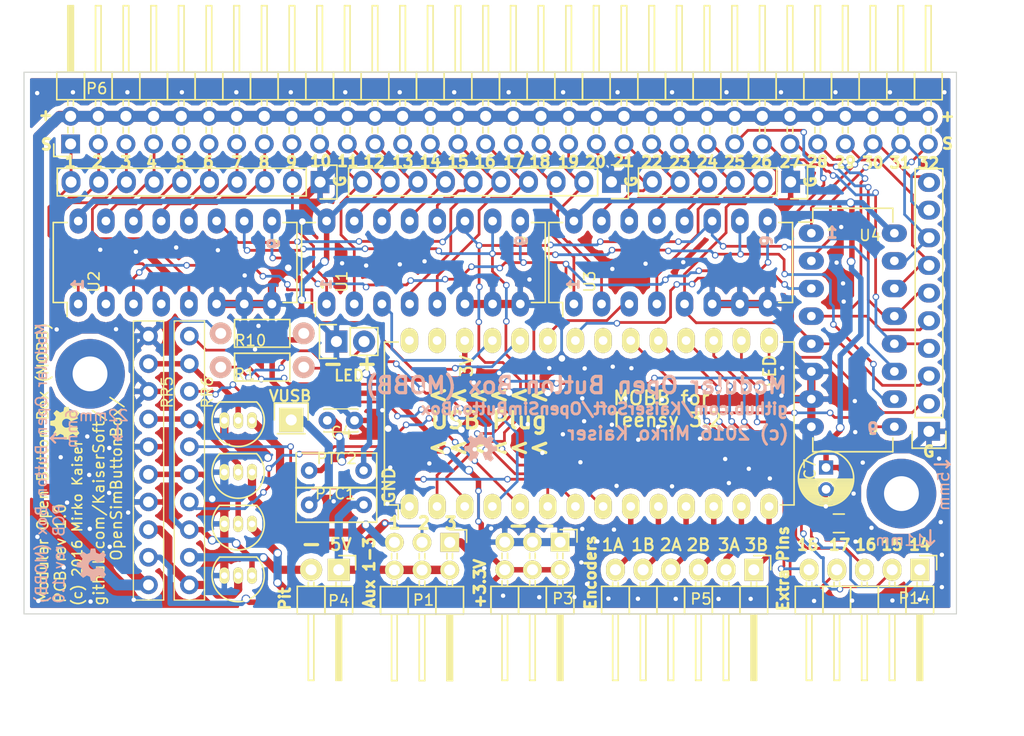
<source format=kicad_pcb>
(kicad_pcb (version 4) (host pcbnew 4.0.4-stable)
  (title_block (title "Modular Open Button Box (MOBB)") (date 2016-12-10) (rev "PCB rev RC6"))
  (layers (0 F.Cu signal) (31 B.Cu signal) (34 B.Paste user hide) (35 F.Paste user hide) (36 B.SilkS user hide) (37 F.SilkS user) (38 B.Mask user) (39 F.Mask user hide) (44 Edge.Cuts user))
  (net 0 "")
  (net 1 "Net-(P1-Pad1)")
  (net 2 +5V)
  (net 3 "Net-(P1-Pad3)")
  (net 4 "Net-(P1-Pad5)")
  (net 5 +3V3)
  (net 6 GND)
  (net 7 "Net-(P4-Pad2)")
  (net 8 "Net-(P5-Pad1)")
  (net 9 "Net-(P5-Pad2)")
  (net 10 "Net-(P5-Pad3)")
  (net 11 "Net-(P5-Pad4)")
  (net 12 "Net-(P5-Pad5)")
  (net 13 "Net-(P5-Pad6)")
  (net 14 "Net-(P6-Pad1)")
  (net 15 "Net-(P6-Pad3)")
  (net 16 "Net-(P6-Pad5)")
  (net 17 "Net-(P6-Pad7)")
  (net 18 "Net-(P6-Pad9)")
  (net 19 "Net-(P6-Pad11)")
  (net 20 "Net-(P6-Pad13)")
  (net 21 "Net-(P6-Pad15)")
  (net 22 "Net-(P6-Pad17)")
  (net 23 "Net-(P6-Pad19)")
  (net 24 "Net-(P6-Pad21)")
  (net 25 "Net-(P6-Pad23)")
  (net 26 "Net-(P6-Pad25)")
  (net 27 "Net-(P6-Pad27)")
  (net 28 "Net-(P6-Pad29)")
  (net 29 "Net-(P6-Pad31)")
  (net 30 "Net-(P6-Pad33)")
  (net 31 "Net-(P6-Pad35)")
  (net 32 "Net-(P6-Pad37)")
  (net 33 "Net-(P6-Pad39)")
  (net 34 "Net-(P6-Pad41)")
  (net 35 "Net-(P6-Pad43)")
  (net 36 "Net-(P6-Pad45)")
  (net 37 "Net-(P6-Pad47)")
  (net 38 "Net-(P6-Pad49)")
  (net 39 "Net-(P6-Pad51)")
  (net 40 "Net-(P6-Pad53)")
  (net 41 "Net-(P6-Pad55)")
  (net 42 "Net-(P6-Pad57)")
  (net 43 "Net-(P6-Pad59)")
  (net 44 "Net-(P6-Pad61)")
  (net 45 "Net-(P6-Pad63)")
  (net 46 "Net-(P14-Pad1)")
  (net 47 "Net-(P14-Pad2)")
  (net 48 "Net-(P14-Pad3)")
  (net 49 "Net-(P14-Pad4)")
  (net 50 "Net-(P14-Pad5)")
  (net 51 "Net-(Q1-Pad2)")
  (net 52 "Net-(Q2-Pad2)")
  (net 53 "Net-(Q3-Pad2)")
  (net 54 "Net-(U1-Pad3)")
  (net 55 "Net-(U1-Pad9)")
  (net 56 "Net-(U1-Pad10)")
  (net 57 "Net-(U1-Pad11)")
  (net 58 "Net-(U2-Pad3)")
  (net 59 "Net-(U3-Pad3)")
  (net 60 "Net-(U4-Pad3)")
  (net 61 "Net-(Q4-Pad2)")
  (net 62 "Net-(Q4-Pad1)")
  (net 63 "Net-(P2-Pad1)")
  (net 64 PINHEADERSRC)
  (net 65 "Net-(PTC2-Pad2)")
  (net 66 "Net-(RR6-Pad1)")
  (net 67 "Net-(RR6-Pad3)")
  (net 68 "Net-(RR6-Pad5)")
  (net 69 "Net-(RR6-Pad7)")
  (net 70 "Net-(P7-Pad2)")
  (net 71 "Net-(R1-Pad1)")
  (module MOBB-KiCad-Lib:VIA-W0.6mm-H0.4mm (layer F.Cu) (at 227.956 138.1095)
    (fp_text reference Ref** hide)
    (fp_text value Val** hide)
    (pad 1 thru_hole circle (at 0 0) (size 0.6 0.6) (drill 0.4) (layers *.Cu) (net 6 GND))
  )
  (module MOBB-KiCad-Lib:VIA-W0.6mm-H0.4mm (layer F.Cu) (at 196.528 120.4725)
    (fp_text reference Ref** hide)
    (fp_text value Val** hide)
    (pad 1 thru_hole circle (at 0 0) (size 0.6 0.6) (drill 0.4) (layers *.Cu) (net 6 GND))
  )
  (module MOBB-KiCad-Lib:VIA-W0.6mm-H0.4mm (layer F.Cu) (at 196.8455 118.3135)
    (fp_text reference Ref** hide)
    (fp_text value Val** hide)
    (pad 1 thru_hole circle (at 0 0) (size 0.6 0.6) (drill 0.4) (layers *.Cu) (net 6 GND))
  )
  (module MOBB-KiCad-Lib:VIA-W0.6mm-H0.4mm (layer F.Cu) (at 208.212 126.0605)
    (fp_text reference Ref** hide)
    (fp_text value Val** hide)
    (pad 1 thru_hole circle (at 0 0) (size 0.6 0.6) (drill 0.4) (layers *.Cu) (net 6 GND))
  )
  (module MOBB-KiCad-Lib:VIA-W0.6mm-H0.4mm (layer F.Cu) (at 251.6595 138.13)
    (fp_text reference Ref** hide)
    (fp_text value Val** hide)
    (pad 1 thru_hole circle (at 0 0) (size 0.6 0.6) (drill 0.4) (layers *.Cu) (net 6 GND))
  )
  (module MOBB-KiCad-Lib:VIA-W0.6mm-H0.4mm (layer F.Cu) (at 248.929 134.8915)
    (fp_text reference Ref** hide)
    (fp_text value Val** hide)
    (pad 1 thru_hole circle (at 0 0) (size 0.6 0.6) (drill 0.4) (layers *.Cu) (net 6 GND))
  )
  (module MOBB-KiCad-Lib:VIA-W0.6mm-H0.4mm (layer F.Cu) (at 236.42 125.08)
    (fp_text reference Ref** hide)
    (fp_text value Val** hide)
    (pad 1 thru_hole circle (at 0 0) (size 0.6 0.6) (drill 0.4) (layers *.Cu) (net 6 GND))
  )
  (module MOBB-KiCad-Lib:VIA-W0.6mm-H0.4mm (layer F.Cu) (at 230.53 124.98)
    (fp_text reference Ref** hide)
    (fp_text value Val** hide)
    (pad 1 thru_hole circle (at 0 0) (size 0.6 0.6) (drill 0.4) (layers *.Cu) (net 6 GND))
  )
  (module MOBB-KiCad-Lib:VIA-W0.6mm-H0.4mm (layer F.Cu) (at 176.53 96.9264)
    (fp_text reference Ref** hide)
    (fp_text value Val** hide)
    (pad 1 thru_hole circle (at 0 0) (size 0.6 0.6) (drill 0.4) (layers *.Cu) (net 6 GND))
  )
  (module MOBB-KiCad-Lib:VIA-W0.6mm-H0.4mm (layer F.Cu) (at 179.812 96.852)
    (fp_text reference Ref** hide)
    (fp_text value Val** hide)
    (pad 1 thru_hole circle (at 0 0) (size 0.6 0.6) (drill 0.4) (layers *.Cu) (net 6 GND))
  )
  (module MOBB-KiCad-Lib:VIA-W0.6mm-H0.4mm (layer F.Cu) (at 184.812 96.852)
    (fp_text reference Ref** hide)
    (fp_text value Val** hide)
    (pad 1 thru_hole circle (at 0 0) (size 0.6 0.6) (drill 0.4) (layers *.Cu) (net 6 GND))
  )
  (module MOBB-KiCad-Lib:VIA-W0.6mm-H0.4mm (layer F.Cu) (at 189.812 96.852)
    (fp_text reference Ref** hide)
    (fp_text value Val** hide)
    (pad 1 thru_hole circle (at 0 0) (size 0.6 0.6) (drill 0.4) (layers *.Cu) (net 6 GND))
  )
  (module MOBB-KiCad-Lib:VIA-W0.6mm-H0.4mm (layer F.Cu) (at 194.812 96.852)
    (fp_text reference Ref** hide)
    (fp_text value Val** hide)
    (pad 1 thru_hole circle (at 0 0) (size 0.6 0.6) (drill 0.4) (layers *.Cu) (net 6 GND))
  )
  (module MOBB-KiCad-Lib:VIA-W0.6mm-H0.4mm (layer F.Cu) (at 199.812 96.852)
    (fp_text reference Ref** hide)
    (fp_text value Val** hide)
    (pad 1 thru_hole circle (at 0 0) (size 0.6 0.6) (drill 0.4) (layers *.Cu) (net 6 GND))
  )
  (module MOBB-KiCad-Lib:VIA-W0.6mm-H0.4mm (layer F.Cu) (at 204.812 96.852)
    (fp_text reference Ref** hide)
    (fp_text value Val** hide)
    (pad 1 thru_hole circle (at 0 0) (size 0.6 0.6) (drill 0.4) (layers *.Cu) (net 6 GND))
  )
  (module MOBB-KiCad-Lib:VIA-W0.6mm-H0.4mm (layer F.Cu) (at 209.812 96.852)
    (fp_text reference Ref** hide)
    (fp_text value Val** hide)
    (pad 1 thru_hole circle (at 0 0) (size 0.6 0.6) (drill 0.4) (layers *.Cu) (net 6 GND))
  )
  (module MOBB-KiCad-Lib:VIA-W0.6mm-H0.4mm (layer F.Cu) (at 214.812 96.852)
    (fp_text reference Ref** hide)
    (fp_text value Val** hide)
    (pad 1 thru_hole circle (at 0 0) (size 0.6 0.6) (drill 0.4) (layers *.Cu) (net 6 GND))
  )
  (module MOBB-KiCad-Lib:VIA-W0.6mm-H0.4mm (layer F.Cu) (at 219.812 96.852)
    (fp_text reference Ref** hide)
    (fp_text value Val** hide)
    (pad 1 thru_hole circle (at 0 0) (size 0.6 0.6) (drill 0.4) (layers *.Cu) (net 6 GND))
  )
  (module MOBB-KiCad-Lib:VIA-W0.6mm-H0.4mm (layer F.Cu) (at 224.812 96.852)
    (fp_text reference Ref** hide)
    (fp_text value Val** hide)
    (pad 1 thru_hole circle (at 0 0) (size 0.6 0.6) (drill 0.4) (layers *.Cu) (net 6 GND))
  )
  (module MOBB-KiCad-Lib:VIA-W0.6mm-H0.4mm (layer F.Cu) (at 229.812 96.852)
    (fp_text reference Ref** hide)
    (fp_text value Val** hide)
    (pad 1 thru_hole circle (at 0 0) (size 0.6 0.6) (drill 0.4) (layers *.Cu) (net 6 GND))
  )
  (module MOBB-KiCad-Lib:VIA-W0.6mm-H0.4mm (layer F.Cu) (at 234.812 96.852)
    (fp_text reference Ref** hide)
    (fp_text value Val** hide)
    (pad 1 thru_hole circle (at 0 0) (size 0.6 0.6) (drill 0.4) (layers *.Cu) (net 6 GND))
  )
  (module MOBB-KiCad-Lib:VIA-W0.6mm-H0.4mm (layer F.Cu) (at 239.812 96.852)
    (fp_text reference Ref** hide)
    (fp_text value Val** hide)
    (pad 1 thru_hole circle (at 0 0) (size 0.6 0.6) (drill 0.4) (layers *.Cu) (net 6 GND))
  )
  (module MOBB-KiCad-Lib:VIA-W0.6mm-H0.4mm (layer F.Cu) (at 244.812 96.852)
    (fp_text reference Ref** hide)
    (fp_text value Val** hide)
    (pad 1 thru_hole circle (at 0 0) (size 0.6 0.6) (drill 0.4) (layers *.Cu) (net 6 GND))
  )
  (module MOBB-KiCad-Lib:VIA-W0.6mm-H0.4mm (layer F.Cu) (at 249.812 96.852)
    (fp_text reference Ref** hide)
    (fp_text value Val** hide)
    (pad 1 thru_hole circle (at 0 0) (size 0.6 0.6) (drill 0.4) (layers *.Cu) (net 6 GND))
  )
  (module MOBB-KiCad-Lib:VIA-W0.6mm-H0.4mm (layer F.Cu) (at 254.812 96.852)
    (fp_text reference Ref** hide)
    (fp_text value Val** hide)
    (pad 1 thru_hole circle (at 0 0) (size 0.6 0.6) (drill 0.4) (layers *.Cu) (net 6 GND))
  )
  (module MOBB-KiCad-Lib:VIA-W0.6mm-H0.4mm (layer F.Cu) (at 259.812 96.852)
    (fp_text reference Ref** hide)
    (fp_text value Val** hide)
    (pad 1 thru_hole circle (at 0 0) (size 0.6 0.6) (drill 0.4) (layers *.Cu) (net 6 GND))
  )
  (module MOBB-KiCad-Lib:VIA-W0.6mm-H0.4mm (layer F.Cu) (at 259.328 130.506)
    (fp_text reference Ref** hide)
    (fp_text value Val** hide)
    (pad 1 thru_hole circle (at 0 0) (size 0.6 0.6) (drill 0.4) (layers *.Cu) (net 6 GND))
  )
  (module MOBB-KiCad-Lib:VIA-W0.6mm-H0.4mm (layer F.Cu) (at 185.394 143.476)
    (fp_text reference Ref** hide)
    (fp_text value Val** hide)
    (pad 1 thru_hole circle (at 0 0) (size 0.6 0.6) (drill 0.4) (layers *.Cu) (net 6 GND))
  )
  (module MOBB-KiCad-Lib:VIA-W0.6mm-H0.4mm (layer F.Cu) (at 251.48 133.72)
    (fp_text reference Ref** hide)
    (fp_text value Val** hide)
    (pad 1 thru_hole circle (at 0 0) (size 0.6 0.6) (drill 0.4) (layers *.Cu) (net 6 GND))
  )
  (module MOBB-KiCad-Lib:VIA-W0.6mm-H0.4mm (layer F.Cu) (at 253.12 136.86)
    (fp_text reference Ref** hide)
    (fp_text value Val** hide)
    (pad 1 thru_hole circle (at 0 0) (size 0.6 0.6) (drill 0.4) (layers *.Cu) (net 6 GND))
  )
  (module MOBB-KiCad-Lib:VIA-W0.6mm-H0.4mm (layer F.Cu) (at 183.769 118.618)
    (fp_text reference Ref** hide)
    (fp_text value Val** hide)
    (pad 1 thru_hole circle (at 0 0) (size 0.6 0.6) (drill 0.4) (layers *.Cu) (net 6 GND))
  )
  (module MOBB-KiCad-Lib:VIA-W0.6mm-H0.4mm (layer F.Cu) (at 184.88 135.46)
    (fp_text reference Ref** hide)
    (fp_text value Val** hide)
    (pad 1 thru_hole circle (at 0 0) (size 0.6 0.6) (drill 0.4) (layers *.Cu) (net 6 GND))
  )
  (module MOBB-KiCad-Lib:VIA-W0.6mm-H0.4mm (layer F.Cu) (at 183.134 133.6548)
    (fp_text reference Ref** hide)
    (fp_text value Val** hide)
    (pad 1 thru_hole circle (at 0 0) (size 0.6 0.6) (drill 0.4) (layers *.Cu) (net 6 GND))
  )
  (module MOBB-KiCad-Lib:VIA-W0.6mm-H0.4mm (layer F.Cu) (at 183.1848 138.6078)
    (fp_text reference Ref** hide)
    (fp_text value Val** hide)
    (pad 1 thru_hole circle (at 0 0) (size 0.6 0.6) (drill 0.4) (layers *.Cu) (net 6 GND))
  )
  (module MOBB-KiCad-Lib:VIA-W0.6mm-H0.4mm (layer F.Cu) (at 181.3052 132.0038)
    (fp_text reference Ref** hide)
    (fp_text value Val** hide)
    (pad 1 thru_hole circle (at 0 0) (size 0.6 0.6) (drill 0.4) (layers *.Cu) (net 6 GND))
  )
  (module MOBB-KiCad-Lib:VIA-W0.6mm-H0.4mm (layer F.Cu) (at 181.1274 128.4732)
    (fp_text reference Ref** hide)
    (fp_text value Val** hide)
    (pad 1 thru_hole circle (at 0 0) (size 0.6 0.6) (drill 0.4) (layers *.Cu) (net 6 GND))
  )
  (module MOBB-KiCad-Lib:VIA-W0.6mm-H0.4mm (layer F.Cu) (at 176.64 143.58)
    (fp_text reference Ref** hide)
    (fp_text value Val** hide)
    (pad 1 thru_hole circle (at 0 0) (size 0.6 0.6) (drill 0.4) (layers *.Cu) (net 6 GND))
  )
  (module MOBB-KiCad-Lib:VIA-W0.6mm-H0.4mm (layer F.Cu) (at 229.37 122.06)
    (fp_text reference Ref** hide)
    (fp_text value Val** hide)
    (pad 1 thru_hole circle (at 0 0) (size 0.6 0.6) (drill 0.4) (layers *.Cu) (net 6 GND))
  )
  (module MOBB-KiCad-Lib:VIA-W0.6mm-H0.4mm (layer F.Cu) (at 223.54 122.2)
    (fp_text reference Ref** hide)
    (fp_text value Val** hide)
    (pad 1 thru_hole circle (at 0 0) (size 0.6 0.6) (drill 0.4) (layers *.Cu) (net 6 GND))
  )
  (module MOBB-KiCad-Lib:VIA-W0.6mm-H0.4mm (layer F.Cu) (at 224.79 128.27)
    (fp_text reference Ref** hide)
    (fp_text value Val** hide)
    (pad 1 thru_hole circle (at 0 0) (size 0.6 0.6) (drill 0.4) (layers *.Cu) (net 6 GND))
  )
  (module MOBB-KiCad-Lib:VIA-W0.6mm-H0.4mm (layer F.Cu) (at 229.29 127.39)
    (fp_text reference Ref** hide)
    (fp_text value Val** hide)
    (pad 1 thru_hole circle (at 0 0) (size 0.6 0.6) (drill 0.4) (layers *.Cu) (net 6 GND))
  )
  (module MOBB-KiCad-Lib:VIA-W0.6mm-H0.4mm (layer F.Cu) (at 233.53 127.58)
    (fp_text reference Ref** hide)
    (fp_text value Val** hide)
    (pad 1 thru_hole circle (at 0 0) (size 0.6 0.6) (drill 0.4) (layers *.Cu) (net 6 GND))
  )
  (module MOBB-KiCad-Lib:VIA-W0.6mm-H0.4mm (layer F.Cu) (at 195.58 113.68)
    (fp_text reference Ref** hide)
    (fp_text value Val** hide)
    (pad 1 thru_hole circle (at 0 0) (size 0.6 0.6) (drill 0.4) (layers *.Cu) (net 6 GND))
  )
  (module MOBB-KiCad-Lib:VIA-W0.6mm-H0.4mm (layer F.Cu) (at 183.15 129.53)
    (fp_text reference Ref** hide)
    (fp_text value Val** hide)
    (pad 1 thru_hole circle (at 0 0) (size 0.6 0.6) (drill 0.4) (layers *.Cu) (net 6 GND))
  )
  (module MOBB-KiCad-Lib:VIA-W0.6mm-H0.4mm (layer F.Cu) (at 208.94 131.33)
    (fp_text reference Ref** hide)
    (fp_text value Val** hide)
    (pad 1 thru_hole circle (at 0 0) (size 0.6 0.6) (drill 0.4) (layers *.Cu) (net 6 GND))
  )
  (module MOBB-KiCad-Lib:VIA-W0.6mm-H0.4mm (layer F.Cu) (at 216.61 123.52)
    (fp_text reference Ref** hide)
    (fp_text value Val** hide)
    (pad 1 thru_hole circle (at 0 0) (size 0.6 0.6) (drill 0.4) (layers *.Cu) (net 6 GND))
  )
  (module MOBB-KiCad-Lib:VIA-W0.6mm-H0.4mm (layer F.Cu) (at 218.94 122.64)
    (fp_text reference Ref** hide)
    (fp_text value Val** hide)
    (pad 1 thru_hole circle (at 0 0) (size 0.6 0.6) (drill 0.4) (layers *.Cu) (net 6 GND))
  )
  (module MOBB-KiCad-Lib:VIA-W0.6mm-H0.4mm (layer F.Cu) (at 203.75 134.43)
    (fp_text reference Ref** hide)
    (fp_text value Val** hide)
    (pad 1 thru_hole circle (at 0 0) (size 0.6 0.6) (drill 0.4) (layers *.Cu) (net 6 GND))
  )
  (module MOBB-KiCad-Lib:VIA-W0.6mm-H0.4mm (layer F.Cu) (at 208.67 134.65)
    (fp_text reference Ref** hide)
    (fp_text value Val** hide)
    (pad 1 thru_hole circle (at 0 0) (size 0.6 0.6) (drill 0.4) (layers *.Cu) (net 6 GND))
  )
  (module MOBB-KiCad-Lib:VIA-W0.6mm-H0.4mm (layer F.Cu) (at 226.48 140.04)
    (fp_text reference Ref** hide)
    (fp_text value Val** hide)
    (pad 1 thru_hole circle (at 0 0) (size 0.6 0.6) (drill 0.4) (layers *.Cu) (net 6 GND))
  )
  (module MOBB-KiCad-Lib:VIA-W0.6mm-H0.4mm (layer F.Cu) (at 227.01 142.02)
    (fp_text reference Ref** hide)
    (fp_text value Val** hide)
    (pad 1 thru_hole circle (at 0 0) (size 0.6 0.6) (drill 0.4) (layers *.Cu) (net 6 GND))
  )
  (module MOBB-KiCad-Lib:VIA-W0.6mm-H0.4mm (layer F.Cu) (at 226.74 127.07)
    (fp_text reference Ref** hide)
    (fp_text value Val** hide)
    (pad 1 thru_hole circle (at 0 0) (size 0.6 0.6) (drill 0.4) (layers *.Cu) (net 6 GND))
  )
  (module MOBB-KiCad-Lib:VIA-W0.6mm-H0.4mm (layer F.Cu) (at 217.57 140.57)
    (fp_text reference Ref** hide)
    (fp_text value Val** hide)
    (pad 1 thru_hole circle (at 0 0) (size 0.6 0.6) (drill 0.4) (layers *.Cu) (net 6 GND))
  )
  (module MOBB-KiCad-Lib:VIA-W0.6mm-H0.4mm (layer F.Cu) (at 218.2 136.92)
    (fp_text reference Ref** hide)
    (fp_text value Val** hide)
    (pad 1 thru_hole circle (at 0 0) (size 0.6 0.6) (drill 0.4) (layers *.Cu) (net 6 GND))
  )
  (module MOBB-KiCad-Lib:VIA-W0.6mm-H0.4mm (layer F.Cu) (at 229.72 133.01)
    (fp_text reference Ref** hide)
    (fp_text value Val** hide)
    (pad 1 thru_hole circle (at 0 0) (size 0.6 0.6) (drill 0.4) (layers *.Cu) (net 6 GND))
  )
  (module MOBB-KiCad-Lib:VIA-W0.6mm-H0.4mm (layer F.Cu) (at 234.81 133.05)
    (fp_text reference Ref** hide)
    (fp_text value Val** hide)
    (pad 1 thru_hole circle (at 0 0) (size 0.6 0.6) (drill 0.4) (layers *.Cu) (net 6 GND))
  )
  (module MOBB-KiCad-Lib:VIA-W0.6mm-H0.4mm (layer F.Cu) (at 240.03 132.75)
    (fp_text reference Ref** hide)
    (fp_text value Val** hide)
    (pad 1 thru_hole circle (at 0 0) (size 0.6 0.6) (drill 0.4) (layers *.Cu) (net 6 GND))
  )
  (module MOBB-KiCad-Lib:VIA-W0.6mm-H0.4mm (layer F.Cu) (at 226.57 136.96)
    (fp_text reference Ref** hide)
    (fp_text value Val** hide)
    (pad 1 thru_hole circle (at 0 0) (size 0.6 0.6) (drill 0.4) (layers *.Cu) (net 6 GND))
  )
  (module MOBB-KiCad-Lib:VIA-W0.6mm-H0.4mm (layer F.Cu) (at 229.48 137.03)
    (fp_text reference Ref** hide)
    (fp_text value Val** hide)
    (pad 1 thru_hole circle (at 0 0) (size 0.6 0.6) (drill 0.4) (layers *.Cu) (net 6 GND))
  )
  (module MOBB-KiCad-Lib:VIA-W0.6mm-H0.4mm (layer F.Cu) (at 219.3 143.1)
    (fp_text reference Ref** hide)
    (fp_text value Val** hide)
    (pad 1 thru_hole circle (at 0 0) (size 0.6 0.6) (drill 0.4) (layers *.Cu) (net 6 GND))
  )
  (module MOBB-KiCad-Lib:VIA-W0.6mm-H0.4mm (layer F.Cu) (at 222.62 143.24)
    (fp_text reference Ref** hide)
    (fp_text value Val** hide)
    (pad 1 thru_hole circle (at 0 0) (size 0.6 0.6) (drill 0.4) (layers *.Cu) (net 6 GND))
  )
  (module MOBB-KiCad-Lib:VIA-W0.6mm-H0.4mm (layer F.Cu) (at 225.85 143.22)
    (fp_text reference Ref** hide)
    (fp_text value Val** hide)
    (pad 1 thru_hole circle (at 0 0) (size 0.6 0.6) (drill 0.4) (layers *.Cu) (net 6 GND))
  )
  (module MOBB-KiCad-Lib:VIA-W0.6mm-H0.4mm (layer F.Cu) (at 228.97 143.37)
    (fp_text reference Ref** hide)
    (fp_text value Val** hide)
    (pad 1 thru_hole circle (at 0 0) (size 0.6 0.6) (drill 0.4) (layers *.Cu) (net 6 GND))
  )
  (module MOBB-KiCad-Lib:VIA-W0.6mm-H0.4mm (layer F.Cu) (at 231.68 143.38)
    (fp_text reference Ref** hide)
    (fp_text value Val** hide)
    (pad 1 thru_hole circle (at 0 0) (size 0.6 0.6) (drill 0.4) (layers *.Cu) (net 6 GND))
  )
  (module MOBB-KiCad-Lib:VIA-W0.6mm-H0.4mm (layer F.Cu) (at 235.15 143.39)
    (fp_text reference Ref** hide)
    (fp_text value Val** hide)
    (pad 1 thru_hole circle (at 0 0) (size 0.6 0.6) (drill 0.4) (layers *.Cu) (net 6 GND))
  )
  (module MOBB-KiCad-Lib:VIA-W0.6mm-H0.4mm (layer F.Cu) (at 239.08 143.4)
    (fp_text reference Ref** hide)
    (fp_text value Val** hide)
    (pad 1 thru_hole circle (at 0 0) (size 0.6 0.6) (drill 0.4) (layers *.Cu) (net 6 GND))
  )
  (module MOBB-KiCad-Lib:VIA-W0.6mm-H0.4mm (layer F.Cu) (at 242.03 143.39)
    (fp_text reference Ref** hide)
    (fp_text value Val** hide)
    (pad 1 thru_hole circle (at 0 0) (size 0.6 0.6) (drill 0.4) (layers *.Cu) (net 6 GND))
  )
  (module MOBB-KiCad-Lib:VIA-W0.6mm-H0.4mm (layer F.Cu) (at 247.85 143.58)
    (fp_text reference Ref** hide)
    (fp_text value Val** hide)
    (pad 1 thru_hole circle (at 0 0) (size 0.6 0.6) (drill 0.4) (layers *.Cu) (net 6 GND))
  )
  (module MOBB-KiCad-Lib:VIA-W0.6mm-H0.4mm (layer F.Cu) (at 251.34 143.55)
    (fp_text reference Ref** hide)
    (fp_text value Val** hide)
    (pad 1 thru_hole circle (at 0 0) (size 0.6 0.6) (drill 0.4) (layers *.Cu) (net 6 GND))
  )
  (module MOBB-KiCad-Lib:VIA-W0.6mm-H0.4mm (layer F.Cu) (at 255.04 143.54)
    (fp_text reference Ref** hide)
    (fp_text value Val** hide)
    (pad 1 thru_hole circle (at 0 0) (size 0.6 0.6) (drill 0.4) (layers *.Cu) (net 6 GND))
  )
  (module MOBB-KiCad-Lib:VIA-W0.6mm-H0.4mm (layer F.Cu) (at 257.55 143.46)
    (fp_text reference Ref** hide)
    (fp_text value Val** hide)
    (pad 1 thru_hole circle (at 0 0) (size 0.6 0.6) (drill 0.4) (layers *.Cu) (net 6 GND))
  )
  (module MOBB-KiCad-Lib:VIA-W0.6mm-H0.4mm (layer F.Cu) (at 259.58 142.31)
    (fp_text reference Ref** hide)
    (fp_text value Val** hide)
    (pad 1 thru_hole circle (at 0 0) (size 0.6 0.6) (drill 0.4) (layers *.Cu) (net 6 GND))
  )
  (module MOBB-KiCad-Lib:VIA-W0.6mm-H0.4mm (layer F.Cu) (at 259.48 136.34)
    (fp_text reference Ref** hide)
    (fp_text value Val** hide)
    (pad 1 thru_hole circle (at 0 0) (size 0.6 0.6) (drill 0.4) (layers *.Cu) (net 6 GND))
  )
  (module MOBB-KiCad-Lib:VIA-W0.6mm-H0.4mm (layer F.Cu) (at 259.58 139.34)
    (fp_text reference Ref** hide)
    (fp_text value Val** hide)
    (pad 1 thru_hole circle (at 0 0) (size 0.6 0.6) (drill 0.4) (layers *.Cu) (net 6 GND))
  )
  (module MOBB-KiCad-Lib:VIA-W0.6mm-H0.4mm (layer F.Cu) (at 244.856 124.714)
    (fp_text reference Ref** hide)
    (fp_text value Val** hide)
    (pad 1 thru_hole circle (at 0 0) (size 0.6 0.6) (drill 0.4) (layers *.Cu) (net 6 GND))
  )
  (module MOBB-KiCad-Lib:VIA-W0.6mm-H0.4mm (layer F.Cu) (at 244.92 122.18)
    (fp_text reference Ref** hide)
    (fp_text value Val** hide)
    (pad 1 thru_hole circle (at 0 0) (size 0.6 0.6) (drill 0.4) (layers *.Cu) (net 6 GND))
  )
  (module MOBB-KiCad-Lib:VIA-W0.6mm-H0.4mm (layer F.Cu) (at 231.08 122.2)
    (fp_text reference Ref** hide)
    (fp_text value Val** hide)
    (pad 1 thru_hole circle (at 0 0) (size 0.6 0.6) (drill 0.4) (layers *.Cu) (net 6 GND))
  )
  (module MOBB-KiCad-Lib:VIA-W0.6mm-H0.4mm (layer F.Cu) (at 226.79 122.22)
    (fp_text reference Ref** hide)
    (fp_text value Val** hide)
    (pad 1 thru_hole circle (at 0 0) (size 0.6 0.6) (drill 0.4) (layers *.Cu) (net 6 GND))
  )
  (module MOBB-KiCad-Lib:VIA-W0.6mm-H0.4mm (layer F.Cu) (at 233.88 125.08)
    (fp_text reference Ref** hide)
    (fp_text value Val** hide)
    (pad 1 thru_hole circle (at 0 0) (size 0.6 0.6) (drill 0.4) (layers *.Cu) (net 6 GND))
  )
  (module MOBB-KiCad-Lib:VIA-W0.6mm-H0.4mm (layer F.Cu) (at 226.568 124.968)
    (fp_text reference Ref** hide)
    (fp_text value Val** hide)
    (pad 1 thru_hole circle (at 0 0) (size 0.6 0.6) (drill 0.4) (layers *.Cu) (net 6 GND))
  )
  (module Housings_DIP:DIP-28_W15.24mm_LongPads (layer F.Cu) (at 210.7 134.9 90)
    (fp_text reference U5 hide)
    (fp_text value Teensy3.2 hide)
    (pad 1 thru_hole oval (at 0 0 90) (size 2.3 1.6) (drill 0.8) (layers *.Cu *.Mask F.SilkS) (net 6 GND))
    (pad 2 thru_hole oval (at 0 2.54 90) (size 2.3 1.6) (drill 0.8) (layers *.Cu *.Mask F.SilkS) (net 55 "Net-(U1-Pad9)"))
    (pad 3 thru_hole oval (at 0 5.08 90) (size 2.3 1.6) (drill 0.8) (layers *.Cu *.Mask F.SilkS) (net 56 "Net-(U1-Pad10)"))
    (pad 4 thru_hole oval (at 0 7.62 90) (size 2.3 1.6) (drill 0.8) (layers *.Cu *.Mask F.SilkS) (net 57 "Net-(U1-Pad11)"))
    (pad 5 thru_hole oval (at 0 10.16 90) (size 2.3 1.6) (drill 0.8) (layers *.Cu *.Mask F.SilkS) (net 69 "Net-(RR6-Pad7)"))
    (pad 6 thru_hole oval (at 0 12.7 90) (size 2.3 1.6) (drill 0.8) (layers *.Cu *.Mask F.SilkS) (net 68 "Net-(RR6-Pad5)"))
    (pad 7 thru_hole oval (at 0 15.24 90) (size 2.3 1.6) (drill 0.8) (layers *.Cu *.Mask F.SilkS) (net 67 "Net-(RR6-Pad3)"))
    (pad 8 thru_hole oval (at 0 17.78 90) (size 2.3 1.6) (drill 0.8) (layers *.Cu *.Mask F.SilkS) (net 66 "Net-(RR6-Pad1)"))
    (pad 9 thru_hole oval (at 0 20.32 90) (size 2.3 1.6) (drill 0.8) (layers *.Cu *.Mask F.SilkS) (net 13 "Net-(P5-Pad6)"))
    (pad 10 thru_hole oval (at 0 22.86 90) (size 2.3 1.6) (drill 0.8) (layers *.Cu *.Mask F.SilkS) (net 12 "Net-(P5-Pad5)"))
    (pad 11 thru_hole oval (at 0 25.4 90) (size 2.3 1.6) (drill 0.8) (layers *.Cu *.Mask F.SilkS) (net 11 "Net-(P5-Pad4)"))
    (pad 12 thru_hole oval (at 0 27.94 90) (size 2.3 1.6) (drill 0.8) (layers *.Cu *.Mask F.SilkS) (net 10 "Net-(P5-Pad3)"))
    (pad 13 thru_hole oval (at 0 30.48 90) (size 2.3 1.6) (drill 0.8) (layers *.Cu *.Mask F.SilkS) (net 9 "Net-(P5-Pad2)"))
    (pad 14 thru_hole oval (at 0 33.02 90) (size 2.3 1.6) (drill 0.8) (layers *.Cu *.Mask F.SilkS) (net 8 "Net-(P5-Pad1)"))
    (pad 15 thru_hole oval (at 15.24 33.02 90) (size 2.3 1.6) (drill 0.8) (layers *.Cu *.Mask F.SilkS) (net 71 "Net-(R1-Pad1)"))
    (pad 16 thru_hole oval (at 15.24 30.48 90) (size 2.3 1.6) (drill 0.8) (layers *.Cu *.Mask F.SilkS) (net 46 "Net-(P14-Pad1)"))
    (pad 17 thru_hole oval (at 15.24 27.94 90) (size 2.3 1.6) (drill 0.8) (layers *.Cu *.Mask F.SilkS) (net 47 "Net-(P14-Pad2)"))
    (pad 18 thru_hole oval (at 15.24 25.4 90) (size 2.3 1.6) (drill 0.8) (layers *.Cu *.Mask F.SilkS) (net 48 "Net-(P14-Pad3)"))
    (pad 19 thru_hole oval (at 15.24 22.86 90) (size 2.3 1.6) (drill 0.8) (layers *.Cu *.Mask F.SilkS) (net 49 "Net-(P14-Pad4)"))
    (pad 20 thru_hole oval (at 15.24 20.32 90) (size 2.3 1.6) (drill 0.8) (layers *.Cu *.Mask F.SilkS) (net 50 "Net-(P14-Pad5)"))
    (pad 21 thru_hole oval (at 15.24 17.78 90) (size 2.3 1.6) (drill 0.8) (layers *.Cu *.Mask F.SilkS))
    (pad 22 thru_hole oval (at 15.24 15.24 90) (size 2.3 1.6) (drill 0.8) (layers *.Cu *.Mask F.SilkS) (net 60 "Net-(U4-Pad3)"))
    (pad 23 thru_hole oval (at 15.24 12.7 90) (size 2.3 1.6) (drill 0.8) (layers *.Cu *.Mask F.SilkS) (net 59 "Net-(U3-Pad3)"))
    (pad 24 thru_hole oval (at 15.24 10.16 90) (size 2.3 1.6) (drill 0.8) (layers *.Cu *.Mask F.SilkS) (net 58 "Net-(U2-Pad3)"))
    (pad 25 thru_hole oval (at 15.24 7.62 90) (size 2.3 1.6) (drill 0.8) (layers *.Cu *.Mask F.SilkS) (net 54 "Net-(U1-Pad3)"))
    (pad 26 thru_hole oval (at 15.24 5.08 90) (size 2.3 1.6) (drill 0.8) (layers *.Cu *.Mask F.SilkS) (net 65 "Net-(PTC2-Pad2)"))
    (pad 27 thru_hole oval (at 15.24 2.54 90) (size 2.3 1.6) (drill 0.8) (layers *.Cu *.Mask F.SilkS))
    (pad 28 thru_hole oval (at 15.24 0 90) (size 2.3 1.6) (drill 0.8) (layers *.Cu *.Mask F.SilkS))
  )
  (module MOBB-KiCad-Lib:VIA-W0.6mm-H0.4mm (layer F.Cu) (at 212.53 130.95)
    (fp_text reference Ref** hide)
    (fp_text value Val** hide)
    (pad 1 thru_hole circle (at 0 0) (size 0.6 0.6) (drill 0.4) (layers *.Cu) (net 6 GND))
  )
  (module MOBB-KiCad-Lib:VIA-W0.6mm-H0.4mm (layer F.Cu) (at 221.56 127.34)
    (fp_text reference Ref** hide)
    (fp_text value Val** hide)
    (pad 1 thru_hole circle (at 0 0) (size 0.6 0.6) (drill 0.4) (layers *.Cu) (net 6 GND))
  )
  (module MOBB-KiCad-Lib:VIA-W0.6mm-H0.4mm (layer F.Cu) (at 222.91 129.98)
    (fp_text reference Ref** hide)
    (fp_text value Val** hide)
    (pad 1 thru_hole circle (at 0 0) (size 0.6 0.6) (drill 0.4) (layers *.Cu) (net 6 GND))
  )
  (module MOBB-KiCad-Lib:VIA-W0.6mm-H0.4mm (layer F.Cu) (at 226.4 130.84)
    (fp_text reference Ref** hide)
    (fp_text value Val** hide)
    (pad 1 thru_hole circle (at 0 0) (size 0.6 0.6) (drill 0.4) (layers *.Cu) (net 6 GND))
  )
  (module MOBB-KiCad-Lib:VIA-W0.6mm-H0.4mm (layer F.Cu) (at 231.71 128.77)
    (fp_text reference Ref** hide)
    (fp_text value Val** hide)
    (pad 1 thru_hole circle (at 0 0) (size 0.6 0.6) (drill 0.4) (layers *.Cu) (net 6 GND))
  )
  (module MOBB-KiCad-Lib:VIA-W0.6mm-H0.4mm (layer F.Cu) (at 237.38 128.67)
    (fp_text reference Ref** hide)
    (fp_text value Val** hide)
    (pad 1 thru_hole circle (at 0 0) (size 0.6 0.6) (drill 0.4) (layers *.Cu) (net 6 GND))
  )
  (module MOBB-KiCad-Lib:VIA-W0.6mm-H0.4mm (layer F.Cu) (at 239.69 130.54)
    (fp_text reference Ref** hide)
    (fp_text value Val** hide)
    (pad 1 thru_hole circle (at 0 0) (size 0.6 0.6) (drill 0.4) (layers *.Cu) (net 6 GND))
  )
  (module MOBB-KiCad-Lib:VIA-W0.6mm-H0.4mm (layer F.Cu) (at 241.86 131.44)
    (fp_text reference Ref** hide)
    (fp_text value Val** hide)
    (pad 1 thru_hole circle (at 0 0) (size 0.6 0.6) (drill 0.4) (layers *.Cu) (net 6 GND))
  )
  (module MOBB-KiCad-Lib:VIA-W0.6mm-H0.4mm (layer F.Cu) (at 243.79 132.33)
    (fp_text reference Ref** hide)
    (fp_text value Val** hide)
    (pad 1 thru_hole circle (at 0 0) (size 0.6 0.6) (drill 0.4) (layers *.Cu) (net 6 GND))
  )
  (module MOBB-KiCad-Lib:VIA-W0.6mm-H0.4mm (layer F.Cu) (at 252.32 130.87)
    (fp_text reference Ref** hide)
    (fp_text value Val** hide)
    (pad 1 thru_hole circle (at 0 0) (size 0.6 0.6) (drill 0.4) (layers *.Cu) (net 6 GND))
  )
  (module MOBB-KiCad-Lib:VIA-W0.6mm-H0.4mm (layer F.Cu) (at 251.63 128.07)
    (fp_text reference Ref** hide)
    (fp_text value Val** hide)
    (pad 1 thru_hole circle (at 0 0) (size 0.6 0.6) (drill 0.4) (layers *.Cu) (net 6 GND))
  )
  (module MOBB-KiCad-Lib:VIA-W0.6mm-H0.4mm (layer F.Cu) (at 251.59 125.22)
    (fp_text reference Ref** hide)
    (fp_text value Val** hide)
    (pad 1 thru_hole circle (at 0 0) (size 0.6 0.6) (drill 0.4) (layers *.Cu) (net 6 GND))
  )
  (module MOBB-KiCad-Lib:VIA-W0.6mm-H0.4mm (layer F.Cu) (at 250.34 109.23)
    (fp_text reference Ref** hide)
    (fp_text value Val** hide)
    (pad 1 thru_hole circle (at 0 0) (size 0.6 0.6) (drill 0.4) (layers *.Cu) (net 6 GND))
  )
  (module MOBB-KiCad-Lib:VIA-W0.6mm-H0.4mm (layer F.Cu) (at 250.57 116.08)
    (fp_text reference Ref** hide)
    (fp_text value Val** hide)
    (pad 1 thru_hole circle (at 0 0) (size 0.6 0.6) (drill 0.4) (layers *.Cu) (net 6 GND))
  )
  (module MOBB-KiCad-Lib:VIA-W0.6mm-H0.4mm (layer F.Cu) (at 250.51 114.41)
    (fp_text reference Ref** hide)
    (fp_text value Val** hide)
    (pad 1 thru_hole circle (at 0 0) (size 0.6 0.6) (drill 0.4) (layers *.Cu) (net 6 GND))
  )
  (module MOBB-KiCad-Lib:VIA-W0.6mm-H0.4mm (layer F.Cu) (at 249.92 112.5)
    (fp_text reference Ref** hide)
    (fp_text value Val** hide)
    (pad 1 thru_hole circle (at 0 0) (size 0.6 0.6) (drill 0.4) (layers *.Cu) (net 6 GND))
  )
  (module MOBB-KiCad-Lib:VIA-W0.6mm-H0.4mm (layer F.Cu) (at 235.84 112.46)
    (fp_text reference Ref** hide)
    (fp_text value Val** hide)
    (pad 1 thru_hole circle (at 0 0) (size 0.6 0.6) (drill 0.4) (layers *.Cu) (net 6 GND))
  )
  (module MOBB-KiCad-Lib:VIA-W0.6mm-H0.4mm (layer F.Cu) (at 232.38 112.6)
    (fp_text reference Ref** hide)
    (fp_text value Val** hide)
    (pad 1 thru_hole circle (at 0 0) (size 0.6 0.6) (drill 0.4) (layers *.Cu) (net 6 GND))
  )
  (module MOBB-KiCad-Lib:VIA-W0.6mm-H0.4mm (layer F.Cu) (at 229.33 113.08)
    (fp_text reference Ref** hide)
    (fp_text value Val** hide)
    (pad 1 thru_hole circle (at 0 0) (size 0.6 0.6) (drill 0.4) (layers *.Cu) (net 6 GND))
  )
  (module MOBB-KiCad-Lib:VIA-W0.6mm-H0.4mm (layer F.Cu) (at 221.72 114.05)
    (fp_text reference Ref** hide)
    (fp_text value Val** hide)
    (pad 1 thru_hole circle (at 0 0) (size 0.6 0.6) (drill 0.4) (layers *.Cu) (net 6 GND))
  )
  (module MOBB-KiCad-Lib:VIA-W0.6mm-H0.4mm (layer F.Cu) (at 212.09 112.38)
    (fp_text reference Ref** hide)
    (fp_text value Val** hide)
    (pad 1 thru_hole circle (at 0 0) (size 0.6 0.6) (drill 0.4) (layers *.Cu) (net 6 GND))
  )
  (module MOBB-KiCad-Lib:VIA-W0.6mm-H0.4mm (layer F.Cu) (at 209.82 112.66)
    (fp_text reference Ref** hide)
    (fp_text value Val** hide)
    (pad 1 thru_hole circle (at 0 0) (size 0.6 0.6) (drill 0.4) (layers *.Cu) (net 6 GND))
  )
  (module MOBB-KiCad-Lib:VIA-W0.6mm-H0.4mm (layer F.Cu) (at 206.73 112.77)
    (fp_text reference Ref** hide)
    (fp_text value Val** hide)
    (pad 1 thru_hole circle (at 0 0) (size 0.6 0.6) (drill 0.4) (layers *.Cu) (net 6 GND))
  )
  (module MOBB-KiCad-Lib:VIA-W0.6mm-H0.4mm (layer F.Cu) (at 204.52 112.56)
    (fp_text reference Ref** hide)
    (fp_text value Val** hide)
    (pad 1 thru_hole circle (at 0 0) (size 0.6 0.6) (drill 0.4) (layers *.Cu) (net 6 GND))
  )
  (module MOBB-KiCad-Lib:VIA-W0.6mm-H0.4mm (layer F.Cu) (at 193.12 111.36)
    (fp_text reference Ref** hide)
    (fp_text value Val** hide)
    (pad 1 thru_hole circle (at 0 0) (size 0.6 0.6) (drill 0.4) (layers *.Cu) (net 6 GND))
  )
  (module MOBB-KiCad-Lib:VIA-W0.6mm-H0.4mm (layer F.Cu) (at 189.29 111.11)
    (fp_text reference Ref** hide)
    (fp_text value Val** hide)
    (pad 1 thru_hole circle (at 0 0) (size 0.6 0.6) (drill 0.4) (layers *.Cu) (net 6 GND))
  )
  (module MOBB-KiCad-Lib:VIA-W0.6mm-H0.4mm (layer F.Cu) (at 185.59 111.5)
    (fp_text reference Ref** hide)
    (fp_text value Val** hide)
    (pad 1 thru_hole circle (at 0 0) (size 0.6 0.6) (drill 0.4) (layers *.Cu) (net 6 GND))
  )
  (module MOBB-KiCad-Lib:VIA-W0.6mm-H0.4mm (layer F.Cu) (at 182.32 111.32)
    (fp_text reference Ref** hide)
    (fp_text value Val** hide)
    (pad 1 thru_hole circle (at 0 0) (size 0.6 0.6) (drill 0.4) (layers *.Cu) (net 6 GND))
  )
  (module MOBB-KiCad-Lib:VIA-W0.6mm-H0.4mm (layer F.Cu) (at 178.32 118.64)
    (fp_text reference Ref** hide)
    (fp_text value Val** hide)
    (pad 1 thru_hole circle (at 0 0) (size 0.6 0.6) (drill 0.4) (layers *.Cu) (net 6 GND))
  )
  (module MOBB-KiCad-Lib:VIA-W0.6mm-H0.4mm (layer F.Cu) (at 178.689 130.3782)
    (fp_text reference Ref** hide)
    (fp_text value Val** hide)
    (pad 1 thru_hole circle (at 0 0) (size 0.6 0.6) (drill 0.4) (layers *.Cu) (net 6 GND))
  )
  (module MOBB-KiCad-Lib:VIA-W0.6mm-H0.4mm (layer F.Cu) (at 181.4322 143.637)
    (fp_text reference Ref** hide)
    (fp_text value Val** hide)
    (pad 1 thru_hole circle (at 0 0) (size 0.6 0.6) (drill 0.4) (layers *.Cu) (net 6 GND))
  )
  (module MOBB-KiCad-Lib:VIA-W0.6mm-H0.4mm (layer F.Cu) (at 178.96 140.5)
    (fp_text reference Ref** hide)
    (fp_text value Val** hide)
    (pad 1 thru_hole circle (at 0 0) (size 0.6 0.6) (drill 0.4) (layers *.Cu) (net 6 GND))
  )
  (module MOBB-KiCad-Lib:VIA-W0.6mm-H0.4mm (layer F.Cu) (at 176.55 137.69)
    (fp_text reference Ref** hide)
    (fp_text value Val** hide)
    (pad 1 thru_hole circle (at 0 0) (size 0.6 0.6) (drill 0.4) (layers *.Cu) (net 6 GND))
  )
  (module MOBB-KiCad-Lib:VIA-W0.6mm-H0.4mm (layer F.Cu) (at 181.356 136.9568)
    (fp_text reference Ref** hide)
    (fp_text value Val** hide)
    (pad 1 thru_hole circle (at 0 0) (size 0.6 0.6) (drill 0.4) (layers *.Cu) (net 6 GND))
  )
  (module Pin_Headers:Pin_Header_Angled_2x32 (layer F.Cu) (at 179.6 101.6 90)
    (fp_text reference P6 (at 5.09 2.4 180) (layer F.SilkS))
    (fp_text value "BTN 1-32")
    (pad 1 thru_hole rect (at 0 0 90) (size 1.7272 1.7272) (drill 1.016) (layers *.Cu *.Mask) (net 14 "Net-(P6-Pad1)"))
    (pad 2 thru_hole oval (at 2.54 0 90) (size 1.7272 1.7272) (drill 1.016) (layers *.Cu *.Mask) (net 64 PINHEADERSRC))
    (pad 3 thru_hole oval (at 0 2.54 90) (size 1.7272 1.7272) (drill 1.016) (layers *.Cu *.Mask) (net 15 "Net-(P6-Pad3)"))
    (pad 4 thru_hole oval (at 2.54 2.54 90) (size 1.7272 1.7272) (drill 1.016) (layers *.Cu *.Mask) (net 64 PINHEADERSRC))
    (pad 5 thru_hole oval (at 0 5.08 90) (size 1.7272 1.7272) (drill 1.016) (layers *.Cu *.Mask) (net 16 "Net-(P6-Pad5)"))
    (pad 6 thru_hole oval (at 2.54 5.08 90) (size 1.7272 1.7272) (drill 1.016) (layers *.Cu *.Mask) (net 64 PINHEADERSRC))
    (pad 7 thru_hole oval (at 0 7.62 90) (size 1.7272 1.7272) (drill 1.016) (layers *.Cu *.Mask) (net 17 "Net-(P6-Pad7)"))
    (pad 8 thru_hole oval (at 2.54 7.62 90) (size 1.7272 1.7272) (drill 1.016) (layers *.Cu *.Mask) (net 64 PINHEADERSRC))
    (pad 9 thru_hole oval (at 0 10.16 90) (size 1.7272 1.7272) (drill 1.016) (layers *.Cu *.Mask) (net 18 "Net-(P6-Pad9)"))
    (pad 10 thru_hole oval (at 2.54 10.16 90) (size 1.7272 1.7272) (drill 1.016) (layers *.Cu *.Mask) (net 64 PINHEADERSRC))
    (pad 11 thru_hole oval (at 0 12.7 90) (size 1.7272 1.7272) (drill 1.016) (layers *.Cu *.Mask) (net 19 "Net-(P6-Pad11)"))
    (pad 12 thru_hole oval (at 2.54 12.7 90) (size 1.7272 1.7272) (drill 1.016) (layers *.Cu *.Mask) (net 64 PINHEADERSRC))
    (pad 13 thru_hole oval (at 0 15.24 90) (size 1.7272 1.7272) (drill 1.016) (layers *.Cu *.Mask) (net 20 "Net-(P6-Pad13)"))
    (pad 14 thru_hole oval (at 2.54 15.24 90) (size 1.7272 1.7272) (drill 1.016) (layers *.Cu *.Mask) (net 64 PINHEADERSRC))
    (pad 15 thru_hole oval (at 0 17.78 90) (size 1.7272 1.7272) (drill 1.016) (layers *.Cu *.Mask) (net 21 "Net-(P6-Pad15)"))
    (pad 16 thru_hole oval (at 2.54 17.78 90) (size 1.7272 1.7272) (drill 1.016) (layers *.Cu *.Mask) (net 64 PINHEADERSRC))
    (pad 17 thru_hole oval (at 0 20.32 90) (size 1.7272 1.7272) (drill 1.016) (layers *.Cu *.Mask) (net 22 "Net-(P6-Pad17)"))
    (pad 18 thru_hole oval (at 2.54 20.32 90) (size 1.7272 1.7272) (drill 1.016) (layers *.Cu *.Mask) (net 64 PINHEADERSRC))
    (pad 19 thru_hole oval (at 0 22.86 90) (size 1.7272 1.7272) (drill 1.016) (layers *.Cu *.Mask) (net 23 "Net-(P6-Pad19)"))
    (pad 20 thru_hole oval (at 2.54 22.86 90) (size 1.7272 1.7272) (drill 1.016) (layers *.Cu *.Mask) (net 64 PINHEADERSRC))
    (pad 21 thru_hole oval (at 0 25.4 90) (size 1.7272 1.7272) (drill 1.016) (layers *.Cu *.Mask) (net 24 "Net-(P6-Pad21)"))
    (pad 22 thru_hole oval (at 2.54 25.4 90) (size 1.7272 1.7272) (drill 1.016) (layers *.Cu *.Mask) (net 64 PINHEADERSRC))
    (pad 23 thru_hole oval (at 0 27.94 90) (size 1.7272 1.7272) (drill 1.016) (layers *.Cu *.Mask) (net 25 "Net-(P6-Pad23)"))
    (pad 24 thru_hole oval (at 2.54 27.94 90) (size 1.7272 1.7272) (drill 1.016) (layers *.Cu *.Mask) (net 64 PINHEADERSRC))
    (pad 25 thru_hole oval (at 0 30.48 90) (size 1.7272 1.7272) (drill 1.016) (layers *.Cu *.Mask) (net 26 "Net-(P6-Pad25)"))
    (pad 26 thru_hole oval (at 2.54 30.48 90) (size 1.7272 1.7272) (drill 1.016) (layers *.Cu *.Mask) (net 64 PINHEADERSRC))
    (pad 27 thru_hole oval (at 0 33.02 90) (size 1.7272 1.7272) (drill 1.016) (layers *.Cu *.Mask) (net 27 "Net-(P6-Pad27)"))
    (pad 28 thru_hole oval (at 2.54 33.02 90) (size 1.7272 1.7272) (drill 1.016) (layers *.Cu *.Mask) (net 64 PINHEADERSRC))
    (pad 29 thru_hole oval (at 0 35.56 90) (size 1.7272 1.7272) (drill 1.016) (layers *.Cu *.Mask) (net 28 "Net-(P6-Pad29)"))
    (pad 30 thru_hole oval (at 2.54 35.56 90) (size 1.7272 1.7272) (drill 1.016) (layers *.Cu *.Mask) (net 64 PINHEADERSRC))
    (pad 31 thru_hole oval (at 0 38.1 90) (size 1.7272 1.7272) (drill 1.016) (layers *.Cu *.Mask) (net 29 "Net-(P6-Pad31)"))
    (pad 32 thru_hole oval (at 2.54 38.1 90) (size 1.7272 1.7272) (drill 1.016) (layers *.Cu *.Mask) (net 64 PINHEADERSRC))
    (pad 33 thru_hole oval (at 0 40.64 90) (size 1.7272 1.7272) (drill 1.016) (layers *.Cu *.Mask) (net 30 "Net-(P6-Pad33)"))
    (pad 34 thru_hole oval (at 2.54 40.64 90) (size 1.7272 1.7272) (drill 1.016) (layers *.Cu *.Mask) (net 64 PINHEADERSRC))
    (pad 35 thru_hole oval (at 0 43.18 90) (size 1.7272 1.7272) (drill 1.016) (layers *.Cu *.Mask) (net 31 "Net-(P6-Pad35)"))
    (pad 36 thru_hole oval (at 2.54 43.18 90) (size 1.7272 1.7272) (drill 1.016) (layers *.Cu *.Mask) (net 64 PINHEADERSRC))
    (pad 37 thru_hole oval (at 0 45.72 90) (size 1.7272 1.7272) (drill 1.016) (layers *.Cu *.Mask) (net 32 "Net-(P6-Pad37)"))
    (pad 38 thru_hole oval (at 2.54 45.72 90) (size 1.7272 1.7272) (drill 1.016) (layers *.Cu *.Mask) (net 64 PINHEADERSRC))
    (pad 39 thru_hole oval (at 0 48.26 90) (size 1.7272 1.7272) (drill 1.016) (layers *.Cu *.Mask) (net 33 "Net-(P6-Pad39)"))
    (pad 40 thru_hole oval (at 2.54 48.26 90) (size 1.7272 1.7272) (drill 1.016) (layers *.Cu *.Mask) (net 64 PINHEADERSRC))
    (pad 41 thru_hole oval (at 0 50.8 90) (size 1.7272 1.7272) (drill 1.016) (layers *.Cu *.Mask) (net 34 "Net-(P6-Pad41)"))
    (pad 42 thru_hole oval (at 2.54 50.8 90) (size 1.7272 1.7272) (drill 1.016) (layers *.Cu *.Mask) (net 64 PINHEADERSRC))
    (pad 43 thru_hole oval (at 0 53.34 90) (size 1.7272 1.7272) (drill 1.016) (layers *.Cu *.Mask) (net 35 "Net-(P6-Pad43)"))
    (pad 44 thru_hole oval (at 2.54 53.34 90) (size 1.7272 1.7272) (drill 1.016) (layers *.Cu *.Mask) (net 64 PINHEADERSRC))
    (pad 45 thru_hole oval (at 0 55.88 90) (size 1.7272 1.7272) (drill 1.016) (layers *.Cu *.Mask) (net 36 "Net-(P6-Pad45)"))
    (pad 46 thru_hole oval (at 2.54 55.88 90) (size 1.7272 1.7272) (drill 1.016) (layers *.Cu *.Mask) (net 64 PINHEADERSRC))
    (pad 47 thru_hole oval (at 0 58.42 90) (size 1.7272 1.7272) (drill 1.016) (layers *.Cu *.Mask) (net 37 "Net-(P6-Pad47)"))
    (pad 48 thru_hole oval (at 2.54 58.42 90) (size 1.7272 1.7272) (drill 1.016) (layers *.Cu *.Mask) (net 64 PINHEADERSRC))
    (pad 49 thru_hole oval (at 0 60.96 90) (size 1.7272 1.7272) (drill 1.016) (layers *.Cu *.Mask) (net 38 "Net-(P6-Pad49)"))
    (pad 50 thru_hole oval (at 2.54 60.96 90) (size 1.7272 1.7272) (drill 1.016) (layers *.Cu *.Mask) (net 64 PINHEADERSRC))
    (pad 51 thru_hole oval (at 0 63.5 90) (size 1.7272 1.7272) (drill 1.016) (layers *.Cu *.Mask) (net 39 "Net-(P6-Pad51)"))
    (pad 52 thru_hole oval (at 2.54 63.5 90) (size 1.7272 1.7272) (drill 1.016) (layers *.Cu *.Mask) (net 64 PINHEADERSRC))
    (pad 53 thru_hole oval (at 0 66.04 90) (size 1.7272 1.7272) (drill 1.016) (layers *.Cu *.Mask) (net 40 "Net-(P6-Pad53)"))
    (pad 54 thru_hole oval (at 2.54 66.04 90) (size 1.7272 1.7272) (drill 1.016) (layers *.Cu *.Mask) (net 64 PINHEADERSRC))
    (pad 55 thru_hole oval (at 0 68.58 90) (size 1.7272 1.7272) (drill 1.016) (layers *.Cu *.Mask) (net 41 "Net-(P6-Pad55)"))
    (pad 56 thru_hole oval (at 2.54 68.58 90) (size 1.7272 1.7272) (drill 1.016) (layers *.Cu *.Mask) (net 64 PINHEADERSRC))
    (pad 57 thru_hole oval (at 0 71.12 90) (size 1.7272 1.7272) (drill 1.016) (layers *.Cu *.Mask) (net 42 "Net-(P6-Pad57)"))
    (pad 58 thru_hole oval (at 2.54 71.12 90) (size 1.7272 1.7272) (drill 1.016) (layers *.Cu *.Mask) (net 64 PINHEADERSRC))
    (pad 59 thru_hole oval (at 0 73.66 90) (size 1.7272 1.7272) (drill 1.016) (layers *.Cu *.Mask) (net 43 "Net-(P6-Pad59)"))
    (pad 60 thru_hole oval (at 2.54 73.66 90) (size 1.7272 1.7272) (drill 1.016) (layers *.Cu *.Mask) (net 64 PINHEADERSRC))
    (pad 61 thru_hole oval (at 0 76.2 90) (size 1.7272 1.7272) (drill 1.016) (layers *.Cu *.Mask) (net 44 "Net-(P6-Pad61)"))
    (pad 62 thru_hole oval (at 2.54 76.2 90) (size 1.7272 1.7272) (drill 1.016) (layers *.Cu *.Mask) (net 64 PINHEADERSRC))
    (pad 63 thru_hole oval (at 0 78.74 90) (size 1.7272 1.7272) (drill 1.016) (layers *.Cu *.Mask) (net 45 "Net-(P6-Pad63)"))
    (pad 64 thru_hole oval (at 2.54 78.74 90) (size 1.7272 1.7272) (drill 1.016) (layers *.Cu *.Mask) (net 64 PINHEADERSRC))
  )
  (module Pin_Headers:Pin_Header_Angled_1x02 (layer F.Cu) (at 204.216 140.716 270)
    (fp_text reference P4 (at 2.85 0 360) (layer F.SilkS))
    (fp_text value "Pit Limiter")
    (pad 1 thru_hole rect (at 0 0 270) (size 2.032 2.032) (drill 1.016) (layers *.Cu *.Mask F.SilkS) (net 2 +5V))
    (pad 2 thru_hole oval (at 0 2.54 270) (size 2.032 2.032) (drill 1.016) (layers *.Cu *.Mask F.SilkS) (net 7 "Net-(P4-Pad2)"))
  )
  (module Pin_Headers:Pin_Header_Angled_1x06 (layer F.Cu) (at 242.316 140.716 270)
    (fp_text reference P5 (at 2.685 4.845 360) (layer F.SilkS))
    (fp_text value "Rotary Encoders")
    (pad 1 thru_hole rect (at 0 0 270) (size 2.032 1.7272) (drill 1.016) (layers *.Cu *.Mask F.SilkS) (net 8 "Net-(P5-Pad1)"))
    (pad 2 thru_hole oval (at 0 2.54 270) (size 2.032 1.7272) (drill 1.016) (layers *.Cu *.Mask F.SilkS) (net 9 "Net-(P5-Pad2)"))
    (pad 3 thru_hole oval (at 0 5.08 270) (size 2.032 1.7272) (drill 1.016) (layers *.Cu *.Mask F.SilkS) (net 10 "Net-(P5-Pad3)"))
    (pad 4 thru_hole oval (at 0 7.62 270) (size 2.032 1.7272) (drill 1.016) (layers *.Cu *.Mask F.SilkS) (net 11 "Net-(P5-Pad4)"))
    (pad 5 thru_hole oval (at 0 10.16 270) (size 2.032 1.7272) (drill 1.016) (layers *.Cu *.Mask F.SilkS) (net 12 "Net-(P5-Pad5)"))
    (pad 6 thru_hole oval (at 0 12.7 270) (size 2.032 1.7272) (drill 1.016) (layers *.Cu *.Mask F.SilkS) (net 13 "Net-(P5-Pad6)"))
  )
  (module Pin_Headers:Pin_Header_Angled_2x03 (layer F.Cu) (at 214.4 138.2 270)
    (fp_text reference P1 (at 5.3 2.4 360) (layer F.SilkS))
    (fp_text value "AUX 1-3")
    (pad 1 thru_hole rect (at 0 0 270) (size 1.7272 1.7272) (drill 1.016) (layers *.Cu *.Mask F.SilkS) (net 1 "Net-(P1-Pad1)"))
    (pad 2 thru_hole oval (at 2.54 0 270) (size 1.7272 1.7272) (drill 1.016) (layers *.Cu *.Mask F.SilkS) (net 2 +5V))
    (pad 3 thru_hole oval (at 0 2.54 270) (size 1.7272 1.7272) (drill 1.016) (layers *.Cu *.Mask F.SilkS) (net 3 "Net-(P1-Pad3)"))
    (pad 4 thru_hole oval (at 2.54 2.54 270) (size 1.7272 1.7272) (drill 1.016) (layers *.Cu *.Mask F.SilkS) (net 2 +5V))
    (pad 5 thru_hole oval (at 0 5.08 270) (size 1.7272 1.7272) (drill 1.016) (layers *.Cu *.Mask F.SilkS) (net 4 "Net-(P1-Pad5)"))
    (pad 6 thru_hole oval (at 2.54 5.08 270) (size 1.7272 1.7272) (drill 1.016) (layers *.Cu *.Mask F.SilkS) (net 2 +5V))
  )
  (module Pin_Headers:Pin_Header_Straight_1x01 (layer F.Cu) (at 199.85 126.95)
    (fp_text reference P2 hide)
    (fp_text value "Wire to Teensy VUSB")
    (pad 1 thru_hole rect (at 0 0) (size 2.2352 2.2352) (drill 1.016) (layers *.Cu *.Mask F.SilkS) (net 63 "Net-(P2-Pad1)"))
  )
  (module Pin_Headers:Pin_Header_Angled_2x03 (layer F.Cu) (at 224.536 138.176 270)
    (fp_text reference P3 (at 5.19 -0.26 360) (layer F.SilkS))
    (fp_text value +3.3V)
    (pad 1 thru_hole rect (at 0 0 270) (size 1.7272 1.7272) (drill 1.016) (layers *.Cu *.Mask F.SilkS) (net 6 GND))
    (pad 2 thru_hole oval (at 2.54 0 270) (size 1.7272 1.7272) (drill 1.016) (layers *.Cu *.Mask F.SilkS) (net 5 +3V3))
    (pad 3 thru_hole oval (at 0 2.54 270) (size 1.7272 1.7272) (drill 1.016) (layers *.Cu *.Mask F.SilkS) (net 6 GND))
    (pad 4 thru_hole oval (at 2.54 2.54 270) (size 1.7272 1.7272) (drill 1.016) (layers *.Cu *.Mask F.SilkS) (net 5 +3V3))
    (pad 5 thru_hole oval (at 0 5.08 270) (size 1.7272 1.7272) (drill 1.016) (layers *.Cu *.Mask F.SilkS) (net 6 GND))
    (pad 6 thru_hole oval (at 2.54 5.08 270) (size 1.7272 1.7272) (drill 1.016) (layers *.Cu *.Mask F.SilkS) (net 5 +3V3))
  )
  (module Pin_Headers:Pin_Header_Angled_1x05 (layer F.Cu) (at 257.556 140.716 270)
    (fp_text reference P14 (at 2.605 0.505 360) (layer F.SilkS))
    (fp_text value "EXTRA Pins")
    (pad 1 thru_hole rect (at 0 0 270) (size 2.032 1.7272) (drill 1.016) (layers *.Cu *.Mask F.SilkS) (net 46 "Net-(P14-Pad1)"))
    (pad 2 thru_hole oval (at 0 2.54 270) (size 2.032 1.7272) (drill 1.016) (layers *.Cu *.Mask F.SilkS) (net 47 "Net-(P14-Pad2)"))
    (pad 3 thru_hole oval (at 0 5.08 270) (size 2.032 1.7272) (drill 1.016) (layers *.Cu *.Mask F.SilkS) (net 48 "Net-(P14-Pad3)"))
    (pad 4 thru_hole oval (at 0 7.62 270) (size 2.032 1.7272) (drill 1.016) (layers *.Cu *.Mask F.SilkS) (net 49 "Net-(P14-Pad4)"))
    (pad 5 thru_hole oval (at 0 10.16 270) (size 2.032 1.7272) (drill 1.016) (layers *.Cu *.Mask F.SilkS) (net 50 "Net-(P14-Pad5)"))
  )
  (module TO_SOT_Packages_THT:TO-92_Inline_Narrow_Oval (layer F.Cu) (at 196.25 127 180)
    (fp_text reference Q1 hide)
    (fp_text value NPN hide)
    (pad 2 thru_hole oval (at 1.27 0) (size 0.89916 1.50114) (drill 0.6) (layers *.Cu *.Mask F.SilkS) (net 51 "Net-(Q1-Pad2)"))
    (pad 3 thru_hole oval (at 2.54 0) (size 0.89916 1.50114) (drill 0.6) (layers *.Cu *.Mask F.SilkS) (net 6 GND))
    (pad 1 thru_hole oval (at 0 0) (size 0.89916 1.50114) (drill 0.6) (layers *.Cu *.Mask F.SilkS) (net 4 "Net-(P1-Pad5)"))
  )
  (module TO_SOT_Packages_THT:TO-92_Inline_Narrow_Oval (layer F.Cu) (at 196.25 131.75 180)
    (fp_text reference Q2 hide)
    (fp_text value NPN hide)
    (pad 2 thru_hole oval (at 1.27 0) (size 0.89916 1.50114) (drill 0.6) (layers *.Cu *.Mask F.SilkS) (net 52 "Net-(Q2-Pad2)"))
    (pad 3 thru_hole oval (at 2.54 0) (size 0.89916 1.50114) (drill 0.6) (layers *.Cu *.Mask F.SilkS) (net 6 GND))
    (pad 1 thru_hole oval (at 0 0) (size 0.89916 1.50114) (drill 0.6) (layers *.Cu *.Mask F.SilkS) (net 3 "Net-(P1-Pad3)"))
  )
  (module TO_SOT_Packages_THT:TO-92_Inline_Narrow_Oval (layer F.Cu) (at 196.25 136.5 180)
    (fp_text reference Q3 hide)
    (fp_text value NPN hide)
    (pad 2 thru_hole oval (at 1.27 0) (size 0.89916 1.50114) (drill 0.6) (layers *.Cu *.Mask F.SilkS) (net 53 "Net-(Q3-Pad2)"))
    (pad 3 thru_hole oval (at 2.54 0) (size 0.89916 1.50114) (drill 0.6) (layers *.Cu *.Mask F.SilkS) (net 6 GND))
    (pad 1 thru_hole oval (at 0 0) (size 0.89916 1.50114) (drill 0.6) (layers *.Cu *.Mask F.SilkS) (net 1 "Net-(P1-Pad1)"))
  )
  (module TO_SOT_Packages_THT:TO-92_Inline_Narrow_Oval (layer F.Cu) (at 196.25 141.25 180)
    (fp_text reference Q4 hide)
    (fp_text value NPN hide)
    (pad 2 thru_hole oval (at 1.27 0) (size 0.89916 1.50114) (drill 0.6) (layers *.Cu *.Mask F.SilkS) (net 61 "Net-(Q4-Pad2)"))
    (pad 3 thru_hole oval (at 2.54 0) (size 0.89916 1.50114) (drill 0.6) (layers *.Cu *.Mask F.SilkS) (net 6 GND))
    (pad 1 thru_hole oval (at 0 0) (size 0.89916 1.50114) (drill 0.6) (layers *.Cu *.Mask F.SilkS) (net 62 "Net-(Q4-Pad1)"))
  )
  (module Pin_Headers:Pin_Header_Straight_1x10 (layer F.Cu) (at 229.25 105.08 270)
    (fp_text reference RR1)
    (fp_text value "10K Star")
    (pad 1 thru_hole rect (at 0 0 270) (size 2.032 1.7272) (drill 1.016) (layers *.Cu *.Mask) (net 6 GND))
    (pad 2 thru_hole oval (at 0 2.54 270) (size 2.032 1.7272) (drill 1.016) (layers *.Cu *.Mask) (net 31 "Net-(P6-Pad35)"))
    (pad 3 thru_hole oval (at 0 5.08 270) (size 2.032 1.7272) (drill 1.016) (layers *.Cu *.Mask) (net 30 "Net-(P6-Pad33)"))
    (pad 4 thru_hole oval (at 0 7.62 270) (size 2.032 1.7272) (drill 1.016) (layers *.Cu *.Mask) (net 29 "Net-(P6-Pad31)"))
    (pad 5 thru_hole oval (at 0 10.16 270) (size 2.032 1.7272) (drill 1.016) (layers *.Cu *.Mask) (net 28 "Net-(P6-Pad29)"))
    (pad 6 thru_hole oval (at 0 12.7 270) (size 2.032 1.7272) (drill 1.016) (layers *.Cu *.Mask) (net 27 "Net-(P6-Pad27)"))
    (pad 7 thru_hole oval (at 0 15.24 270) (size 2.032 1.7272) (drill 1.016) (layers *.Cu *.Mask) (net 26 "Net-(P6-Pad25)"))
    (pad 8 thru_hole oval (at 0 17.78 270) (size 2.032 1.7272) (drill 1.016) (layers *.Cu *.Mask) (net 25 "Net-(P6-Pad23)"))
    (pad 9 thru_hole oval (at 0 20.32 270) (size 2.032 1.7272) (drill 1.016) (layers *.Cu *.Mask) (net 24 "Net-(P6-Pad21)"))
    (pad 10 thru_hole oval (at 0 22.86 270) (size 2.032 1.7272) (drill 1.016) (layers *.Cu *.Mask) (net 23 "Net-(P6-Pad19)"))
  )
  (module Pin_Headers:Pin_Header_Straight_1x10 (layer F.Cu) (at 202.5 105.1 270)
    (fp_text reference RR2)
    (fp_text value "10K Star")
    (pad 1 thru_hole rect (at 0 0 270) (size 2.032 1.7272) (drill 1.016) (layers *.Cu *.Mask) (net 6 GND))
    (pad 2 thru_hole oval (at 0 2.54 270) (size 2.032 1.7272) (drill 1.016) (layers *.Cu *.Mask) (net 22 "Net-(P6-Pad17)"))
    (pad 3 thru_hole oval (at 0 5.08 270) (size 2.032 1.7272) (drill 1.016) (layers *.Cu *.Mask) (net 21 "Net-(P6-Pad15)"))
    (pad 4 thru_hole oval (at 0 7.62 270) (size 2.032 1.7272) (drill 1.016) (layers *.Cu *.Mask) (net 20 "Net-(P6-Pad13)"))
    (pad 5 thru_hole oval (at 0 10.16 270) (size 2.032 1.7272) (drill 1.016) (layers *.Cu *.Mask) (net 19 "Net-(P6-Pad11)"))
    (pad 6 thru_hole oval (at 0 12.7 270) (size 2.032 1.7272) (drill 1.016) (layers *.Cu *.Mask) (net 18 "Net-(P6-Pad9)"))
    (pad 7 thru_hole oval (at 0 15.24 270) (size 2.032 1.7272) (drill 1.016) (layers *.Cu *.Mask) (net 17 "Net-(P6-Pad7)"))
    (pad 8 thru_hole oval (at 0 17.78 270) (size 2.032 1.7272) (drill 1.016) (layers *.Cu *.Mask) (net 16 "Net-(P6-Pad5)"))
    (pad 9 thru_hole oval (at 0 20.32 270) (size 2.032 1.7272) (drill 1.016) (layers *.Cu *.Mask) (net 15 "Net-(P6-Pad3)"))
    (pad 10 thru_hole oval (at 0 22.86 270) (size 2.032 1.7272) (drill 1.016) (layers *.Cu *.Mask) (net 14 "Net-(P6-Pad1)"))
  )
  (module Pin_Headers:Pin_Header_Straight_1x10 (layer F.Cu) (at 258.4 128 180)
    (fp_text reference RR3)
    (fp_text value "10K Star")
    (pad 1 thru_hole rect (at 0 0 180) (size 2.032 1.7272) (drill 1.016) (layers *.Cu *.Mask) (net 6 GND))
    (pad 2 thru_hole oval (at 0 2.54 180) (size 2.032 1.7272) (drill 1.016) (layers *.Cu *.Mask) (net 37 "Net-(P6-Pad47)"))
    (pad 3 thru_hole oval (at 0 5.08 180) (size 2.032 1.7272) (drill 1.016) (layers *.Cu *.Mask) (net 38 "Net-(P6-Pad49)"))
    (pad 4 thru_hole oval (at 0 7.62 180) (size 2.032 1.7272) (drill 1.016) (layers *.Cu *.Mask) (net 39 "Net-(P6-Pad51)"))
    (pad 5 thru_hole oval (at 0 10.16 180) (size 2.032 1.7272) (drill 1.016) (layers *.Cu *.Mask) (net 41 "Net-(P6-Pad55)"))
    (pad 6 thru_hole oval (at 0 12.7 180) (size 2.032 1.7272) (drill 1.016) (layers *.Cu *.Mask) (net 40 "Net-(P6-Pad53)"))
    (pad 7 thru_hole oval (at 0 15.24 180) (size 2.032 1.7272) (drill 1.016) (layers *.Cu *.Mask) (net 42 "Net-(P6-Pad57)"))
    (pad 8 thru_hole oval (at 0 17.78 180) (size 2.032 1.7272) (drill 1.016) (layers *.Cu *.Mask) (net 45 "Net-(P6-Pad63)"))
    (pad 9 thru_hole oval (at 0 20.32 180) (size 2.032 1.7272) (drill 1.016) (layers *.Cu *.Mask) (net 44 "Net-(P6-Pad61)"))
    (pad 10 thru_hole oval (at 0 22.86 180) (size 2.032 1.7272) (drill 1.016) (layers *.Cu *.Mask) (net 43 "Net-(P6-Pad59)"))
  )
  (module Pin_Headers:Pin_Header_Straight_1x06 (layer F.Cu) (at 245.7 105.08 270)
    (fp_text reference RR4)
    (fp_text value "10K Star")
    (pad 1 thru_hole rect (at 0 0 270) (size 2.032 1.7272) (drill 1.016) (layers *.Cu *.Mask) (net 6 GND))
    (pad 2 thru_hole oval (at 0 2.54 270) (size 2.032 1.7272) (drill 1.016) (layers *.Cu *.Mask) (net 36 "Net-(P6-Pad45)"))
    (pad 3 thru_hole oval (at 0 5.08 270) (size 2.032 1.7272) (drill 1.016) (layers *.Cu *.Mask) (net 35 "Net-(P6-Pad43)"))
    (pad 4 thru_hole oval (at 0 7.62 270) (size 2.032 1.7272) (drill 1.016) (layers *.Cu *.Mask) (net 34 "Net-(P6-Pad41)"))
    (pad 5 thru_hole oval (at 0 10.16 270) (size 2.032 1.7272) (drill 1.016) (layers *.Cu *.Mask) (net 33 "Net-(P6-Pad39)"))
    (pad 6 thru_hole oval (at 0 12.7 270) (size 2.032 1.7272) (drill 1.016) (layers *.Cu *.Mask) (net 32 "Net-(P6-Pad37)"))
  )
  (module Housings_DIP:DIP-16_W7.62mm_LongPads (layer F.Cu) (at 203.1 116.3 90)
    (fp_text reference U1 (at 2.05 1.4 90) (layer F.SilkS))
    (fp_text value 74HC4051)
    (pad 1 thru_hole oval (at 0 0 90) (size 2.3 1.6) (drill 0.8) (layers *.Cu *.Mask) (net 22 "Net-(P6-Pad17)"))
    (pad 2 thru_hole oval (at 0 2.54 90) (size 2.3 1.6) (drill 0.8) (layers *.Cu *.Mask) (net 23 "Net-(P6-Pad19)"))
    (pad 3 thru_hole oval (at 0 5.08 90) (size 2.3 1.6) (drill 0.8) (layers *.Cu *.Mask) (net 54 "Net-(U1-Pad3)"))
    (pad 4 thru_hole oval (at 0 7.62 90) (size 2.3 1.6) (drill 0.8) (layers *.Cu *.Mask) (net 28 "Net-(P6-Pad29)"))
    (pad 5 thru_hole oval (at 0 10.16 90) (size 2.3 1.6) (drill 0.8) (layers *.Cu *.Mask) (net 29 "Net-(P6-Pad31)"))
    (pad 6 thru_hole oval (at 0 12.7 90) (size 2.3 1.6) (drill 0.8) (layers *.Cu *.Mask) (net 6 GND))
    (pad 7 thru_hole oval (at 0 15.24 90) (size 2.3 1.6) (drill 0.8) (layers *.Cu *.Mask) (net 6 GND))
    (pad 8 thru_hole oval (at 0 17.78 90) (size 2.3 1.6) (drill 0.8) (layers *.Cu *.Mask) (net 6 GND))
    (pad 9 thru_hole oval (at 7.62 17.78 90) (size 2.3 1.6) (drill 0.8) (layers *.Cu *.Mask) (net 55 "Net-(U1-Pad9)"))
    (pad 10 thru_hole oval (at 7.62 15.24 90) (size 2.3 1.6) (drill 0.8) (layers *.Cu *.Mask) (net 56 "Net-(U1-Pad10)"))
    (pad 11 thru_hole oval (at 7.62 12.7 90) (size 2.3 1.6) (drill 0.8) (layers *.Cu *.Mask) (net 57 "Net-(U1-Pad11)"))
    (pad 12 thru_hole oval (at 7.62 10.16 90) (size 2.3 1.6) (drill 0.8) (layers *.Cu *.Mask) (net 27 "Net-(P6-Pad27)"))
    (pad 13 thru_hole oval (at 7.62 7.62 90) (size 2.3 1.6) (drill 0.8) (layers *.Cu *.Mask) (net 26 "Net-(P6-Pad25)"))
    (pad 14 thru_hole oval (at 7.62 5.08 90) (size 2.3 1.6) (drill 0.8) (layers *.Cu *.Mask) (net 25 "Net-(P6-Pad23)"))
    (pad 15 thru_hole oval (at 7.62 2.54 90) (size 2.3 1.6) (drill 0.8) (layers *.Cu *.Mask) (net 24 "Net-(P6-Pad21)"))
    (pad 16 thru_hole oval (at 7.62 0 90) (size 2.3 1.6) (drill 0.8) (layers *.Cu *.Mask) (net 5 +3V3))
  )
  (module Housings_DIP:DIP-16_W7.62mm_LongPads (layer F.Cu) (at 180.3 116.3 90)
    (fp_text reference U2 (at 2.05 1.45 90) (layer F.SilkS))
    (fp_text value 74HC4051)
    (pad 1 thru_hole oval (at 0 0 90) (size 2.3 1.6) (drill 0.8) (layers *.Cu *.Mask) (net 14 "Net-(P6-Pad1)"))
    (pad 2 thru_hole oval (at 0 2.54 90) (size 2.3 1.6) (drill 0.8) (layers *.Cu *.Mask) (net 15 "Net-(P6-Pad3)"))
    (pad 3 thru_hole oval (at 0 5.08 90) (size 2.3 1.6) (drill 0.8) (layers *.Cu *.Mask) (net 58 "Net-(U2-Pad3)"))
    (pad 4 thru_hole oval (at 0 7.62 90) (size 2.3 1.6) (drill 0.8) (layers *.Cu *.Mask) (net 16 "Net-(P6-Pad5)"))
    (pad 5 thru_hole oval (at 0 10.16 90) (size 2.3 1.6) (drill 0.8) (layers *.Cu *.Mask) (net 17 "Net-(P6-Pad7)"))
    (pad 6 thru_hole oval (at 0 12.7 90) (size 2.3 1.6) (drill 0.8) (layers *.Cu *.Mask) (net 6 GND))
    (pad 7 thru_hole oval (at 0 15.24 90) (size 2.3 1.6) (drill 0.8) (layers *.Cu *.Mask) (net 6 GND))
    (pad 8 thru_hole oval (at 0 17.78 90) (size 2.3 1.6) (drill 0.8) (layers *.Cu *.Mask) (net 6 GND))
    (pad 9 thru_hole oval (at 7.62 17.78 90) (size 2.3 1.6) (drill 0.8) (layers *.Cu *.Mask) (net 55 "Net-(U1-Pad9)"))
    (pad 10 thru_hole oval (at 7.62 15.24 90) (size 2.3 1.6) (drill 0.8) (layers *.Cu *.Mask) (net 56 "Net-(U1-Pad10)"))
    (pad 11 thru_hole oval (at 7.62 12.7 90) (size 2.3 1.6) (drill 0.8) (layers *.Cu *.Mask) (net 57 "Net-(U1-Pad11)"))
    (pad 12 thru_hole oval (at 7.62 10.16 90) (size 2.3 1.6) (drill 0.8) (layers *.Cu *.Mask) (net 21 "Net-(P6-Pad15)"))
    (pad 13 thru_hole oval (at 7.62 7.62 90) (size 2.3 1.6) (drill 0.8) (layers *.Cu *.Mask) (net 20 "Net-(P6-Pad13)"))
    (pad 14 thru_hole oval (at 7.62 5.08 90) (size 2.3 1.6) (drill 0.8) (layers *.Cu *.Mask) (net 19 "Net-(P6-Pad11)"))
    (pad 15 thru_hole oval (at 7.62 2.54 90) (size 2.3 1.6) (drill 0.8) (layers *.Cu *.Mask) (net 18 "Net-(P6-Pad9)"))
    (pad 16 thru_hole oval (at 7.62 0 90) (size 2.3 1.6) (drill 0.8) (layers *.Cu *.Mask) (net 5 +3V3))
  )
  (module Housings_DIP:DIP-16_W7.62mm_LongPads (layer F.Cu) (at 225.8 116.3 90)
    (fp_text reference U3 (at 2.05 1.45 90) (layer F.SilkS))
    (fp_text value 74HC4051)
    (pad 1 thru_hole oval (at 0 0 90) (size 2.3 1.6) (drill 0.8) (layers *.Cu *.Mask) (net 30 "Net-(P6-Pad33)"))
    (pad 2 thru_hole oval (at 0 2.54 90) (size 2.3 1.6) (drill 0.8) (layers *.Cu *.Mask) (net 31 "Net-(P6-Pad35)"))
    (pad 3 thru_hole oval (at 0 5.08 90) (size 2.3 1.6) (drill 0.8) (layers *.Cu *.Mask) (net 59 "Net-(U3-Pad3)"))
    (pad 4 thru_hole oval (at 0 7.62 90) (size 2.3 1.6) (drill 0.8) (layers *.Cu *.Mask) (net 36 "Net-(P6-Pad45)"))
    (pad 5 thru_hole oval (at 0 10.16 90) (size 2.3 1.6) (drill 0.8) (layers *.Cu *.Mask) (net 37 "Net-(P6-Pad47)"))
    (pad 6 thru_hole oval (at 0 12.7 90) (size 2.3 1.6) (drill 0.8) (layers *.Cu *.Mask) (net 6 GND))
    (pad 7 thru_hole oval (at 0 15.24 90) (size 2.3 1.6) (drill 0.8) (layers *.Cu *.Mask) (net 6 GND))
    (pad 8 thru_hole oval (at 0 17.78 90) (size 2.3 1.6) (drill 0.8) (layers *.Cu *.Mask) (net 6 GND))
    (pad 9 thru_hole oval (at 7.62 17.78 90) (size 2.3 1.6) (drill 0.8) (layers *.Cu *.Mask) (net 55 "Net-(U1-Pad9)"))
    (pad 10 thru_hole oval (at 7.62 15.24 90) (size 2.3 1.6) (drill 0.8) (layers *.Cu *.Mask) (net 56 "Net-(U1-Pad10)"))
    (pad 11 thru_hole oval (at 7.62 12.7 90) (size 2.3 1.6) (drill 0.8) (layers *.Cu *.Mask) (net 57 "Net-(U1-Pad11)"))
    (pad 12 thru_hole oval (at 7.62 10.16 90) (size 2.3 1.6) (drill 0.8) (layers *.Cu *.Mask) (net 35 "Net-(P6-Pad43)"))
    (pad 13 thru_hole oval (at 7.62 7.62 90) (size 2.3 1.6) (drill 0.8) (layers *.Cu *.Mask) (net 34 "Net-(P6-Pad41)"))
    (pad 14 thru_hole oval (at 7.62 5.08 90) (size 2.3 1.6) (drill 0.8) (layers *.Cu *.Mask) (net 33 "Net-(P6-Pad39)"))
    (pad 15 thru_hole oval (at 7.62 2.54 90) (size 2.3 1.6) (drill 0.8) (layers *.Cu *.Mask) (net 32 "Net-(P6-Pad37)"))
    (pad 16 thru_hole oval (at 7.62 0 90) (size 2.3 1.6) (drill 0.8) (layers *.Cu *.Mask) (net 5 +3V3))
  )
  (module Housings_DIP:DIP-16_W7.62mm_LongPads (layer F.Cu) (at 247.6 109.8)
    (fp_text reference U4 (at 5.4 0.2) (layer F.SilkS))
    (fp_text value 74HC4051)
    (pad 1 thru_hole oval (at 0 0) (size 2.3 1.6) (drill 0.8) (layers *.Cu *.Mask) (net 43 "Net-(P6-Pad59)"))
    (pad 2 thru_hole oval (at 0 2.54) (size 2.3 1.6) (drill 0.8) (layers *.Cu *.Mask) (net 44 "Net-(P6-Pad61)"))
    (pad 3 thru_hole oval (at 0 5.08) (size 2.3 1.6) (drill 0.8) (layers *.Cu *.Mask) (net 60 "Net-(U4-Pad3)"))
    (pad 4 thru_hole oval (at 0 7.62) (size 2.3 1.6) (drill 0.8) (layers *.Cu *.Mask) (net 41 "Net-(P6-Pad55)"))
    (pad 5 thru_hole oval (at 0 10.16) (size 2.3 1.6) (drill 0.8) (layers *.Cu *.Mask) (net 38 "Net-(P6-Pad49)"))
    (pad 6 thru_hole oval (at 0 12.7) (size 2.3 1.6) (drill 0.8) (layers *.Cu *.Mask) (net 6 GND))
    (pad 7 thru_hole oval (at 0 15.24) (size 2.3 1.6) (drill 0.8) (layers *.Cu *.Mask) (net 6 GND))
    (pad 8 thru_hole oval (at 0 17.78) (size 2.3 1.6) (drill 0.8) (layers *.Cu *.Mask) (net 6 GND))
    (pad 9 thru_hole oval (at 7.62 17.78) (size 2.3 1.6) (drill 0.8) (layers *.Cu *.Mask) (net 55 "Net-(U1-Pad9)"))
    (pad 10 thru_hole oval (at 7.62 15.24) (size 2.3 1.6) (drill 0.8) (layers *.Cu *.Mask) (net 56 "Net-(U1-Pad10)"))
    (pad 11 thru_hole oval (at 7.62 12.7) (size 2.3 1.6) (drill 0.8) (layers *.Cu *.Mask) (net 57 "Net-(U1-Pad11)"))
    (pad 12 thru_hole oval (at 7.62 10.16) (size 2.3 1.6) (drill 0.8) (layers *.Cu *.Mask) (net 39 "Net-(P6-Pad51)"))
    (pad 13 thru_hole oval (at 7.62 7.62) (size 2.3 1.6) (drill 0.8) (layers *.Cu *.Mask) (net 40 "Net-(P6-Pad53)"))
    (pad 14 thru_hole oval (at 7.62 5.08) (size 2.3 1.6) (drill 0.8) (layers *.Cu *.Mask) (net 42 "Net-(P6-Pad57)"))
    (pad 15 thru_hole oval (at 7.62 2.54) (size 2.3 1.6) (drill 0.8) (layers *.Cu *.Mask) (net 45 "Net-(P6-Pad63)"))
    (pad 16 thru_hole oval (at 7.62 0) (size 2.3 1.6) (drill 0.8) (layers *.Cu *.Mask) (net 5 +3V3))
  )
  (module Capacitors_ThroughHole:C_Radial_D5_L11_P2 (layer F.Cu) (at 248.95 131.325 270)
    (fp_text reference C7 (at 0.15 1.475 270) (layer F.SilkS))
    (fp_text value CP)
    (pad 1 thru_hole rect (at 0 0 270) (size 1.3 1.3) (drill 0.8) (layers *.Cu *.Mask) (net 5 +3V3))
    (pad 2 thru_hole circle (at 2 0 270) (size 1.3 1.3) (drill 0.8) (layers *.Cu *.Mask) (net 6 GND))
  )
  (module MOBB-KiCad-Lib:PTC-5MM (layer F.Cu) (at 204 134.75 180)
    (fp_text reference PTC1 (at 0.1015 1.019 180) (layer F.SilkS))
    (fp_text value h0.3A/t0.5A)
    (pad 1 thru_hole circle (at -2.5 0 180) (size 1.524 1.524) (drill 0.762) (layers *.Cu *.Mask) (net 2 +5V))
    (pad 2 thru_hole circle (at 2.5 0 180) (size 1.524 1.524) (drill 0.762) (layers *.Cu *.Mask) (net 63 "Net-(P2-Pad1)"))
  )
  (module MOBB-KiCad-Lib:PTC-5MM (layer F.Cu) (at 204 131.6)
    (fp_text reference PTC2 (at 0.0255 -1.1075) (layer F.SilkS))
    (fp_text value h0.3A/t0.5A)
    (pad 1 thru_hole circle (at -2.5 0) (size 1.524 1.524) (drill 0.762) (layers *.Cu *.Mask) (net 5 +3V3))
    (pad 2 thru_hole circle (at 2.5 0) (size 1.524 1.524) (drill 0.762) (layers *.Cu *.Mask) (net 65 "Net-(PTC2-Pad2)"))
  )
  (module Resistors_ThroughHole:Resistor_Horizontal_RM7mm (layer F.Cu) (at 201 119 180)
    (fp_text reference R10 (at 4.892 -0.65 180) (layer F.SilkS))
    (fp_text value 100K)
    (pad 1 thru_hole circle (at 0 0 180) (size 1.99898 1.99898) (drill 1.00076) (layers *.Cu *.SilkS *.Mask) (net 5 +3V3))
    (pad 2 thru_hole circle (at 7.62 0 180) (size 1.99898 1.99898) (drill 1.00076) (layers *.Cu *.SilkS *.Mask) (net 62 "Net-(Q4-Pad1)"))
  )
  (module Mounting_Holes:MountingHole_3.2mm_M3_Pad (layer F.Cu) (at 181.38 122.72)
    (fp_text reference REF** hide)
    (fp_text value MountingHole_3.2mm_M3_Pad)
    (pad 1 thru_hole circle (at 0 0) (size 6.4 6.4) (drill 3.2) (layers *.Cu *.Mask))
  )
  (module Mounting_Holes:MountingHole_3.2mm_M3_Pad (layer F.Cu) (at 255.87 133.72)
    (fp_text reference REF** hide)
    (fp_text value MountingHole_3.2mm_M3_Pad)
    (pad 1 thru_hole circle (at 0 0) (size 6.4 6.4) (drill 3.2) (layers *.Cu *.Mask))
  )
  (module Pin_Headers:Pin_Header_Straight_1x02 (layer F.Cu) (at 204 119.75 90)
    (fp_text reference P7 hide)
    (fp_text value LED)
    (pad 1 thru_hole rect (at 0 0 90) (size 2.032 2.032) (drill 1.016) (layers *.Cu *.Mask) (net 6 GND))
    (pad 2 thru_hole oval (at 0 2.54 90) (size 2.032 2.032) (drill 1.016) (layers *.Cu *.Mask) (net 70 "Net-(P7-Pad2)"))
  )
  (module Capacitors_SMD:C_0805_HandSoldering (layer F.Cu) (at 250.125 136.45)
    (fp_text reference C1 hide)
    (fp_text value C)
    (pad 1 smd rect (at -1.25 0) (size 1.5 1.25) (layers F.Cu F.Paste F.Mask) (net 6 GND))
    (pad 2 smd rect (at 1.25 0) (size 1.5 1.25) (layers F.Cu F.Paste F.Mask) (net 5 +3V3))
  )
  (module Resistors_ThroughHole:Resistor_Horizontal_RM7mm (layer F.Cu) (at 201 122.1 180)
    (fp_text reference R1 (at 5.42 -0.6455 180) (layer F.SilkS))
    (fp_text value 10K)
    (pad 1 thru_hole circle (at 0 0 180) (size 1.99898 1.99898) (drill 1.00076) (layers *.Cu *.SilkS *.Mask) (net 71 "Net-(R1-Pad1)"))
    (pad 2 thru_hole circle (at 7.62 0 180) (size 1.99898 1.99898) (drill 1.00076) (layers *.Cu *.SilkS *.Mask) (net 70 "Net-(P7-Pad2)"))
  )
  (module MOBB-KiCad-Lib:VIA-W0.6mm-H0.4mm (layer F.Cu) (at 179.2732 134.5438)
    (fp_text reference Ref** hide)
    (fp_text value Val** hide)
    (pad 1 thru_hole circle (at 0 0) (size 0.6 0.6) (drill 0.4) (layers *.Cu) (net 6 GND))
  )
  (module MOBB-KiCad-Lib:OPEN_HW_LOGO_3MM (layer F.Cu) (at 179.07 127.254 90)
    (fp_text reference G*** hide)
    (fp_text value LOGO hide)
  )
  (module MOBB-KiCad-Lib:OPEN_HW_LOGO_3MM (layer B.Cu) (at 181.5084 140.2588 270)
    (fp_text reference G*** hide)
    (fp_text value LOGO hide)
  )
  (module MOBB-KiCad-Lib:OPEN_HW_LOGO_3MM (layer B.Cu) (at 217.2462 129.4384 180)
    (fp_text reference G*** hide)
    (fp_text value LOGO hide)
  )
  (module MOBB-KiCad-Lib:Resistor_Network-1x10 (layer F.Cu) (at 186.75 119.25)
    (fp_text reference RR5 (at 1.718 5.1592 90) (layer F.SilkS))
    (fp_text value 10K-NETWORK)
    (pad 1 thru_hole circle (at 0 0) (size 1.7 1.7) (drill 1) (layers *.Cu *.Mask) (net 6 GND))
    (pad 2 thru_hole oval (at 0 2.54) (size 1.7 1.7) (drill 1) (layers *.Cu *.Mask) (net 51 "Net-(Q1-Pad2)"))
    (pad 3 thru_hole oval (at 0 5.08) (size 1.7 1.7) (drill 1) (layers *.Cu *.Mask) (net 6 GND))
    (pad 4 thru_hole oval (at 0 7.62) (size 1.7 1.7) (drill 1) (layers *.Cu *.Mask) (net 52 "Net-(Q2-Pad2)"))
    (pad 5 thru_hole oval (at 0 10.16) (size 1.7 1.7) (drill 1) (layers *.Cu *.Mask) (net 6 GND))
    (pad 6 thru_hole oval (at 0 12.7) (size 1.7 1.7) (drill 1) (layers *.Cu *.Mask) (net 53 "Net-(Q3-Pad2)"))
    (pad 7 thru_hole oval (at 0 15.24) (size 1.7 1.7) (drill 1) (layers *.Cu *.Mask) (net 6 GND))
    (pad 8 thru_hole oval (at 0 17.78) (size 1.7 1.7) (drill 1) (layers *.Cu *.Mask) (net 61 "Net-(Q4-Pad2)"))
    (pad 9 thru_hole oval (at 0 20.32) (size 1.7 1.7) (drill 1) (layers *.Cu *.Mask) (net 5 +3V3))
    (pad 10 thru_hole oval (at 0 22.86) (size 1.7 1.7) (drill 1) (layers *.Cu *.Mask) (net 64 PINHEADERSRC))
  )
  (module MOBB-KiCad-Lib:Resistor_Network-1x10 (layer F.Cu) (at 190.5 119.25)
    (fp_text reference RR6 (at 1.651 5.1592 90) (layer F.SilkS))
    (fp_text value 1K-NETWORK)
    (pad 1 thru_hole circle (at 0 0) (size 1.7 1.7) (drill 1) (layers *.Cu *.Mask) (net 66 "Net-(RR6-Pad1)"))
    (pad 2 thru_hole oval (at 0 2.54) (size 1.7 1.7) (drill 1) (layers *.Cu *.Mask) (net 51 "Net-(Q1-Pad2)"))
    (pad 3 thru_hole oval (at 0 5.08) (size 1.7 1.7) (drill 1) (layers *.Cu *.Mask) (net 67 "Net-(RR6-Pad3)"))
    (pad 4 thru_hole oval (at 0 7.62) (size 1.7 1.7) (drill 1) (layers *.Cu *.Mask) (net 52 "Net-(Q2-Pad2)"))
    (pad 5 thru_hole oval (at 0 10.16) (size 1.7 1.7) (drill 1) (layers *.Cu *.Mask) (net 68 "Net-(RR6-Pad5)"))
    (pad 6 thru_hole oval (at 0 12.7) (size 1.7 1.7) (drill 1) (layers *.Cu *.Mask) (net 53 "Net-(Q3-Pad2)"))
    (pad 7 thru_hole oval (at 0 15.24) (size 1.7 1.7) (drill 1) (layers *.Cu *.Mask) (net 69 "Net-(RR6-Pad7)"))
    (pad 8 thru_hole oval (at 0 17.78) (size 1.7 1.7) (drill 1) (layers *.Cu *.Mask) (net 62 "Net-(Q4-Pad1)"))
    (pad 9 thru_hole oval (at 0 20.32) (size 1.7 1.7) (drill 1) (layers *.Cu *.Mask) (net 7 "Net-(P4-Pad2)"))
    (pad 10 thru_hole oval (at 0 22.86) (size 1.7 1.7) (drill 1) (layers *.Cu *.Mask) (net 61 "Net-(Q4-Pad2)"))
  )
  (module Capacitors_ThroughHole:C_Disc_D3.0mm_W2.0mm_P2.50mm (layer F.Cu) (at 205.6638 127 180)
    (fp_text reference C4 (at 1.2192 -1.0922 180) (layer F.SilkS))
    (fp_text value C)
    (pad 1 thru_hole circle (at 0 0 180) (size 1.6 1.6) (drill 0.8) (layers *.Cu *.Mask) (net 6 GND))
    (pad 2 thru_hole circle (at 2.5 0 180) (size 1.6 1.6) (drill 0.8) (layers *.Cu *.Mask) (net 5 +3V3))
  )
  (gr_text G (at 204.343 105.029 90) (layer F.SilkS) (effects (font (size 1 1) (thickness 0.25))))
  (gr_text G (at 231.075 105.05 90) (layer F.SilkS) (effects (font (size 1 1) (thickness 0.25))))
  (gr_line (start 260.3 131.02) (end 259.99 131.33) (angle 90) (layer B.SilkS) (width 0.2))
  (gr_line (start 260 130.72) (end 260.3 131.02) (angle 90) (layer B.SilkS) (width 0.2))
  (gr_line (start 260.32 131.04) (end 260 130.72) (angle 90) (layer B.SilkS) (width 0.2))
  (gr_line (start 258.92 131.04) (end 260.32 131.04) (angle 90) (layer B.SilkS) (width 0.2))
  (gr_line (start 258.525 138.4175) (end 258.885 138.0575) (angle 90) (layer B.SilkS) (width 0.2))
  (gr_line (start 258.155 138.0475) (end 258.525 138.4175) (angle 90) (layer B.SilkS) (width 0.2))
  (gr_line (start 258.525 138.4175) (end 258.155 138.0475) (angle 90) (layer B.SilkS) (width 0.2))
  (gr_line (start 258.525 137.0775) (end 258.525 138.4175) (angle 90) (layer B.SilkS) (width 0.2))
  (gr_line (start 178.17 129.032) (end 178.18 129.032) (angle 90) (layer B.SilkS) (width 0.2))
  (gr_line (start 177.78 128.642) (end 178.17 129.032) (angle 90) (layer B.SilkS) (width 0.2))
  (gr_line (start 178.19 128.232) (end 177.78 128.642) (angle 90) (layer B.SilkS) (width 0.2))
  (gr_line (start 177.79 128.632) (end 178.19 128.232) (angle 90) (layer B.SilkS) (width 0.2))
  (gr_line (start 179.17 128.632) (end 177.79 128.632) (angle 90) (layer B.SilkS) (width 0.2))
  (gr_text "Modular Open Button Box (MOBB)\nPCB rev 1.0" (at 177.72 143.92 90) (layer B.SilkS) (effects (font (size 1 1)) (justify right mirror)))
  (gr_line (start 184.2945 128.4685) (end 184.2845 128.4785) (angle 90) (layer B.SilkS) (width 0.2))
  (gr_line (start 183.9345 128.8285) (end 184.2945 128.4685) (angle 90) (layer B.SilkS) (width 0.2))
  (gr_line (start 183.5345 128.4285) (end 183.9345 128.8285) (angle 90) (layer B.SilkS) (width 0.2))
  (gr_line (start 183.9245 128.8185) (end 183.5345 128.4285) (angle 90) (layer B.SilkS) (width 0.2))
  (gr_line (start 183.9245 127.3685) (end 183.9245 128.8185) (angle 90) (layer B.SilkS) (width 0.2))
  (gr_text 22mm (at 182.626 126.5555) (layer B.SilkS) (effects (font (size 1 1)) (justify mirror)))
  (gr_text 6mm (at 179.705 127.762 90) (layer B.SilkS) (effects (font (size 1 1)) (justify mirror)))
  (gr_text 11mm (at 255.75 138) (layer B.SilkS) (effects (font (size 1 1)) (justify mirror)))
  (gr_text 5mm (at 259.75 133.5 90) (layer B.SilkS) (effects (font (size 1 1)) (justify mirror)))
  (gr_text LED (at 205.1685 122.8725) (layer F.SilkS) (effects (font (size 1 1) (thickness 0.2))))
  (gr_text - (at 203.6826 121.7422) (layer F.SilkS) (effects (font (size 1.5 1.5) (thickness 0.3)) (justify mirror)))
  (gr_text + (at 206.8068 121.7422) (layer F.SilkS) (effects (font (size 1.5 1.5) (thickness 0.3)) (justify mirror)))
  (gr_text 14 (at 257.556 138.43) (layer F.SilkS) (effects (font (size 1 1) (thickness 0.25))))
  (gr_text 15 (at 255.016 138.43) (layer F.SilkS) (effects (font (size 1 1) (thickness 0.25))))
  (gr_text 16 (at 252.603 138.43) (layer F.SilkS) (effects (font (size 1 1) (thickness 0.25))))
  (gr_text 17 (at 250.19 138.43) (layer F.SilkS) (effects (font (size 1 1) (thickness 0.25))))
  (gr_text 18 (at 247.269 138.43) (layer F.SilkS) (effects (font (size 1 1) (thickness 0.25))))
  (gr_text "Extra Pins" (at 245 140.6 90) (layer F.SilkS) (effects (font (size 1 1) (thickness 0.25))))
  (gr_text Encoders (at 227.33 140.97 90) (layer F.SilkS) (effects (font (size 1 1) (thickness 0.25))))
  (gr_text +3.3V (at 217.17 141.986 90) (layer F.SilkS) (effects (font (size 1 1) (thickness 0.25))))
  (gr_text "Aux 1-3" (at 207.01 140.97 90) (layer F.SilkS) (effects (font (size 1 1) (thickness 0.25))))
  (gr_text Pit (at 199.263 143.383 90) (layer F.SilkS) (effects (font (size 1 1) (thickness 0.25))))
  (gr_text S (at 260.1 101.575) (layer F.SilkS) (effects (font (size 1 1) (thickness 0.25))))
  (gr_text S (at 177.375 101.65) (layer F.SilkS) (effects (font (size 1 1) (thickness 0.25))))
  (gr_text 31 (at 255.75 103.325) (layer F.SilkS) (effects (font (size 1 1) (thickness 0.25))))
  (gr_text 30 (at 253.25 103.325) (layer F.SilkS) (effects (font (size 1 1) (thickness 0.25))))
  (gr_text 29 (at 250.7 103.3) (layer F.SilkS) (effects (font (size 1 1) (thickness 0.25))))
  (gr_text 28 (at 248.15 103.225) (layer F.SilkS) (effects (font (size 1 1) (thickness 0.25))))
  (gr_text 27 (at 245.675 103.25) (layer F.SilkS) (effects (font (size 1 1) (thickness 0.25))))
  (gr_text 26 (at 243.025 103.225) (layer F.SilkS) (effects (font (size 1 1) (thickness 0.25))))
  (gr_text 25 (at 240.55 103.25) (layer F.SilkS) (effects (font (size 1 1) (thickness 0.25))))
  (gr_text 24 (at 238.05 103.25) (layer F.SilkS) (effects (font (size 1 1) (thickness 0.25))))
  (gr_text 23 (at 235.525 103.3) (layer F.SilkS) (effects (font (size 1 1) (thickness 0.25))))
  (gr_text 22 (at 232.95 103.25) (layer F.SilkS) (effects (font (size 1 1) (thickness 0.25))))
  (gr_text 21 (at 230.375 103.175) (layer F.SilkS) (effects (font (size 1 1) (thickness 0.25))))
  (gr_text 20 (at 227.775 103.25) (layer F.SilkS) (effects (font (size 1 1) (thickness 0.25))))
  (gr_text 19 (at 225.3 103.25) (layer F.SilkS) (effects (font (size 1 1) (thickness 0.25))))
  (gr_text 18 (at 222.675 103.225) (layer F.SilkS) (effects (font (size 1 1) (thickness 0.25))))
  (gr_text 17 (at 220.3 103.25) (layer F.SilkS) (effects (font (size 1 1) (thickness 0.25))))
  (gr_text 16 (at 217.65 103.2) (layer F.SilkS) (effects (font (size 1 1) (thickness 0.25))))
  (gr_text 15 (at 215.175 103.225) (layer F.SilkS) (effects (font (size 1 1) (thickness 0.25))))
  (gr_text 14 (at 212.625 103.2) (layer F.SilkS) (effects (font (size 1 1) (thickness 0.25))))
  (gr_text 13 (at 210.1 103.225) (layer F.SilkS) (effects (font (size 1 1) (thickness 0.25))))
  (gr_text 12 (at 207.45 103.2) (layer F.SilkS) (effects (font (size 1 1) (thickness 0.25))))
  (gr_text 11 (at 205.05 103.175) (layer F.SilkS) (effects (font (size 1 1) (thickness 0.25))))
  (gr_text 10 (at 202.55 103.175) (layer F.SilkS) (effects (font (size 1 1) (thickness 0.25))))
  (gr_text 9 (at 199.875 103.275) (layer F.SilkS) (effects (font (size 1 1) (thickness 0.25))))
  (gr_text 8 (at 197.35 103.275) (layer F.SilkS) (effects (font (size 1 1) (thickness 0.25))))
  (gr_text 7 (at 194.85 103.3) (layer F.SilkS) (effects (font (size 1 1) (thickness 0.25))))
  (gr_text 6 (at 192.25 103.275) (layer F.SilkS) (effects (font (size 1 1) (thickness 0.25))))
  (gr_text 5 (at 189.75 103.3) (layer F.SilkS) (effects (font (size 1 1) (thickness 0.25))))
  (gr_text 4 (at 187.025 103.3) (layer F.SilkS) (effects (font (size 1 1) (thickness 0.25))))
  (gr_text 3 (at 184.675 103.275) (layer F.SilkS) (effects (font (size 1 1) (thickness 0.25))))
  (gr_text 2 (at 182.075 103.25) (layer F.SilkS) (effects (font (size 1 1) (thickness 0.25))))
  (gr_text "(c) 2016 Mirko Kaiser" (at 180.213 136.4234 90) (layer F.SilkS) (effects (font (size 0.9 0.9))))
  (gr_text "(c) 2016 Mirko Kaiser" (at 235.3564 128.1938) (layer B.SilkS) (effects (font (size 1.2 1.2) (thickness 0.25)) (justify mirror)))
  (gr_text - (at 223.2 136.6) (layer F.SilkS) (effects (font (size 1.5 1.5) (thickness 0.3))))
  (gr_text - (at 220.7 136.6) (layer F.SilkS) (effects (font (size 1.5 1.5) (thickness 0.3))))
  (gr_text + (at 260.1 99.025) (layer F.SilkS) (effects (font (size 1 1) (thickness 0.25))))
  (gr_text 32 (at 258.35 103.375) (layer F.SilkS) (effects (font (size 1 1) (thickness 0.25))))
  (gr_text + (at 177.25 99 90) (layer F.SilkS) (effects (font (size 1 1) (thickness 0.25))))
  (gr_text 1 (at 179.575 103.225) (layer F.SilkS) (effects (font (size 1 1) (thickness 0.25))))
  (gr_text G (at 258.3815 129.8575) (layer F.SilkS) (effects (font (size 1 1) (thickness 0.25))))
  (gr_text G (at 247.523 105.0925 90) (layer F.SilkS) (effects (font (size 1 1) (thickness 0.25))))
  (gr_text 9 (at 253.25 127.75) (layer B.SilkS) (effects (font (size 1 1) (thickness 0.25)) (justify mirror)))
  (gr_text 9 (at 253.25 127.75) (layer F.SilkS) (effects (font (size 1 1) (thickness 0.25))))
  (gr_text 1 (at 249.5 109.75) (layer B.SilkS) (effects (font (size 1 1) (thickness 0.25)) (justify mirror)))
  (gr_text 1 (at 249.5 109.75) (layer F.SilkS) (effects (font (size 1 1) (thickness 0.25))))
  (gr_text 9 (at 243.5 110.5 90) (layer B.SilkS) (effects (font (size 1 1) (thickness 0.25))))
  (gr_text 9 (at 243.5 110.5 90) (layer F.SilkS) (effects (font (size 1 1) (thickness 0.25))))
  (gr_text 1 (at 225.75 114.5 90) (layer B.SilkS) (effects (font (size 1 1) (thickness 0.25)) (justify mirror)))
  (gr_text 1 (at 225.75 114.5 90) (layer F.SilkS) (effects (font (size 1 1) (thickness 0.25))))
  (gr_text 9 (at 221 110.5 90) (layer B.SilkS) (effects (font (size 1 1) (thickness 0.25)) (justify mirror)))
  (gr_text 9 (at 221 110.5 90) (layer F.SilkS) (effects (font (size 1 1) (thickness 0.25))))
  (gr_text 1 (at 203 114.5 90) (layer B.SilkS) (effects (font (size 1 1) (thickness 0.25)) (justify mirror)))
  (gr_text 1 (at 203 114.5 90) (layer F.SilkS) (effects (font (size 1 1) (thickness 0.25))))
  (gr_text 9 (at 198.25 110.75 90) (layer B.SilkS) (effects (font (size 1 1) (thickness 0.25)) (justify mirror)))
  (gr_text 9 (at 198.25 110.75 90) (layer F.SilkS) (effects (font (size 1 1) (thickness 0.25))))
  (gr_text 1 (at 180.25 114.5 90) (layer B.SilkS) (effects (font (size 1 1) (thickness 0.25)) (justify mirror)))
  (gr_text 1 (at 180.25 114.5 90) (layer F.SilkS) (effects (font (size 1 1) (thickness 0.25))))
  (gr_text VUSB (at 199.75 124.75) (layer F.SilkS) (effects (font (size 1 1) (thickness 0.2))))
  (gr_line (start 175.32 95.01) (end 175.32 95.1) (angle 90) (layer Edge.Cuts) (width 0.1))
  (gr_line (start 177.71 95.01) (end 175.32 95.01) (angle 90) (layer Edge.Cuts) (width 0.1))
  (gr_line (start 258.94 95.01) (end 177.72 95.01) (angle 90) (layer Edge.Cuts) (width 0.1))
  (gr_line (start 260.92 95.01) (end 260.92 95.07) (angle 90) (layer Edge.Cuts) (width 0.1))
  (gr_line (start 258.95 95.01) (end 260.92 95.01) (angle 90) (layer Edge.Cuts) (width 0.1))
  (gr_line (start 175.32 144.77) (end 175.32 95.03) (angle 90) (layer Edge.Cuts) (width 0.1))
  (gr_line (start 260.92 95.03) (end 260.91 95.03) (angle 90) (layer Edge.Cuts) (width 0.1))
  (gr_line (start 260.92 97.46) (end 260.92 95.03) (angle 90) (layer Edge.Cuts) (width 0.1))
  (gr_line (start 260.92 144.77) (end 175.32 144.77) (angle 90) (layer Edge.Cuts) (width 0.1))
  (gr_text "MOBB for \nTeensy 3.2" (at 234.3 125.95) (layer F.SilkS) (effects (font (size 1.25 1.25) (thickness 0.22))))
  (gr_text 3B (at 242.57 138.43) (layer F.SilkS) (effects (font (size 1.1 1.1) (thickness 0.2))))
  (gr_text 3A (at 240.03 138.43) (layer F.SilkS) (effects (font (size 1.1 1.1) (thickness 0.2))))
  (gr_text 2B (at 237.236 138.43) (layer F.SilkS) (effects (font (size 1.1 1.1) (thickness 0.2))))
  (gr_text 2A (at 234.696 138.43) (layer F.SilkS) (effects (font (size 1.1 1.1) (thickness 0.2))))
  (gr_text 1B (at 232.156 138.43) (layer F.SilkS) (effects (font (size 1.1 1.1) (thickness 0.2))))
  (gr_text 1A (at 229.362 138.43) (layer F.SilkS) (effects (font (size 1.1 1.1) (thickness 0.2))))
  (gr_text 3 (at 214.5 136.45) (layer F.SilkS) (effects (font (size 1.1 1.1) (thickness 0.275))))
  (gr_text 2 (at 212.025 136.425) (layer F.SilkS) (effects (font (size 1.1 1.1) (thickness 0.275))))
  (gr_text 1 (at 209.35 136.4) (layer F.SilkS) (effects (font (size 1.1 1.1) (thickness 0.275))))
  (gr_text - (at 201.7 138.3) (layer F.SilkS) (effects (font (size 1.5 1.5) (thickness 0.3))))
  (gr_text 5V (at 204.4 138.4) (layer F.SilkS) (effects (font (size 1.1 1.1) (thickness 0.2))))
  (gr_text github.com/KaiserSoft/OpenSimButtonBox (at 228.6 125.9332) (layer B.SilkS) (effects (font (size 1.05 1.05) (thickness 0.25)) (justify mirror)))
  (gr_text "Modular Open Button Box (MOBB)" (at 245.5418 123.7742) (layer B.SilkS) (effects (font (size 1.5 1.5) (thickness 0.3)) (justify left mirror)))
  (gr_text LED (at 243.775 122.45 90) (layer F.SilkS) (effects (font (size 1.1 1.1) (thickness 0.2))))
  (gr_text 3V (at 215.95 122 90) (layer F.SilkS) (effects (font (size 1.1 1.1) (thickness 0.2))))
  (gr_text GND (at 208.82 132.97 90) (layer F.SilkS) (effects (font (size 1.1 1.1) (thickness 0.2))))
  (gr_text "<<<<<<\nUSB Plug\n<<<<<<" (at 218 127) (layer F.SilkS) (effects (font (size 1.5 1.5) (thickness 0.3))))
  (gr_text "github.com/KaiserSoft/\n       OpenSimButtonBox/" (at 183 135 90) (layer F.SilkS) (effects (font (size 1 1))))
  (gr_text "Modular Open Button Box (MOBB)\nPCB rev 1.0" (at 177.8508 143.8656 90) (layer F.SilkS) (effects (font (size 1 1)) (justify left)))
  (gr_line (start 260.92 97.47) (end 260.92 144.77) (angle 90) (layer Edge.Cuts) (width 0.1))
  (segment (start 196.25 136.5) (end 196.25 136.85) (width 0.75) (layer F.Cu) (net 1))
  (segment (start 196.25 136.85) (end 198.6 139.2) (width 0.75) (layer F.Cu) (net 1))
  (via (at 198.6 139.2) (size 0.8) (drill 0.6) (layers F.Cu B.Cu) (net 1))
  (segment (start 198.6 139.2) (end 198.6 141.9) (width 0.75) (layer B.Cu) (net 1))
  (via (at 198.6 141.9) (size 0.8) (drill 0.6) (layers F.Cu B.Cu) (net 1))
  (segment (start 198.6 141.9) (end 199.4 142.7) (width 0.75) (layer F.Cu) (net 1))
  (segment (start 199.4 142.7) (end 215.2 142.7) (width 0.75) (layer F.Cu) (net 1))
  (segment (start 215.2 142.7) (end 216.3 141.6) (width 0.75) (layer F.Cu) (net 1))
  (segment (start 216.3 141.6) (end 216.3 139.1) (width 0.75) (layer F.Cu) (net 1))
  (segment (start 216.3 139.1) (end 215.4 138.2) (width 0.75) (layer F.Cu) (net 1))
  (segment (start 215.4 138.2) (end 214.4 138.2) (width 0.75) (layer F.Cu) (net 1))
  (segment (start 206.5 134.75) (end 205.35 134.75) (width 0.75) (layer B.Cu) (net 2))
  (segment (start 204.216 135.884) (end 204.216 140.716) (width 0.75) (layer B.Cu) (net 2))
  (segment (start 205.35 134.75) (end 204.216 135.884) (width 0.75) (layer B.Cu) (net 2))
  (segment (start 211.86 140.74) (end 214.4 140.74) (width 0.75) (layer F.Cu) (net 2))
  (segment (start 209.32 140.74) (end 211.86 140.74) (width 0.75) (layer F.Cu) (net 2))
  (segment (start 204.216 140.716) (end 214.376 140.716) (width 0.75) (layer F.Cu) (net 2))
  (segment (start 214.376 140.716) (end 214.4 140.74) (width 0.75) (layer F.Cu) (net 2))
  (segment (start 208.45 136.45) (end 206.4 138.5) (width 0.75) (layer F.Cu) (net 3))
  (segment (start 196.25 134.05) (end 196.25 131.75) (width 0.75) (layer F.Cu) (net 3))
  (segment (start 199.7 138.5) (end 206.4 138.5) (width 0.75) (layer F.Cu) (net 3))
  (segment (start 197.8 136.6) (end 199.7 138.5) (width 0.75) (layer F.Cu) (net 3))
  (segment (start 197.8 135.6) (end 197.8 136.6) (width 0.75) (layer F.Cu) (net 3))
  (segment (start 196.25 134.05) (end 197.8 135.6) (width 0.75) (layer F.Cu) (net 3))
  (segment (start 208.45 136.45) (end 209.4 136.45) (width 0.25) (layer B.Cu) (net 3))
  (segment (start 211.86 138.2) (end 211.86 136.86) (width 0.25) (layer F.Cu) (net 3))
  (segment (start 209.4 136.45) (end 208.45 136.45) (width 0.25) (layer F.Cu) (net 3))
  (segment (start 209.65 136.7) (end 209.4 136.45) (width 0.25) (layer F.Cu) (net 3))
  (segment (start 211.7 136.7) (end 209.65 136.7) (width 0.25) (layer F.Cu) (net 3))
  (segment (start 211.86 136.86) (end 211.7 136.7) (width 0.25) (layer F.Cu) (net 3))
  (via (at 208.45 136.45) (size 0.6) (drill 0.4) (layers F.Cu B.Cu) (net 3))
  (segment (start 211.86 136.86) (end 211.7 136.7) (width 0.25) (layer B.Cu) (net 3))
  (segment (start 211.7 136.7) (end 209.65 136.7) (width 0.25) (layer B.Cu) (net 3))
  (segment (start 209.65 136.7) (end 209.4 136.45) (width 0.25) (layer B.Cu) (net 3))
  (segment (start 211.86 136.86) (end 211.86 138.2) (width 0.25) (layer B.Cu) (net 3))
  (segment (start 201 137.3) (end 206 137.3) (width 0.75) (layer F.Cu) (net 4))
  (segment (start 198.825 135.125) (end 201 137.3) (width 0.75) (layer F.Cu) (net 4))
  (segment (start 198.825 129.575) (end 198.825 135.125) (width 0.75) (layer F.Cu) (net 4))
  (segment (start 208.3 138.2) (end 209.32 138.2) (width 0.75) (layer B.Cu) (net 4))
  (segment (start 206.7 136.6) (end 208.3 138.2) (width 0.75) (layer B.Cu) (net 4))
  (via (at 206.7 136.6) (size 0.8) (drill 0.6) (layers F.Cu B.Cu) (net 4))
  (segment (start 206 137.3) (end 206.7 136.6) (width 0.75) (layer F.Cu) (net 4))
  (segment (start 196.25 127) (end 198.825 129.575) (width 0.75) (layer F.Cu) (net 4))
  (segment (start 204.25 127.6182) (end 204.25 127.4404) (width 0.5) (layer F.Cu) (net 5))
  (segment (start 204.25 127.4404) (end 203.8096 127) (width 0.5) (layer F.Cu) (net 5))
  (segment (start 203.8096 127) (end 203.1638 127) (width 0.5) (layer F.Cu) (net 5))
  (segment (start 204 127.75) (end 203.9138 127.75) (width 0.5) (layer F.Cu) (net 5))
  (segment (start 203.9138 127.75) (end 203.1638 127) (width 0.5) (layer F.Cu) (net 5))
  (segment (start 204.25 127.75) (end 204.25 127.6182) (width 0.5) (layer F.Cu) (net 5))
  (segment (start 251.29 113.114) (end 251.29 112.45) (width 0.5) (layer B.Cu) (net 5))
  (segment (start 252.14 119.13) (end 252.14 113.964) (width 0.5) (layer B.Cu) (net 5))
  (segment (start 252.14 113.964) (end 251.29 113.114) (width 0.5) (layer B.Cu) (net 5))
  (segment (start 250.25 123.25) (end 250.25 121.02) (width 0.5) (layer B.Cu) (net 5))
  (segment (start 250.25 127.65) (end 250.25 123.25) (width 0.5) (layer B.Cu) (net 5))
  (via (at 250.25 127.65) (size 0.8) (drill 0.6) (layers F.Cu B.Cu) (net 5))
  (segment (start 250.25 127.925) (end 250.25 127.65) (width 0.5) (layer F.Cu) (net 5))
  (segment (start 248.95 129.225) (end 250.25 127.925) (width 0.5) (layer F.Cu) (net 5))
  (segment (start 248.95 131.325) (end 248.95 129.225) (width 0.5) (layer F.Cu) (net 5))
  (segment (start 250.25 121.02) (end 251.29 119.98) (width 0.5) (layer B.Cu) (net 5))
  (segment (start 251.29 119.98) (end 252.14 119.13) (width 0.5) (layer B.Cu) (net 5))
  (segment (start 251.325 112.335) (end 251.325 110.95) (width 0.5) (layer F.Cu) (net 5))
  (segment (start 251.25 112.41) (end 251.325 112.335) (width 0.5) (layer F.Cu) (net 5))
  (via (at 251.25 112.41) (size 0.8) (drill 0.6) (layers F.Cu B.Cu) (net 5))
  (segment (start 251.29 112.45) (end 251.25 112.41) (width 0.5) (layer B.Cu) (net 5))
  (via (at 251.2 107) (size 0.8) (drill 0.6) (layers F.Cu B.Cu) (net 5))
  (segment (start 251.325 110.95) (end 251.325 107.125) (width 0.5) (layer F.Cu) (net 5))
  (segment (start 251.325 107.125) (end 251.2 107) (width 0.5) (layer F.Cu) (net 5))
  (segment (start 188.74 143.8) (end 188.74 140.5) (width 0.5) (layer B.Cu) (net 5))
  (segment (start 188.67 140.43) (end 187.81 139.57) (width 0.5) (layer B.Cu) (net 5))
  (segment (start 186.75 139.57) (end 187.81 139.57) (width 0.5) (layer B.Cu) (net 5))
  (segment (start 188.74 143.8) (end 195.3 143.8) (width 0.5) (layer B.Cu) (net 5))
  (segment (start 195.3 143.8) (end 195.7 143.4) (width 0.5) (layer B.Cu) (net 5))
  (via (at 195.7 143.4) (size 0.8) (drill 0.6) (layers F.Cu B.Cu) (net 5))
  (segment (start 195.7 143.4) (end 196 143.7) (width 0.5) (layer F.Cu) (net 5))
  (segment (start 196 143.7) (end 196.5 143.7) (width 0.5) (layer F.Cu) (net 5))
  (segment (start 196.5 143.7) (end 216.472 143.7) (width 0.5) (layer F.Cu) (net 5))
  (segment (start 216.472 143.7) (end 219.456 140.716) (width 0.5) (layer F.Cu) (net 5))
  (segment (start 188.74 140.5) (end 188.67 140.43) (width 0.5) (layer B.Cu) (net 5))
  (segment (start 199.9 117) (end 200.5 117) (width 0.5) (layer F.Cu) (net 5))
  (via (at 200.8 115.9) (size 0.8) (drill 0.6) (layers F.Cu B.Cu) (net 5))
  (segment (start 200.8 115.9) (end 200.85 115.85) (width 0.5) (layer B.Cu) (net 5))
  (segment (start 200.85 115.85) (end 200.85 114.425) (width 0.5) (layer B.Cu) (net 5))
  (segment (start 202.575 112.7) (end 202.6 112.7) (width 0.5) (layer B.Cu) (net 5))
  (segment (start 200.85 114.425) (end 202.575 112.7) (width 0.5) (layer B.Cu) (net 5))
  (segment (start 198.1 118.8) (end 199.825 117.075) (width 0.5) (layer F.Cu) (net 5))
  (segment (start 199.825 117.075) (end 199.9 117) (width 0.5) (layer F.Cu) (net 5))
  (segment (start 198.1 119.6) (end 198.1 118.8) (width 0.5) (layer F.Cu) (net 5))
  (segment (start 203.1 112.2) (end 203.1 108.68) (width 0.5) (layer F.Cu) (net 5))
  (segment (start 202.9 112.4) (end 203.1 112.2) (width 0.5) (layer F.Cu) (net 5))
  (via (at 202.9 112.4) (size 0.8) (drill 0.6) (layers F.Cu B.Cu) (net 5))
  (segment (start 202.6 112.7) (end 202.9 112.4) (width 0.5) (layer B.Cu) (net 5))
  (segment (start 200.8 116.7) (end 200.8 115.9) (width 0.5) (layer F.Cu) (net 5))
  (segment (start 200.5 117) (end 200.8 116.7) (width 0.5) (layer F.Cu) (net 5))
  (segment (start 204.25 128.5) (end 204 128.5) (width 0.5) (layer F.Cu) (net 5))
  (segment (start 204 128.5) (end 204 127.75) (width 0.5) (layer F.Cu) (net 5))
  (segment (start 204.5 130) (end 204.5 128.75) (width 0.5) (layer B.Cu) (net 5))
  (segment (start 204.5 128.75) (end 204.25 128.5) (width 0.5) (layer B.Cu) (net 5))
  (segment (start 204.25 130) (end 204.5 130) (width 0.5) (layer B.Cu) (net 5))
  (segment (start 204.5 130) (end 204.5 130.75) (width 0.5) (layer B.Cu) (net 5))
  (segment (start 203.587501 130.587501) (end 204.337501 130.587501) (width 0.5) (layer F.Cu) (net 5))
  (segment (start 204.337501 130.587501) (end 204.5 130.75) (width 0.5) (layer F.Cu) (net 5))
  (segment (start 204.5 130.75) (end 204.5 130.5) (width 0.5) (layer F.Cu) (net 5))
  (segment (start 204.5 130.5) (end 204.924998 130.075002) (width 0.5) (layer F.Cu) (net 5))
  (segment (start 204.25 130.075002) (end 204.25 130.5) (width 0.5) (layer F.Cu) (net 5))
  (segment (start 204.25 130.5) (end 204.5 130.75) (width 0.5) (layer F.Cu) (net 5))
  (via (at 204.5 130.75) (size 0.8) (drill 0.6) (layers F.Cu B.Cu) (net 5))
  (segment (start 204.5 130.75) (end 204.25 130.5) (width 0.5) (layer B.Cu) (net 5))
  (segment (start 204.25 130.5) (end 204.25 130) (width 0.5) (layer B.Cu) (net 5))
  (segment (start 204.25 130) (end 204.25 128.5) (width 0.5) (layer B.Cu) (net 5))
  (via (at 204.25 128.5) (size 0.8) (drill 0.6) (layers F.Cu B.Cu) (net 5))
  (segment (start 204.25 128.5) (end 204.25 127.75) (width 0.5) (layer F.Cu) (net 5))
  (segment (start 251.375 136.45) (end 251.375 135.375) (width 0.5) (layer F.Cu) (net 5))
  (segment (start 250.1 131.325) (end 248.95 131.325) (width 0.5) (layer F.Cu) (net 5))
  (segment (start 250.425 131.65) (end 250.1 131.325) (width 0.5) (layer F.Cu) (net 5))
  (segment (start 250.425 134.425) (end 250.425 131.65) (width 0.5) (layer F.Cu) (net 5))
  (segment (start 251.375 135.375) (end 250.425 134.425) (width 0.5) (layer F.Cu) (net 5))
  (segment (start 202.3 124.5) (end 202.1 124.5) (width 0.5) (layer F.Cu) (net 5))
  (segment (start 202.1 124.5) (end 201.9 124.3) (width 0.5) (layer F.Cu) (net 5))
  (segment (start 201.9 124.3) (end 199 124.3) (width 0.5) (layer F.Cu) (net 5))
  (segment (start 199 124.3) (end 198.8 124.1) (width 0.5) (layer F.Cu) (net 5))
  (segment (start 203.8 124.5) (end 202.3 124.5) (width 0.5) (layer F.Cu) (net 5))
  (segment (start 208.828 124.5) (end 214.122 129.794) (width 0.5) (layer F.Cu) (net 5))
  (segment (start 208.828 124.5) (end 203.85 124.5) (width 0.5) (layer F.Cu) (net 5))
  (segment (start 203.85 124.5) (end 203.8 124.5) (width 0.5) (layer F.Cu) (net 5))
  (segment (start 198.1 119.6) (end 200.4 119.6) (width 0.5) (layer F.Cu) (net 5))
  (segment (start 200.4 119.6) (end 201 119) (width 0.5) (layer F.Cu) (net 5))
  (segment (start 198.1 122) (end 198.1 123.4) (width 0.5) (layer F.Cu) (net 5))
  (segment (start 198.1 123.4) (end 198.2 123.5) (width 0.5) (layer F.Cu) (net 5))
  (segment (start 198.8 124.1) (end 198.2 123.5) (width 0.5) (layer F.Cu) (net 5))
  (segment (start 198.1 122) (end 198.1 119.6) (width 0.5) (layer F.Cu) (net 5))
  (segment (start 203.9 130.275002) (end 203.9 130.254596) (width 0.5) (layer F.Cu) (net 5))
  (segment (start 202.575002 131.6) (end 203.587501 130.587501) (width 0.5) (layer F.Cu) (net 5))
  (segment (start 203.587501 130.587501) (end 203.9 130.275002) (width 0.5) (layer F.Cu) (net 5))
  (segment (start 201.5 131.6) (end 202.575002 131.6) (width 0.5) (layer F.Cu) (net 5))
  (segment (start 204.079594 130.075002) (end 204.25 130.075002) (width 0.5) (layer F.Cu) (net 5))
  (segment (start 204.25 130.075002) (end 204.924998 130.075002) (width 0.5) (layer F.Cu) (net 5))
  (segment (start 204.924998 130.075002) (end 208.679594 130.075002) (width 0.5) (layer F.Cu) (net 5))
  (segment (start 203.9 130.254596) (end 204.079594 130.075002) (width 0.5) (layer F.Cu) (net 5))
  (segment (start 208.960596 129.794) (end 214.122 129.794) (width 0.5) (layer F.Cu) (net 5))
  (segment (start 208.679594 130.075002) (end 208.960596 129.794) (width 0.5) (layer F.Cu) (net 5))
  (segment (start 219.456 140.716) (end 217.297 138.557) (width 0.5) (layer F.Cu) (net 5))
  (segment (start 217.297 138.557) (end 217.297 136.525) (width 0.5) (layer F.Cu) (net 5))
  (segment (start 217.297 136.525) (end 217.043 136.271) (width 0.5) (layer F.Cu) (net 5))
  (segment (start 217.043 133.35) (end 217.043 133.477) (width 0.25) (layer F.Cu) (net 5))
  (via (at 217.043 133.477) (size 0.6) (drill 0.4) (layers F.Cu B.Cu) (net 5))
  (segment (start 217.043 133.477) (end 217.043 136.271) (width 0.25) (layer B.Cu) (net 5))
  (via (at 217.043 136.271) (size 0.6) (drill 0.4) (layers F.Cu B.Cu) (net 5))
  (via (at 214.122 129.794) (size 0.8) (drill 0.6) (layers F.Cu B.Cu) (net 5))
  (segment (start 214.122 129.794) (end 215.9 131.572) (width 0.5) (layer B.Cu) (net 5))
  (segment (start 215.9 131.572) (end 216.154 131.572) (width 0.5) (layer B.Cu) (net 5))
  (via (at 216.154 131.572) (size 0.8) (drill 0.6) (layers F.Cu B.Cu) (net 5))
  (segment (start 216.154 131.572) (end 217.043 132.461) (width 0.5) (layer F.Cu) (net 5))
  (segment (start 217.043 132.461) (end 217.043 133.35) (width 0.5) (layer F.Cu) (net 5))
  (segment (start 217.043 136.271) (end 217.043 133.35) (width 0.25) (layer F.Cu) (net 5))
  (segment (start 221.996 140.716) (end 219.456 140.716) (width 0.5) (layer F.Cu) (net 5))
  (segment (start 224.536 140.716) (end 221.996 140.716) (width 0.5) (layer F.Cu) (net 5))
  (segment (start 225.8 109.475) (end 225.8 108.68) (width 0.5) (layer F.Cu) (net 5))
  (segment (start 180.725 109.105) (end 180.3 108.68) (width 0.5) (layer F.Cu) (net 5))
  (segment (start 255.22 109.8) (end 255.075 109.8) (width 0.5) (layer B.Cu) (net 5))
  (segment (start 255.075 109.8) (end 252.275 107) (width 0.5) (layer B.Cu) (net 5))
  (segment (start 251.2 107) (end 252.275 107) (width 0.5) (layer B.Cu) (net 5))
  (segment (start 225.8 108.68) (end 225.8 108.5) (width 0.5) (layer B.Cu) (net 5))
  (segment (start 225.8 108.5) (end 227.5 106.8) (width 0.5) (layer B.Cu) (net 5))
  (segment (start 227.5 106.8) (end 244.3 106.8) (width 0.5) (layer B.Cu) (net 5))
  (segment (start 244.3 106.8) (end 244.5 107) (width 0.5) (layer B.Cu) (net 5))
  (segment (start 244.5 107) (end 251.2 107) (width 0.5) (layer B.Cu) (net 5))
  (segment (start 203.1 108.68) (end 203.1 108.65) (width 0.5) (layer B.Cu) (net 5))
  (segment (start 203.1 108.65) (end 204.95 106.8) (width 0.5) (layer B.Cu) (net 5))
  (segment (start 223.92 106.8) (end 225.8 108.68) (width 0.5) (layer B.Cu) (net 5))
  (segment (start 204.95 106.8) (end 223.92 106.8) (width 0.5) (layer B.Cu) (net 5))
  (segment (start 180.3 108.68) (end 180.3 108.225) (width 0.5) (layer B.Cu) (net 5))
  (segment (start 180.3 108.225) (end 181.65 106.875) (width 0.5) (layer B.Cu) (net 5))
  (segment (start 201.295 106.875) (end 203.1 108.68) (width 0.5) (layer B.Cu) (net 5))
  (segment (start 181.65 106.875) (end 201.295 106.875) (width 0.5) (layer B.Cu) (net 5))
  (segment (start 180.3 108.68) (end 180.23 108.68) (width 0.5) (layer B.Cu) (net 5))
  (segment (start 206.75 127) (end 205.6638 127) (width 0.5) (layer F.Cu) (net 6))
  (segment (start 193.71 127) (end 193.71 126.09) (width 0.5) (layer B.Cu) (net 6))
  (segment (start 204 122.7) (end 204 121.4) (width 0.5) (layer B.Cu) (net 6))
  (segment (start 202.1 124.6) (end 204 122.7) (width 0.5) (layer B.Cu) (net 6))
  (segment (start 195.2 124.6) (end 202.1 124.6) (width 0.5) (layer B.Cu) (net 6))
  (segment (start 193.71 126.09) (end 195.2 124.6) (width 0.5) (layer B.Cu) (net 6))
  (segment (start 184.3 114.3) (end 192.7 114.3) (width 0.5) (layer B.Cu) (net 6))
  (segment (start 184.85 119.25) (end 183.9 118.3) (width 0.5) (layer B.Cu) (net 6))
  (segment (start 183.9 118.3) (end 179.7 118.3) (width 0.5) (layer B.Cu) (net 6))
  (segment (start 179.7 118.3) (end 178.7 117.3) (width 0.5) (layer B.Cu) (net 6))
  (segment (start 178.7 117.3) (end 178.7 115.3) (width 0.5) (layer B.Cu) (net 6))
  (segment (start 178.7 115.3) (end 179.7 114.3) (width 0.5) (layer B.Cu) (net 6))
  (segment (start 179.7 114.3) (end 184.3 114.3) (width 0.5) (layer B.Cu) (net 6))
  (segment (start 186.75 119.25) (end 184.85 119.25) (width 0.5) (layer B.Cu) (net 6))
  (segment (start 193 114.6) (end 193 116.3) (width 0.5) (layer B.Cu) (net 6))
  (segment (start 192.7 114.3) (end 193 114.6) (width 0.5) (layer B.Cu) (net 6))
  (segment (start 208.75 127.75) (end 208.75 127.25) (width 0.5) (layer B.Cu) (net 6))
  (segment (start 208.75 127.25) (end 207.9 126.4) (width 0.5) (layer B.Cu) (net 6))
  (segment (start 207.9 126.4) (end 207.9 121.7) (width 0.5) (layer B.Cu) (net 6))
  (segment (start 207.9 121.7) (end 205.4 121.7) (width 0.5) (layer B.Cu) (net 6))
  (segment (start 205.4 121.7) (end 205.3 121.6) (width 0.5) (layer B.Cu) (net 6))
  (segment (start 205.3 121.6) (end 204.2 121.6) (width 0.5) (layer B.Cu) (net 6))
  (segment (start 204.2 121.6) (end 204 121.4) (width 0.5) (layer B.Cu) (net 6))
  (segment (start 204 121.4) (end 204 119.75) (width 0.5) (layer B.Cu) (net 6))
  (segment (start 204 119.75) (end 204 119.6) (width 0.5) (layer B.Cu) (net 6))
  (segment (start 204 119.6) (end 201.4 117) (width 0.5) (layer B.Cu) (net 6))
  (segment (start 201.4 117) (end 200.1 117) (width 0.5) (layer B.Cu) (net 6))
  (segment (start 200.1 117) (end 199.4 116.3) (width 0.5) (layer B.Cu) (net 6))
  (segment (start 199.4 116.3) (end 198.08 116.3) (width 0.5) (layer B.Cu) (net 6))
  (segment (start 210.7 128.425) (end 209.425 128.425) (width 0.5) (layer B.Cu) (net 6))
  (segment (start 209.425 128.425) (end 208.75 127.75) (width 0.5) (layer B.Cu) (net 6))
  (via (at 208.75 127.75) (size 0.8) (drill 0.6) (layers F.Cu B.Cu) (net 6))
  (segment (start 208.75 127.75) (end 208 127) (width 0.5) (layer F.Cu) (net 6))
  (segment (start 208 127) (end 206.75 127) (width 0.5) (layer F.Cu) (net 6))
  (segment (start 248.875 136.45) (end 248.875 133.4) (width 0.5) (layer F.Cu) (net 6))
  (segment (start 248.875 133.4) (end 248.95 133.325) (width 0.5) (layer F.Cu) (net 6))
  (segment (start 244.28 138.17) (end 247.525 134.925) (width 0.5) (layer B.Cu) (net 6))
  (segment (start 247.525 134.925) (end 247.525 133.375) (width 0.5) (layer B.Cu) (net 6))
  (segment (start 247.525 133.375) (end 247.575 133.325) (width 0.5) (layer B.Cu) (net 6))
  (segment (start 248.95 133.325) (end 250.275 133.325) (width 0.5) (layer B.Cu) (net 6))
  (segment (start 250.275 133.325) (end 250.6 133) (width 0.5) (layer B.Cu) (net 6))
  (segment (start 248.95 133.325) (end 247.575 133.325) (width 0.5) (layer B.Cu) (net 6))
  (segment (start 247.575 133.325) (end 247.15 132.9) (width 0.5) (layer B.Cu) (net 6))
  (segment (start 185.47 120.79) (end 185.47 119.33) (width 0.5) (layer B.Cu) (net 6))
  (segment (start 185.16 122.43) (end 185.16 121.1) (width 0.5) (layer B.Cu) (net 6))
  (segment (start 185.16 121.1) (end 185.47 120.79) (width 0.5) (layer B.Cu) (net 6))
  (segment (start 186.75 124.02) (end 185.16 122.43) (width 0.5) (layer B.Cu) (net 6))
  (segment (start 185.55 119.25) (end 186.75 119.25) (width 0.5) (layer B.Cu) (net 6))
  (segment (start 185.47 119.33) (end 185.55 119.25) (width 0.5) (layer B.Cu) (net 6))
  (segment (start 193.71 127) (end 193.71 126.81) (width 0.5) (layer F.Cu) (net 6))
  (segment (start 184.9 129.41) (end 184.9 126.18) (width 0.5) (layer B.Cu) (net 6))
  (segment (start 184.9 126.18) (end 186.75 124.33) (width 0.5) (layer B.Cu) (net 6))
  (segment (start 186.75 134.49) (end 185.26 134.49) (width 0.5) (layer B.Cu) (net 6))
  (segment (start 185.26 134.49) (end 183.86 133.09) (width 0.5) (layer B.Cu) (net 6))
  (segment (start 183.86 133.09) (end 183.86 130.43) (width 0.5) (layer B.Cu) (net 6))
  (segment (start 183.86 130.43) (end 184.88 129.41) (width 0.5) (layer B.Cu) (net 6))
  (segment (start 184.9 129.41) (end 186.75 129.41) (width 0.5) (layer B.Cu) (net 6))
  (segment (start 184.88 129.41) (end 184.9 129.41) (width 0.5) (layer B.Cu) (net 6))
  (segment (start 186.75 124.33) (end 186.75 124.02) (width 0.5) (layer B.Cu) (net 6))
  (segment (start 257 129.4) (end 258.4 128) (width 0.75) (layer B.Cu) (net 6))
  (segment (start 251.4 129.4) (end 257 129.4) (width 0.75) (layer B.Cu) (net 6))
  (segment (start 250.6 130.2) (end 251.4 129.4) (width 0.75) (layer B.Cu) (net 6))
  (segment (start 250.6 133) (end 250.6 130.2) (width 0.75) (layer B.Cu) (net 6))
  (segment (start 187.198 124.333) (end 187.333 124.333) (width 0.25) (layer F.Cu) (net 6))
  (segment (start 193.71 127) (end 193.71 126.96) (width 0.75) (layer B.Cu) (net 6))
  (segment (start 196 116.76) (end 195.54 116.3) (width 0.75) (layer F.Cu) (net 6))
  (segment (start 193.71 136.5) (end 193.71 135.31) (width 0.75) (layer F.Cu) (net 6))
  (segment (start 193.71 133.09) (end 193.71 131.75) (width 0.75) (layer B.Cu) (net 6))
  (segment (start 192.6 134.2) (end 193.71 133.09) (width 0.75) (layer B.Cu) (net 6))
  (via (at 192.6 134.2) (size 0.8) (drill 0.6) (layers F.Cu B.Cu) (net 6))
  (segment (start 193.71 135.31) (end 192.6 134.2) (width 0.75) (layer F.Cu) (net 6))
  (segment (start 193.71 131.75) (end 193.71 130.69) (width 0.75) (layer B.Cu) (net 6))
  (segment (start 193.71 130.69) (end 194.189998 130.210002) (width 0.75) (layer B.Cu) (net 6))
  (segment (start 194.189998 130.210002) (end 197.510002 130.210002) (width 0.75) (layer B.Cu) (net 6))
  (segment (start 197.510002 130.210002) (end 197.7 130.4) (width 0.75) (layer B.Cu) (net 6))
  (via (at 197.7 130.4) (size 0.8) (drill 0.6) (layers F.Cu B.Cu) (net 6))
  (segment (start 197.7 130.4) (end 196.045925 128.745925) (width 0.75) (layer F.Cu) (net 6))
  (segment (start 196.045925 128.745925) (end 194.145925 128.745925) (width 0.75) (layer F.Cu) (net 6))
  (segment (start 194.145925 128.745925) (end 193.71 128.31) (width 0.75) (layer F.Cu) (net 6))
  (segment (start 193.71 128.31) (end 193.71 127) (width 0.75) (layer F.Cu) (net 6))
  (segment (start 193.71 141.25) (end 193.71 136.5) (width 0.75) (layer F.Cu) (net 6))
  (segment (start 221.996 138.176) (end 219.456 138.176) (width 0.75) (layer B.Cu) (net 6))
  (segment (start 221.996 138.176) (end 224.536 138.176) (width 0.75) (layer B.Cu) (net 6))
  (segment (start 224.542 138.17) (end 244.28 138.17) (width 0.75) (layer B.Cu) (net 6))
  (segment (start 224.542 138.17) (end 224.536 138.176) (width 0.75) (layer B.Cu) (net 6))
  (segment (start 224.83 138.17) (end 224.8 138.2) (width 0.75) (layer B.Cu) (net 6))
  (segment (start 225.08 138.17) (end 225.05 138.2) (width 0.75) (layer B.Cu) (net 6))
  (segment (start 247.15 132.9) (end 247.15 128.03) (width 0.75) (layer B.Cu) (net 6))
  (segment (start 247.15 128.03) (end 247.6 127.58) (width 0.75) (layer B.Cu) (net 6))
  (segment (start 219.875 124.475) (end 223.4 124.475) (width 0.75) (layer B.Cu) (net 6))
  (segment (start 210.7 128.425) (end 212.525 128.425) (width 0.75) (layer B.Cu) (net 6))
  (via (at 223.4 124.475) (size 0.8) (drill 0.6) (layers F.Cu B.Cu) (net 6))
  (segment (start 219.85 124.45) (end 219.875 124.475) (width 0.75) (layer B.Cu) (net 6))
  (via (at 219.85 124.45) (size 0.8) (drill 0.6) (layers F.Cu B.Cu) (net 6))
  (segment (start 218.875 124.45) (end 219.85 124.45) (width 0.75) (layer F.Cu) (net 6))
  (segment (start 215.475 127.85) (end 218.875 124.45) (width 0.75) (layer F.Cu) (net 6))
  (via (at 215.475 127.85) (size 0.8) (drill 0.6) (layers F.Cu B.Cu) (net 6))
  (segment (start 213.1 127.85) (end 215.475 127.85) (width 0.75) (layer B.Cu) (net 6))
  (segment (start 212.525 128.425) (end 213.1 127.85) (width 0.75) (layer B.Cu) (net 6))
  (segment (start 210.7 128.425) (end 210.7 134.9) (width 0.75) (layer B.Cu) (net 6))
  (segment (start 224.675 118.125) (end 224.675 121.275) (width 0.25) (layer B.Cu) (net 6))
  (segment (start 222.85 116.3) (end 224.675 118.125) (width 0.75) (layer B.Cu) (net 6))
  (segment (start 220.88 116.3) (end 222.85 116.3) (width 0.75) (layer B.Cu) (net 6))
  (segment (start 224.675 121.275) (end 224.7 121.3) (width 0.25) (layer B.Cu) (net 6))
  (via (at 224.7 121.3) (size 0.8) (drill 0.6) (layers F.Cu B.Cu) (net 6))
  (segment (start 223.025 124.1) (end 223.4 124.475) (width 0.75) (layer F.Cu) (net 6))
  (segment (start 223.025 122.975) (end 224.7 121.3) (width 0.75) (layer F.Cu) (net 6))
  (segment (start 223.025 124.1) (end 223.025 122.975) (width 0.75) (layer F.Cu) (net 6))
  (segment (start 198.08 116.3) (end 198.225 116.3) (width 0.75) (layer B.Cu) (net 6))
  (segment (start 210.25 134.45) (end 210.7 134.9) (width 0.75) (layer B.Cu) (net 6))
  (segment (start 193 116.3) (end 193 117) (width 0.75) (layer B.Cu) (net 6))
  (segment (start 223.965 125.04) (end 247.6 125.04) (width 0.75) (layer F.Cu) (net 6))
  (segment (start 223.4 124.475) (end 223.965 125.04) (width 0.75) (layer F.Cu) (net 6))
  (segment (start 198.08 116.3) (end 198.08 114.47) (width 0.75) (layer F.Cu) (net 6))
  (segment (start 200.975 106.625) (end 202.5 105.1) (width 0.75) (layer F.Cu) (net 6))
  (segment (start 200.975 108.625) (end 200.975 106.625) (width 0.75) (layer F.Cu) (net 6))
  (segment (start 200.875 108.725) (end 200.975 108.625) (width 0.75) (layer F.Cu) (net 6))
  (via (at 200.875 108.725) (size 0.8) (drill 0.6) (layers F.Cu B.Cu) (net 6))
  (segment (start 199.325 110.275) (end 200.875 108.725) (width 0.75) (layer B.Cu) (net 6))
  (segment (start 199.325 112.725) (end 199.325 110.275) (width 0.75) (layer B.Cu) (net 6))
  (segment (start 199.575 112.975) (end 199.325 112.725) (width 0.75) (layer B.Cu) (net 6))
  (via (at 199.575 112.975) (size 0.8) (drill 0.6) (layers F.Cu B.Cu) (net 6))
  (segment (start 198.08 114.47) (end 199.575 112.975) (width 0.75) (layer F.Cu) (net 6))
  (segment (start 215.8 116.3) (end 218.34 116.3) (width 0.75) (layer F.Cu) (net 6))
  (segment (start 220.88 116.3) (end 218.34 116.3) (width 0.75) (layer F.Cu) (net 6))
  (segment (start 198.08 116.3) (end 195.54 116.3) (width 0.75) (layer F.Cu) (net 6))
  (segment (start 193 116.3) (end 195.54 116.3) (width 0.75) (layer F.Cu) (net 6))
  (segment (start 247.6 127.58) (end 247.6 125.04) (width 0.75) (layer F.Cu) (net 6))
  (segment (start 247.6 125.04) (end 247.6 122.5) (width 0.75) (layer F.Cu) (net 6))
  (segment (start 243.58 116.3) (end 241.04 116.3) (width 0.75) (layer F.Cu) (net 6))
  (segment (start 241.04 116.3) (end 238.5 116.3) (width 0.75) (layer F.Cu) (net 6))
  (segment (start 247.6 122.5) (end 247.275 122.5) (width 0.75) (layer B.Cu) (net 6))
  (segment (start 247.275 122.5) (end 245.475 120.7) (width 0.75) (layer B.Cu) (net 6))
  (segment (start 245.475 118.195) (end 243.58 116.3) (width 0.75) (layer B.Cu) (net 6))
  (segment (start 245.475 120.7) (end 245.475 118.195) (width 0.75) (layer B.Cu) (net 6))
  (segment (start 229.25 105.08) (end 229.645 105.08) (width 0.75) (layer B.Cu) (net 6))
  (segment (start 229.645 105.08) (end 231.45 103.275) (width 0.75) (layer B.Cu) (net 6))
  (segment (start 244.7 103.275) (end 245.7 104.275) (width 0.75) (layer B.Cu) (net 6))
  (segment (start 231.45 103.275) (end 244.7 103.275) (width 0.75) (layer B.Cu) (net 6))
  (segment (start 245.7 104.275) (end 245.7 105.08) (width 0.75) (layer B.Cu) (net 6))
  (segment (start 229.25 105.08) (end 229.25 104.625) (width 0.75) (layer B.Cu) (net 6))
  (segment (start 229.25 104.625) (end 227.85 103.225) (width 0.75) (layer B.Cu) (net 6))
  (segment (start 204.375 103.225) (end 202.5 105.1) (width 0.75) (layer B.Cu) (net 6))
  (segment (start 227.85 103.225) (end 204.375 103.225) (width 0.75) (layer B.Cu) (net 6))
  (segment (start 190.5 139.57) (end 197.27 139.57) (width 0.75) (layer B.Cu) (net 7))
  (segment (start 198.416 140.716) (end 201.676 140.716) (width 0.75) (layer F.Cu) (net 7))
  (segment (start 197.3 139.6) (end 198.416 140.716) (width 0.75) (layer F.Cu) (net 7))
  (via (at 197.3 139.6) (size 0.8) (drill 0.6) (layers F.Cu B.Cu) (net 7))
  (segment (start 197.27 139.57) (end 197.3 139.6) (width 0.75) (layer B.Cu) (net 7))
  (segment (start 243.72 134.9) (end 243.72 139.312) (width 0.5) (layer F.Cu) (net 8))
  (segment (start 243.72 139.312) (end 242.316 140.716) (width 0.5) (layer F.Cu) (net 8))
  (segment (start 241.18 134.9) (end 241.18 138.296) (width 0.5) (layer F.Cu) (net 9))
  (segment (start 241.18 138.296) (end 239.776 139.7) (width 0.5) (layer F.Cu) (net 9))
  (segment (start 239.776 139.7) (end 239.776 140.716) (width 0.5) (layer F.Cu) (net 9))
  (segment (start 238.64 134.9) (end 238.64 139.312) (width 0.5) (layer F.Cu) (net 10))
  (segment (start 238.64 139.312) (end 237.236 140.716) (width 0.5) (layer F.Cu) (net 10))
  (segment (start 236.1 134.9) (end 236.1 139.312) (width 0.5) (layer F.Cu) (net 11))
  (segment (start 236.1 139.312) (end 234.696 140.716) (width 0.5) (layer F.Cu) (net 11))
  (segment (start 233.56 134.9) (end 233.56 139.312) (width 0.5) (layer F.Cu) (net 12))
  (segment (start 233.56 139.312) (end 232.156 140.716) (width 0.5) (layer F.Cu) (net 12))
  (segment (start 231.02 134.9) (end 231.02 139.312) (width 0.5) (layer F.Cu) (net 13))
  (segment (start 231.02 139.312) (end 229.616 140.716) (width 0.5) (layer F.Cu) (net 13))
  (segment (start 179.64 105.1) (end 179.64 101.64) (width 0.25) (layer F.Cu) (net 14))
  (segment (start 179.64 101.64) (end 179.6 101.6) (width 0.25) (layer F.Cu) (net 14))
  (segment (start 180.3 116.3) (end 180.3 112.7) (width 0.25) (layer F.Cu) (net 14))
  (segment (start 177.6 107.4) (end 179.64 105.36) (width 0.25) (layer F.Cu) (net 14))
  (segment (start 177.6 110) (end 177.6 107.4) (width 0.25) (layer F.Cu) (net 14))
  (segment (start 180.3 112.7) (end 177.6 110) (width 0.25) (layer F.Cu) (net 14))
  (segment (start 179.64 105.36) (end 179.64 105.1) (width 0.25) (layer F.Cu) (net 14))
  (segment (start 182.18 105.1) (end 182.18 101.64) (width 0.25) (layer F.Cu) (net 15))
  (segment (start 182.18 101.64) (end 182.14 101.6) (width 0.25) (layer F.Cu) (net 15))
  (segment (start 182.84 116.3) (end 182.84 114.34) (width 0.25) (layer F.Cu) (net 15))
  (segment (start 180.78 106.5) (end 182.18 105.1) (width 0.25) (layer F.Cu) (net 15))
  (segment (start 179.5 106.5) (end 180.78 106.5) (width 0.25) (layer F.Cu) (net 15))
  (segment (start 178.3 107.7) (end 179.5 106.5) (width 0.25) (layer F.Cu) (net 15))
  (segment (start 178.3 109.8) (end 178.3 107.7) (width 0.25) (layer F.Cu) (net 15))
  (segment (start 182.84 114.34) (end 178.3 109.8) (width 0.25) (layer F.Cu) (net 15))
  (segment (start 182.84 116.3) (end 182.84 115.64) (width 0.25) (layer F.Cu) (net 15))
  (segment (start 184.72 105.1) (end 184.72 101.64) (width 0.25) (layer F.Cu) (net 16))
  (segment (start 184.72 101.64) (end 184.68 101.6) (width 0.25) (layer F.Cu) (net 16))
  (segment (start 187.92 116.3) (end 187.92 114.32) (width 0.25) (layer F.Cu) (net 16))
  (segment (start 181.3 107) (end 181.7 106.6) (width 0.25) (layer F.Cu) (net 16))
  (segment (start 181.7 106.6) (end 182.8 106.6) (width 0.25) (layer F.Cu) (net 16))
  (segment (start 184.3 105.1) (end 182.8 106.6) (width 0.25) (layer F.Cu) (net 16))
  (segment (start 178.8 107.9) (end 179.7 107) (width 0.25) (layer F.Cu) (net 16))
  (segment (start 178.8 109.6) (end 178.8 107.9) (width 0.25) (layer F.Cu) (net 16))
  (segment (start 181.8 112.6) (end 178.8 109.6) (width 0.25) (layer F.Cu) (net 16))
  (segment (start 179.7 107) (end 181.3 107) (width 0.25) (layer F.Cu) (net 16))
  (segment (start 186.2 112.6) (end 181.8 112.6) (width 0.25) (layer F.Cu) (net 16))
  (segment (start 187.92 114.32) (end 186.2 112.6) (width 0.25) (layer F.Cu) (net 16))
  (segment (start 184.3 105.1) (end 184.72 105.1) (width 0.25) (layer F.Cu) (net 16))
  (segment (start 184.72 105.28) (end 184.72 105.1) (width 0.25) (layer F.Cu) (net 16))
  (segment (start 187.26 105.1) (end 187.26 101.64) (width 0.25) (layer F.Cu) (net 17))
  (segment (start 187.26 101.64) (end 187.22 101.6) (width 0.25) (layer F.Cu) (net 17))
  (segment (start 182.1 107.1) (end 182.978826 107.1) (width 0.25) (layer F.Cu) (net 17))
  (segment (start 190.46 114.16) (end 186.6 110.3) (width 0.25) (layer F.Cu) (net 17))
  (segment (start 186.6 110.3) (end 182.2 110.3) (width 0.25) (layer F.Cu) (net 17))
  (segment (start 182.2 110.3) (end 181.6 109.7) (width 0.25) (layer F.Cu) (net 17))
  (segment (start 181.6 109.7) (end 181.6 107.6) (width 0.25) (layer F.Cu) (net 17))
  (segment (start 181.6 107.6) (end 182.1 107.1) (width 0.25) (layer F.Cu) (net 17))
  (segment (start 190.46 116.3) (end 190.46 114.16) (width 0.25) (layer F.Cu) (net 17))
  (segment (start 185.2 106.6) (end 186.7 105.1) (width 0.25) (layer F.Cu) (net 17))
  (segment (start 183.478826 106.6) (end 185.2 106.6) (width 0.25) (layer F.Cu) (net 17))
  (segment (start 182.978826 107.1) (end 183.478826 106.6) (width 0.25) (layer F.Cu) (net 17))
  (segment (start 186.7 105.1) (end 187.26 105.1) (width 0.25) (layer F.Cu) (net 17))
  (segment (start 189.8 105.1) (end 189.8 101.64) (width 0.25) (layer F.Cu) (net 18))
  (segment (start 189.8 101.64) (end 189.76 101.6) (width 0.25) (layer F.Cu) (net 18))
  (segment (start 182.84 108.68) (end 182.84 108.140002) (width 0.25) (layer F.Cu) (net 18))
  (segment (start 182.84 108.140002) (end 183.880002 107.1) (width 0.25) (layer F.Cu) (net 18))
  (segment (start 183.880002 107.1) (end 185.6 107.1) (width 0.25) (layer F.Cu) (net 18))
  (segment (start 185.6 107.1) (end 186.1 106.6) (width 0.25) (layer F.Cu) (net 18))
  (segment (start 186.1 106.6) (end 187.7 106.6) (width 0.25) (layer F.Cu) (net 18))
  (segment (start 187.7 106.6) (end 189.2 105.1) (width 0.25) (layer F.Cu) (net 18))
  (segment (start 189.2 105.1) (end 189.8 105.1) (width 0.25) (layer F.Cu) (net 18))
  (segment (start 192.34 105.1) (end 192.34 101.64) (width 0.25) (layer F.Cu) (net 19))
  (segment (start 192.34 101.64) (end 192.3 101.6) (width 0.25) (layer F.Cu) (net 19))
  (segment (start 185.38 108.68) (end 185.38 108.100002) (width 0.25) (layer F.Cu) (net 19))
  (segment (start 185.38 108.100002) (end 186.380002 107.1) (width 0.25) (layer F.Cu) (net 19))
  (segment (start 186.380002 107.1) (end 187.9 107.1) (width 0.25) (layer F.Cu) (net 19))
  (segment (start 187.9 107.1) (end 188.4 106.6) (width 0.25) (layer F.Cu) (net 19))
  (segment (start 188.4 106.6) (end 190.4 106.6) (width 0.25) (layer F.Cu) (net 19))
  (segment (start 190.4 106.6) (end 191.9 105.1) (width 0.25) (layer F.Cu) (net 19))
  (segment (start 191.9 105.1) (end 192.34 105.1) (width 0.25) (layer F.Cu) (net 19))
  (segment (start 194.88 105.1) (end 194.88 101.64) (width 0.25) (layer F.Cu) (net 20))
  (segment (start 194.88 101.64) (end 194.84 101.6) (width 0.25) (layer F.Cu) (net 20))
  (segment (start 187.92 108.68) (end 187.92 107.860002) (width 0.25) (layer F.Cu) (net 20))
  (segment (start 187.92 107.860002) (end 188.680002 107.1) (width 0.25) (layer F.Cu) (net 20))
  (segment (start 188.680002 107.1) (end 190.578826 107.1) (width 0.25) (layer F.Cu) (net 20))
  (segment (start 190.578826 107.1) (end 191.078826 106.6) (width 0.25) (layer F.Cu) (net 20))
  (segment (start 191.078826 106.6) (end 192.8 106.6) (width 0.25) (layer F.Cu) (net 20))
  (segment (start 192.8 106.6) (end 194.3 105.1) (width 0.25) (layer F.Cu) (net 20))
  (segment (start 194.3 105.1) (end 194.88 105.1) (width 0.25) (layer F.Cu) (net 20))
  (segment (start 197.42 105.1) (end 197.42 101.64) (width 0.25) (layer F.Cu) (net 21))
  (segment (start 197.42 101.64) (end 197.38 101.6) (width 0.25) (layer F.Cu) (net 21))
  (segment (start 190.46 108.68) (end 190.46 107.897652) (width 0.25) (layer F.Cu) (net 21))
  (segment (start 190.46 107.897652) (end 191.27765 107.080002) (width 0.25) (layer F.Cu) (net 21))
  (segment (start 191.27765 107.080002) (end 193.019998 107.080002) (width 0.25) (layer F.Cu) (net 21))
  (segment (start 193.019998 107.080002) (end 193.6 106.5) (width 0.25) (layer F.Cu) (net 21))
  (segment (start 193.6 106.5) (end 195.6 106.5) (width 0.25) (layer F.Cu) (net 21))
  (segment (start 195.6 106.5) (end 197 105.1) (width 0.25) (layer F.Cu) (net 21))
  (segment (start 197 105.1) (end 197.42 105.1) (width 0.25) (layer F.Cu) (net 21))
  (segment (start 201.9 112.8) (end 201.9 112.9) (width 0.25) (layer F.Cu) (net 22))
  (segment (start 201.9 111) (end 199.96 109.06) (width 0.25) (layer F.Cu) (net 22))
  (segment (start 199.96 105.1) (end 199.96 109.06) (width 0.25) (layer F.Cu) (net 22))
  (segment (start 203.1 114.1) (end 203.1 116.3) (width 0.25) (layer F.Cu) (net 22))
  (segment (start 201.9 112.8) (end 201.9 111) (width 0.25) (layer F.Cu) (net 22))
  (segment (start 201.9 112.9) (end 203.1 114.1) (width 0.25) (layer F.Cu) (net 22))
  (segment (start 199.96 105.1) (end 199.96 101.64) (width 0.25) (layer F.Cu) (net 22))
  (segment (start 199.96 101.64) (end 199.92 101.6) (width 0.25) (layer F.Cu) (net 22))
  (segment (start 205.64 116.3) (end 205.64 111.165) (width 0.25) (layer F.Cu) (net 23))
  (segment (start 204.425 107.05) (end 206.39 105.085) (width 0.25) (layer F.Cu) (net 23))
  (segment (start 204.425 109.95) (end 204.425 107.05) (width 0.25) (layer F.Cu) (net 23))
  (segment (start 205.64 111.165) (end 204.425 109.95) (width 0.25) (layer F.Cu) (net 23))
  (segment (start 206.39 105.085) (end 206.39 105.08) (width 0.25) (layer F.Cu) (net 23))
  (segment (start 206.39 105.08) (end 205.94 105.08) (width 0.25) (layer F.Cu) (net 23))
  (segment (start 205.94 105.08) (end 202.46 101.6) (width 0.25) (layer F.Cu) (net 23))
  (segment (start 208.93 105.08) (end 208.48 105.08) (width 0.25) (layer F.Cu) (net 24))
  (segment (start 208.48 105.08) (end 205 101.6) (width 0.25) (layer F.Cu) (net 24))
  (segment (start 205.64 108.68) (end 205.64 108.37) (width 0.25) (layer F.Cu) (net 24))
  (segment (start 205.64 108.37) (end 208.93 105.08) (width 0.25) (layer F.Cu) (net 24))
  (segment (start 211.47 105.08) (end 211.02 105.08) (width 0.25) (layer F.Cu) (net 25))
  (segment (start 211.02 105.08) (end 207.54 101.6) (width 0.25) (layer F.Cu) (net 25))
  (segment (start 208.18 108.68) (end 208.18 108.37) (width 0.25) (layer F.Cu) (net 25))
  (segment (start 208.18 108.37) (end 211.47 105.08) (width 0.25) (layer F.Cu) (net 25))
  (segment (start 214.01 105.08) (end 213.56 105.08) (width 0.25) (layer F.Cu) (net 26))
  (segment (start 213.56 105.08) (end 210.08 101.6) (width 0.25) (layer F.Cu) (net 26))
  (segment (start 210.72 108.68) (end 210.72 108.37) (width 0.25) (layer F.Cu) (net 26))
  (segment (start 210.72 108.37) (end 214.01 105.08) (width 0.25) (layer F.Cu) (net 26))
  (segment (start 216.55 105.08) (end 216.1 105.08) (width 0.25) (layer F.Cu) (net 27))
  (segment (start 216.1 105.08) (end 212.62 101.6) (width 0.25) (layer F.Cu) (net 27))
  (segment (start 213.26 108.68) (end 213.26 107.24) (width 0.25) (layer F.Cu) (net 27))
  (segment (start 215.73 105.9) (end 216.55 105.08) (width 0.25) (layer F.Cu) (net 27))
  (segment (start 215.2 105.9) (end 215.73 105.9) (width 0.25) (layer F.Cu) (net 27))
  (segment (start 214.5 106.6) (end 215.2 105.9) (width 0.25) (layer F.Cu) (net 27))
  (segment (start 213.9 106.6) (end 214.5 106.6) (width 0.25) (layer F.Cu) (net 27))
  (segment (start 213.26 107.24) (end 213.9 106.6) (width 0.25) (layer F.Cu) (net 27))
  (segment (start 213.26 108.68) (end 213.26 108.37) (width 0.25) (layer F.Cu) (net 27))
  (segment (start 210.72 116.3) (end 210.72 115.33) (width 0.25) (layer F.Cu) (net 28))
  (segment (start 210.72 115.33) (end 214.5 111.55) (width 0.25) (layer F.Cu) (net 28))
  (segment (start 214.5 111.55) (end 214.5 107.6) (width 0.25) (layer F.Cu) (net 28))
  (segment (start 219.09 105.08) (end 218.64 105.08) (width 0.25) (layer F.Cu) (net 28))
  (segment (start 218.64 105.08) (end 215.16 101.6) (width 0.25) (layer F.Cu) (net 28))
  (segment (start 217.2 106.8) (end 218.92 105.08) (width 0.25) (layer F.Cu) (net 28))
  (segment (start 215.3 106.8) (end 217.2 106.8) (width 0.25) (layer F.Cu) (net 28))
  (segment (start 214.5 107.6) (end 215.3 106.8) (width 0.25) (layer F.Cu) (net 28))
  (segment (start 218.92 105.08) (end 219.09 105.08) (width 0.25) (layer F.Cu) (net 28))
  (segment (start 221.63 105.08) (end 221.18 105.08) (width 0.25) (layer F.Cu) (net 29))
  (segment (start 221.18 105.08) (end 217.7 101.6) (width 0.25) (layer F.Cu) (net 29))
  (segment (start 213.26 116.3) (end 213.26 113.74) (width 0.25) (layer F.Cu) (net 29))
  (segment (start 219.9 106.6) (end 221.42 105.08) (width 0.25) (layer F.Cu) (net 29))
  (segment (start 218.2 106.6) (end 219.9 106.6) (width 0.25) (layer F.Cu) (net 29))
  (segment (start 217.1 107.7) (end 218.2 106.6) (width 0.25) (layer F.Cu) (net 29))
  (segment (start 217.1 109.9) (end 217.1 107.7) (width 0.25) (layer F.Cu) (net 29))
  (segment (start 213.26 113.74) (end 217.1 109.9) (width 0.25) (layer F.Cu) (net 29))
  (segment (start 221.42 105.08) (end 221.63 105.08) (width 0.25) (layer F.Cu) (net 29))
  (segment (start 224.17 105.08) (end 223.72 105.08) (width 0.25) (layer F.Cu) (net 30))
  (segment (start 223.72 105.08) (end 220.24 101.6) (width 0.25) (layer F.Cu) (net 30))
  (segment (start 225.8 116.3) (end 225.8 112) (width 0.25) (layer F.Cu) (net 30))
  (segment (start 223.7 109.9) (end 223.7 105.55) (width 0.25) (layer F.Cu) (net 30))
  (segment (start 225.8 112) (end 223.7 109.9) (width 0.25) (layer F.Cu) (net 30))
  (segment (start 223.7 105.55) (end 224.17 105.08) (width 0.25) (layer F.Cu) (net 30))
  (segment (start 226.71 105.08) (end 226.26 105.08) (width 0.25) (layer F.Cu) (net 31))
  (segment (start 226.26 105.08) (end 222.78 101.6) (width 0.25) (layer F.Cu) (net 31))
  (segment (start 228.34 116.3) (end 228.34 113.54) (width 0.25) (layer F.Cu) (net 31))
  (segment (start 224.3 107.8) (end 226.71 105.39) (width 0.25) (layer F.Cu) (net 31))
  (segment (start 224.3 109.7) (end 224.3 107.8) (width 0.25) (layer F.Cu) (net 31))
  (segment (start 225.2 110.6) (end 224.3 109.7) (width 0.25) (layer F.Cu) (net 31))
  (segment (start 225.4 110.6) (end 225.2 110.6) (width 0.25) (layer F.Cu) (net 31))
  (segment (start 228.34 113.54) (end 225.4 110.6) (width 0.25) (layer F.Cu) (net 31))
  (segment (start 226.71 105.39) (end 226.71 105.08) (width 0.25) (layer F.Cu) (net 31))
  (segment (start 233 105.08) (end 232.28 105.08) (width 0.25) (layer F.Cu) (net 32))
  (segment (start 232.28 105.08) (end 230.575 103.375) (width 0.25) (layer F.Cu) (net 32))
  (segment (start 225.32 103.02) (end 225.32 101.6) (width 0.25) (layer F.Cu) (net 32))
  (segment (start 225.675 103.375) (end 225.32 103.02) (width 0.25) (layer F.Cu) (net 32))
  (segment (start 230.575 103.375) (end 225.675 103.375) (width 0.25) (layer F.Cu) (net 32))
  (segment (start 233 105.08) (end 232.58 105.08) (width 0.25) (layer F.Cu) (net 32))
  (segment (start 228.34 108.68) (end 228.34 107.86) (width 0.25) (layer F.Cu) (net 32))
  (segment (start 228.34 107.86) (end 229.5 106.7) (width 0.25) (layer F.Cu) (net 32))
  (segment (start 229.5 106.7) (end 230.4 106.7) (width 0.25) (layer F.Cu) (net 32))
  (segment (start 230.4 106.7) (end 231.2 105.9) (width 0.25) (layer F.Cu) (net 32))
  (segment (start 231.2 105.9) (end 232.18 105.9) (width 0.25) (layer F.Cu) (net 32))
  (segment (start 232.18 105.9) (end 233 105.08) (width 0.25) (layer F.Cu) (net 32))
  (segment (start 235.54 105.08) (end 235.205 105.08) (width 0.25) (layer F.Cu) (net 33))
  (segment (start 235.205 105.08) (end 233.6 103.475) (width 0.25) (layer F.Cu) (net 33))
  (segment (start 228.35 102.875) (end 227.86 102.385) (width 0.25) (layer F.Cu) (net 33))
  (segment (start 231.1 102.875) (end 228.35 102.875) (width 0.25) (layer F.Cu) (net 33))
  (segment (start 231.7 103.475) (end 231.1 102.875) (width 0.25) (layer F.Cu) (net 33))
  (segment (start 233.6 103.475) (end 231.7 103.475) (width 0.25) (layer F.Cu) (net 33))
  (segment (start 227.86 102.385) (end 227.86 101.6) (width 0.25) (layer F.Cu) (net 33))
  (segment (start 230.88 108.68) (end 230.88 107.42) (width 0.25) (layer F.Cu) (net 33))
  (segment (start 233.7 106.6) (end 235.22 105.08) (width 0.25) (layer F.Cu) (net 33))
  (segment (start 231.7 106.6) (end 233.7 106.6) (width 0.25) (layer F.Cu) (net 33))
  (segment (start 230.88 107.42) (end 231.7 106.6) (width 0.25) (layer F.Cu) (net 33))
  (segment (start 235.22 105.08) (end 235.54 105.08) (width 0.25) (layer F.Cu) (net 33))
  (segment (start 238.08 105.08) (end 237.73 105.08) (width 0.25) (layer F.Cu) (net 34))
  (segment (start 237.73 105.08) (end 236.125 103.475) (width 0.25) (layer F.Cu) (net 34))
  (segment (start 231.944998 102.994998) (end 230.55 101.6) (width 0.25) (layer F.Cu) (net 34))
  (segment (start 233.798824 102.994998) (end 231.944998 102.994998) (width 0.25) (layer F.Cu) (net 34))
  (segment (start 234.278826 103.475) (end 233.798824 102.994998) (width 0.25) (layer F.Cu) (net 34))
  (segment (start 236.125 103.475) (end 234.278826 103.475) (width 0.25) (layer F.Cu) (net 34))
  (segment (start 230.55 101.6) (end 230.4 101.6) (width 0.25) (layer F.Cu) (net 34))
  (segment (start 233.42 108.68) (end 233.42 107.68) (width 0.25) (layer F.Cu) (net 34))
  (segment (start 233.42 107.68) (end 234.5 106.6) (width 0.25) (layer F.Cu) (net 34))
  (segment (start 234.5 106.6) (end 236.5 106.6) (width 0.25) (layer F.Cu) (net 34))
  (segment (start 236.5 106.6) (end 238.02 105.08) (width 0.25) (layer F.Cu) (net 34))
  (segment (start 238.02 105.08) (end 238.08 105.08) (width 0.25) (layer F.Cu) (net 34))
  (segment (start 240.62 105.08) (end 240.28 105.08) (width 0.25) (layer F.Cu) (net 35))
  (segment (start 240.28 105.08) (end 238.673087 103.473087) (width 0.25) (layer F.Cu) (net 35))
  (segment (start 234.446174 102.946174) (end 233.1 101.6) (width 0.25) (layer F.Cu) (net 35))
  (segment (start 236.321174 102.946174) (end 234.446174 102.946174) (width 0.25) (layer F.Cu) (net 35))
  (segment (start 236.848087 103.473087) (end 236.321174 102.946174) (width 0.25) (layer F.Cu) (net 35))
  (segment (start 238.673087 103.473087) (end 236.848087 103.473087) (width 0.25) (layer F.Cu) (net 35))
  (segment (start 233.1 101.6) (end 232.94 101.6) (width 0.25) (layer F.Cu) (net 35))
  (segment (start 235.96 108.68) (end 235.96 107.94) (width 0.25) (layer F.Cu) (net 35))
  (segment (start 235.96 107.94) (end 237.3 106.6) (width 0.25) (layer F.Cu) (net 35))
  (segment (start 237.3 106.6) (end 238.8 106.6) (width 0.25) (layer F.Cu) (net 35))
  (segment (start 238.8 106.6) (end 240.32 105.08) (width 0.25) (layer F.Cu) (net 35))
  (segment (start 240.32 105.08) (end 240.62 105.08) (width 0.25) (layer F.Cu) (net 35))
  (segment (start 243.16 105.08) (end 242.83 105.08) (width 0.25) (layer F.Cu) (net 36))
  (segment (start 242.83 105.08) (end 241.225 103.475) (width 0.25) (layer F.Cu) (net 36))
  (segment (start 237.073087 102.973087) (end 235.7 101.6) (width 0.25) (layer F.Cu) (net 36))
  (segment (start 238.873087 102.973087) (end 237.073087 102.973087) (width 0.25) (layer F.Cu) (net 36))
  (segment (start 239.375 103.475) (end 238.873087 102.973087) (width 0.25) (layer F.Cu) (net 36))
  (segment (start 241.225 103.475) (end 239.375 103.475) (width 0.25) (layer F.Cu) (net 36))
  (segment (start 235.7 101.6) (end 235.48 101.6) (width 0.25) (layer F.Cu) (net 36))
  (segment (start 233.42 116.3) (end 233.42 113.68) (width 0.25) (layer F.Cu) (net 36))
  (segment (start 241.3 106.6) (end 242.82 105.08) (width 0.25) (layer F.Cu) (net 36))
  (segment (start 239.6 106.6) (end 241.3 106.6) (width 0.25) (layer F.Cu) (net 36))
  (segment (start 239.1 107.1) (end 239.6 106.6) (width 0.25) (layer F.Cu) (net 36))
  (segment (start 237.7 107.1) (end 239.1 107.1) (width 0.25) (layer F.Cu) (net 36))
  (segment (start 237.2 107.6) (end 237.7 107.1) (width 0.25) (layer F.Cu) (net 36))
  (segment (start 237.2 109.9) (end 237.2 107.6) (width 0.25) (layer F.Cu) (net 36))
  (segment (start 233.42 113.68) (end 237.2 109.9) (width 0.25) (layer F.Cu) (net 36))
  (segment (start 242.82 105.08) (end 243.16 105.08) (width 0.25) (layer F.Cu) (net 36))
  (segment (start 235.96 116.3) (end 235.96 113.565) (width 0.25) (layer F.Cu) (net 37))
  (segment (start 239.8 102.975) (end 238.425 101.6) (width 0.25) (layer F.Cu) (net 37))
  (segment (start 241.625 102.975) (end 239.8 102.975) (width 0.25) (layer F.Cu) (net 37))
  (segment (start 242.125 103.475) (end 241.625 102.975) (width 0.25) (layer F.Cu) (net 37))
  (segment (start 243.775 103.475) (end 242.125 103.475) (width 0.25) (layer F.Cu) (net 37))
  (segment (start 244.4 104.1) (end 243.775 103.475) (width 0.25) (layer F.Cu) (net 37))
  (segment (start 244.4 105.95) (end 244.4 104.1) (width 0.25) (layer F.Cu) (net 37))
  (segment (start 243.75 106.6) (end 244.4 105.95) (width 0.25) (layer F.Cu) (net 37))
  (segment (start 242.025 106.6) (end 243.75 106.6) (width 0.25) (layer F.Cu) (net 37))
  (segment (start 241.525 107.1) (end 242.025 106.6) (width 0.25) (layer F.Cu) (net 37))
  (segment (start 240.1 107.1) (end 241.525 107.1) (width 0.25) (layer F.Cu) (net 37))
  (segment (start 239.775 107.425) (end 240.1 107.1) (width 0.25) (layer F.Cu) (net 37))
  (segment (start 239.775 109.75) (end 239.775 107.425) (width 0.25) (layer F.Cu) (net 37))
  (segment (start 235.96 113.565) (end 239.775 109.75) (width 0.25) (layer F.Cu) (net 37))
  (segment (start 238.425 101.6) (end 238.02 101.6) (width 0.25) (layer F.Cu) (net 37))
  (segment (start 249.1 121.2) (end 246.525 121.2) (width 0.25) (layer F.Cu) (net 37))
  (segment (start 254.175 126.275) (end 249.1 121.2) (width 0.25) (layer F.Cu) (net 37))
  (segment (start 256.875 126.275) (end 254.175 126.275) (width 0.25) (layer F.Cu) (net 37))
  (segment (start 257.69 125.46) (end 256.875 126.275) (width 0.25) (layer F.Cu) (net 37))
  (segment (start 237.025 118.025) (end 235.96 116.96) (width 0.25) (layer F.Cu) (net 37))
  (segment (start 244.45 118.025) (end 237.025 118.025) (width 0.25) (layer F.Cu) (net 37))
  (segment (start 245.125 118.7) (end 244.45 118.025) (width 0.25) (layer F.Cu) (net 37))
  (segment (start 245.125 119.8) (end 245.125 118.7) (width 0.25) (layer F.Cu) (net 37))
  (segment (start 246.525 121.2) (end 245.125 119.8) (width 0.25) (layer F.Cu) (net 37))
  (segment (start 235.96 116.96) (end 235.96 116.3) (width 0.25) (layer F.Cu) (net 37))
  (segment (start 258.4 125.46) (end 257.69 125.46) (width 0.25) (layer F.Cu) (net 37))
  (segment (start 238.225 101.6) (end 238.02 101.6) (width 0.25) (layer F.Cu) (net 37))
  (segment (start 240.56 101.6) (end 240.56 101.565) (width 0.25) (layer F.Cu) (net 38))
  (segment (start 240.56 101.565) (end 241.775 100.35) (width 0.25) (layer F.Cu) (net 38))
  (segment (start 241.775 100.35) (end 246.725 100.35) (width 0.25) (layer F.Cu) (net 38))
  (segment (start 246.725 100.35) (end 246.9 100.525) (width 0.25) (layer F.Cu) (net 38))
  (via (at 246.9 100.525) (size 0.6) (drill 0.4) (layers F.Cu B.Cu) (net 38))
  (segment (start 246.9 100.525) (end 246.9 102.6) (width 0.25) (layer B.Cu) (net 38))
  (segment (start 246.9 102.6) (end 247.35 103.05) (width 0.25) (layer B.Cu) (net 38))
  (segment (start 247.35 103.05) (end 248.15 103.05) (width 0.25) (layer B.Cu) (net 38))
  (segment (start 247.6 119.96) (end 247.6 119.725) (width 0.25) (layer F.Cu) (net 38))
  (segment (start 247.6 119.725) (end 245.875 118) (width 0.25) (layer F.Cu) (net 38))
  (segment (start 248.525 103.425) (end 248.15 103.05) (width 0.25) (layer B.Cu) (net 38))
  (segment (start 248.525 104.575) (end 248.525 103.425) (width 0.25) (layer B.Cu) (net 38))
  (segment (start 248.7 104.75) (end 248.525 104.575) (width 0.25) (layer B.Cu) (net 38))
  (via (at 248.7 104.75) (size 0.6) (drill 0.4) (layers F.Cu B.Cu) (net 38))
  (segment (start 248.75 104.8) (end 248.7 104.75) (width 0.25) (layer F.Cu) (net 38))
  (segment (start 248.75 105.375) (end 248.75 104.8) (width 0.25) (layer F.Cu) (net 38))
  (segment (start 245.875 108.25) (end 248.75 105.375) (width 0.25) (layer F.Cu) (net 38))
  (segment (start 245.875 118) (end 245.875 108.25) (width 0.25) (layer F.Cu) (net 38))
  (segment (start 247.6 119.96) (end 250.31 119.96) (width 0.25) (layer F.Cu) (net 38))
  (segment (start 257.545 123.775) (end 258.4 122.92) (width 0.25) (layer F.Cu) (net 38))
  (segment (start 254.125 123.775) (end 257.545 123.775) (width 0.25) (layer F.Cu) (net 38))
  (segment (start 250.31 119.96) (end 254.125 123.775) (width 0.25) (layer F.Cu) (net 38))
  (segment (start 255.22 119.96) (end 255.16 119.96) (width 0.25) (layer B.Cu) (net 39))
  (segment (start 255.16 119.96) (end 253.525 118.325) (width 0.25) (layer B.Cu) (net 39))
  (segment (start 245.05 103.05) (end 243.6 101.6) (width 0.25) (layer F.Cu) (net 39))
  (segment (start 246.925 103.05) (end 245.05 103.05) (width 0.25) (layer F.Cu) (net 39))
  (segment (start 247.375 103.5) (end 246.925 103.05) (width 0.25) (layer F.Cu) (net 39))
  (segment (start 248.35 103.5) (end 247.375 103.5) (width 0.25) (layer F.Cu) (net 39))
  (segment (start 248.95 104.1) (end 248.35 103.5) (width 0.25) (layer F.Cu) (net 39))
  (segment (start 249.2 104.1) (end 248.95 104.1) (width 0.25) (layer F.Cu) (net 39))
  (segment (start 249.6 104.5) (end 249.2 104.1) (width 0.25) (layer F.Cu) (net 39))
  (via (at 249.6 104.5) (size 0.6) (drill 0.4) (layers F.Cu B.Cu) (net 39))
  (segment (start 249.9 104.5) (end 249.6 104.5) (width 0.25) (layer B.Cu) (net 39))
  (segment (start 251.675 106.275) (end 249.9 104.5) (width 0.25) (layer B.Cu) (net 39))
  (segment (start 253.3 106.275) (end 251.675 106.275) (width 0.25) (layer B.Cu) (net 39))
  (segment (start 253.5 106.075) (end 253.3 106.275) (width 0.25) (layer B.Cu) (net 39))
  (via (at 253.5 106.075) (size 0.6) (drill 0.4) (layers F.Cu B.Cu) (net 39))
  (segment (start 253.5 115.625) (end 253.5 106.075) (width 0.25) (layer F.Cu) (net 39))
  (segment (start 253.525 115.65) (end 253.5 115.625) (width 0.25) (layer F.Cu) (net 39))
  (via (at 253.525 115.65) (size 0.6) (drill 0.4) (layers F.Cu B.Cu) (net 39))
  (segment (start 253.525 118.325) (end 253.525 115.65) (width 0.25) (layer B.Cu) (net 39))
  (segment (start 243.6 101.6) (end 243.1 101.6) (width 0.25) (layer F.Cu) (net 39))
  (segment (start 255.22 119.96) (end 257.98 119.96) (width 0.25) (layer F.Cu) (net 39))
  (segment (start 257.98 119.96) (end 258.4 120.38) (width 0.25) (layer F.Cu) (net 39))
  (segment (start 255.22 117.42) (end 254.32 117.42) (width 0.25) (layer F.Cu) (net 40))
  (segment (start 254.32 117.42) (end 252.825 115.925) (width 0.25) (layer F.Cu) (net 40))
  (segment (start 247.625 103) (end 246.225 101.6) (width 0.25) (layer F.Cu) (net 40))
  (segment (start 248.65 103) (end 247.625 103) (width 0.25) (layer F.Cu) (net 40))
  (segment (start 249.2 103.55) (end 248.65 103) (width 0.25) (layer F.Cu) (net 40))
  (segment (start 249.725 103.55) (end 249.2 103.55) (width 0.25) (layer F.Cu) (net 40))
  (segment (start 249.875 103.7) (end 249.725 103.55) (width 0.25) (layer F.Cu) (net 40))
  (via (at 249.875 103.7) (size 0.6) (drill 0.4) (layers F.Cu B.Cu) (net 40))
  (segment (start 249.875 103.725) (end 249.875 103.7) (width 0.25) (layer B.Cu) (net 40))
  (segment (start 251.6 105.45) (end 249.875 103.725) (width 0.25) (layer B.Cu) (net 40))
  (segment (start 252.7 105.45) (end 251.6 105.45) (width 0.25) (layer B.Cu) (net 40))
  (segment (start 252.825 105.575) (end 252.7 105.45) (width 0.25) (layer B.Cu) (net 40))
  (via (at 252.825 105.575) (size 0.6) (drill 0.4) (layers F.Cu B.Cu) (net 40))
  (segment (start 252.825 115.925) (end 252.825 105.575) (width 0.25) (layer F.Cu) (net 40))
  (segment (start 246.225 101.6) (end 245.64 101.6) (width 0.25) (layer F.Cu) (net 40))
  (segment (start 255.22 117.42) (end 255.305 117.42) (width 0.25) (layer F.Cu) (net 40))
  (segment (start 255.305 117.42) (end 257.425 115.3) (width 0.25) (layer F.Cu) (net 40))
  (segment (start 257.425 115.3) (end 258.4 115.3) (width 0.25) (layer F.Cu) (net 40))
  (segment (start 250.375 117.42) (end 250.58 117.42) (width 0.25) (layer F.Cu) (net 41))
  (segment (start 252.15 105.15) (end 252.525 104.775) (width 0.25) (layer F.Cu) (net 41))
  (segment (start 252.15 115.85) (end 252.15 105.15) (width 0.25) (layer F.Cu) (net 41))
  (segment (start 250.58 117.42) (end 252.15 115.85) (width 0.25) (layer F.Cu) (net 41))
  (segment (start 249.605 103.025) (end 248.18 101.6) (width 0.25) (layer F.Cu) (net 41))
  (via (at 252.525 104.775) (size 0.6) (drill 0.4) (layers F.Cu B.Cu) (net 41))
  (segment (start 252.525 104.775) (end 252 104.25) (width 0.25) (layer B.Cu) (net 41))
  (segment (start 252 104.25) (end 251.15 104.25) (width 0.25) (layer B.Cu) (net 41))
  (segment (start 251.15 104.25) (end 250.7 103.8) (width 0.25) (layer B.Cu) (net 41))
  (segment (start 250.7 103.8) (end 250.7 103.275) (width 0.25) (layer B.Cu) (net 41))
  (via (at 250.7 103.275) (size 0.6) (drill 0.4) (layers F.Cu B.Cu) (net 41))
  (segment (start 250.7 103.275) (end 250.45 103.025) (width 0.25) (layer F.Cu) (net 41))
  (segment (start 250.45 103.025) (end 249.605 103.025) (width 0.25) (layer F.Cu) (net 41))
  (segment (start 247.6 117.42) (end 250.375 117.42) (width 0.25) (layer F.Cu) (net 41))
  (segment (start 250.375 117.42) (end 252.72 117.42) (width 0.25) (layer F.Cu) (net 41))
  (segment (start 257.565 118.675) (end 258.4 117.84) (width 0.25) (layer F.Cu) (net 41))
  (segment (start 253.975 118.675) (end 257.565 118.675) (width 0.25) (layer F.Cu) (net 41))
  (segment (start 252.72 117.42) (end 253.975 118.675) (width 0.25) (layer F.Cu) (net 41))
  (segment (start 253.7 103.075) (end 256.875 106.25) (width 0.25) (layer F.Cu) (net 42))
  (segment (start 250.72 101.6) (end 252.195 103.075) (width 0.25) (layer F.Cu) (net 42))
  (segment (start 253.7 103.075) (end 252.195 103.075) (width 0.25) (layer F.Cu) (net 42))
  (segment (start 256.875 110.9) (end 258.4 112.425) (width 0.25) (layer F.Cu) (net 42))
  (segment (start 256.875 106.25) (end 256.875 110.9) (width 0.25) (layer F.Cu) (net 42))
  (segment (start 255.47 114.88) (end 257.59 112.76) (width 0.25) (layer F.Cu) (net 42))
  (segment (start 257.59 112.76) (end 258.4 112.76) (width 0.25) (layer F.Cu) (net 42))
  (segment (start 258.4 112.76) (end 258.4 112.425) (width 0.25) (layer F.Cu) (net 42))
  (segment (start 253.7 101.6) (end 256.7 104.6) (width 0.25) (layer F.Cu) (net 43))
  (segment (start 256.7 104.6) (end 257.86 104.6) (width 0.25) (layer F.Cu) (net 43))
  (segment (start 257.86 104.6) (end 258.4 105.14) (width 0.25) (layer F.Cu) (net 43))
  (segment (start 247.6 107.475) (end 251.6 103.475) (width 0.25) (layer F.Cu) (net 43))
  (segment (start 247.6 109.8) (end 247.6 107.475) (width 0.25) (layer F.Cu) (net 43))
  (segment (start 251.6 103.475) (end 253.26 101.815) (width 0.25) (layer B.Cu) (net 43))
  (via (at 251.6 103.475) (size 0.6) (drill 0.4) (layers F.Cu B.Cu) (net 43))
  (segment (start 253.26 101.815) (end 253.26 101.6) (width 0.25) (layer B.Cu) (net 43))
  (segment (start 253.7 101.6) (end 253.26 101.6) (width 0.25) (layer F.Cu) (net 43))
  (segment (start 257.52425 103.79075) (end 257.52425 102.83825) (width 0.25) (layer B.Cu) (net 44))
  (segment (start 257.52425 102.83825) (end 257.4925 102.87) (width 0.25) (layer B.Cu) (net 44))
  (segment (start 257.4925 102.87) (end 257.4925 102.9335) (width 0.25) (layer B.Cu) (net 44))
  (segment (start 257.4925 102.9335) (end 257.4925 102.8065) (width 0.25) (layer B.Cu) (net 44))
  (segment (start 256.794 106.8705) (end 256.794 104.521) (width 0.25) (layer B.Cu) (net 44))
  (segment (start 256.794 104.521) (end 257.2385 104.0765) (width 0.25) (layer B.Cu) (net 44))
  (segment (start 257.2385 104.0765) (end 257.52425 103.79075) (width 0.25) (layer B.Cu) (net 44))
  (segment (start 257.4925 102.8065) (end 256.286 101.6) (width 0.25) (layer B.Cu) (net 44))
  (segment (start 256.286 101.6) (end 255.8 101.6) (width 0.25) (layer B.Cu) (net 44))
  (segment (start 258.4 107.68) (end 257.6035 107.68) (width 0.25) (layer B.Cu) (net 44))
  (segment (start 257.6035 107.68) (end 256.794 106.8705) (width 0.25) (layer B.Cu) (net 44))
  (segment (start 252.6 103.75) (end 253.65 103.75) (width 0.25) (layer B.Cu) (net 44))
  (via (at 252.6 103.75) (size 0.6) (drill 0.4) (layers F.Cu B.Cu) (net 44))
  (segment (start 247.6 112.05) (end 249.35 110.3) (width 0.25) (layer F.Cu) (net 44))
  (segment (start 249.35 110.3) (end 249.35 107) (width 0.25) (layer F.Cu) (net 44))
  (segment (start 249.35 107) (end 252.6 103.75) (width 0.25) (layer F.Cu) (net 44))
  (segment (start 253.65 103.75) (end 255.8 101.6) (width 0.25) (layer B.Cu) (net 44))
  (segment (start 247.6 112.34) (end 247.6 112.05) (width 0.25) (layer F.Cu) (net 44))
  (segment (start 258.4 107.68) (end 258.4 107.35) (width 0.25) (layer F.Cu) (net 44))
  (segment (start 256.794 108.712) (end 256.159 108.077) (width 0.25) (layer B.Cu) (net 45))
  (segment (start 256.159 108.077) (end 256.159 103.6955) (width 0.25) (layer B.Cu) (net 45))
  (segment (start 256.159 103.6955) (end 256.6035 103.251) (width 0.25) (layer B.Cu) (net 45))
  (segment (start 256.6035 103.251) (end 256.794 103.251) (width 0.25) (layer B.Cu) (net 45))
  (via (at 256.794 103.251) (size 0.6) (drill 0.4) (layers F.Cu B.Cu) (net 45))
  (segment (start 256.794 103.251) (end 258.34 101.705) (width 0.25) (layer F.Cu) (net 45))
  (segment (start 258.34 101.705) (end 258.34 101.6) (width 0.25) (layer F.Cu) (net 45))
  (segment (start 258.4 110.22) (end 258.302 110.22) (width 0.25) (layer B.Cu) (net 45))
  (segment (start 258.302 110.22) (end 256.794 108.712) (width 0.25) (layer B.Cu) (net 45))
  (segment (start 258.4 110.22) (end 258.4 109.925) (width 0.25) (layer B.Cu) (net 45))
  (segment (start 255.22 112.34) (end 256.28 112.34) (width 0.25) (layer B.Cu) (net 45))
  (segment (start 256.28 112.34) (end 258.4 110.22) (width 0.25) (layer B.Cu) (net 45))
  (segment (start 258.4 110.22) (end 258.4 110.175) (width 0.25) (layer F.Cu) (net 45))
  (segment (start 255.22 112.34) (end 255.22 112.22) (width 0.25) (layer F.Cu) (net 45))
  (segment (start 247.6 137.65) (end 247.6 136.825) (width 0.25) (layer F.Cu) (net 46))
  (segment (start 247.6 136.825) (end 247.4 136.625) (width 0.25) (layer F.Cu) (net 46))
  (segment (start 247.6 137.65) (end 248 138.05) (width 0.25) (layer F.Cu) (net 46))
  (segment (start 248.55 138.7) (end 248.55 138.6) (width 0.25) (layer B.Cu) (net 46))
  (segment (start 248.55 138.6) (end 248 138.05) (width 0.25) (layer B.Cu) (net 46))
  (via (at 248 138.05) (size 0.6) (drill 0.4) (layers F.Cu B.Cu) (net 46))
  (segment (start 244.715 127.14) (end 246.75 129.175) (width 0.25) (layer F.Cu) (net 46))
  (segment (start 246.75 129.175) (end 247.325 129.75) (width 0.25) (layer F.Cu) (net 46))
  (segment (start 247.325 129.75) (end 247.325 136.55) (width 0.25) (layer F.Cu) (net 46))
  (segment (start 247.325 136.55) (end 247.4 136.625) (width 0.25) (layer F.Cu) (net 46))
  (segment (start 248.55 138.7) (end 250.4 138.7) (width 0.25) (layer B.Cu) (net 46))
  (segment (start 256.175 142.275) (end 251.875 142.275) (width 0.25) (layer B.Cu) (net 46))
  (segment (start 257.556 140.894) (end 256.175 142.275) (width 0.25) (layer B.Cu) (net 46))
  (segment (start 251.2 141.6) (end 251.2 139.5) (width 0.25) (layer B.Cu) (net 46))
  (segment (start 251.875 142.275) (end 251.2 141.6) (width 0.25) (layer B.Cu) (net 46))
  (segment (start 257.556 140.716) (end 257.556 140.894) (width 0.25) (layer B.Cu) (net 46))
  (segment (start 244.715 127.14) (end 242.62 127.14) (width 0.25) (layer F.Cu) (net 46))
  (segment (start 241.18 122.46) (end 241.18 119.66) (width 0.25) (layer F.Cu) (net 46))
  (segment (start 242.62 123.9) (end 241.18 122.46) (width 0.25) (layer F.Cu) (net 46))
  (via (at 242.62 123.9) (size 0.6) (drill 0.4) (layers F.Cu B.Cu) (net 46))
  (segment (start 242.62 127.14) (end 242.62 123.9) (width 0.25) (layer B.Cu) (net 46))
  (via (at 242.62 127.14) (size 0.6) (drill 0.4) (layers F.Cu B.Cu) (net 46))
  (segment (start 241.18 119.88) (end 241.18 119.66) (width 0.25) (layer F.Cu) (net 46))
  (segment (start 250.4 138.7) (end 251.2 139.5) (width 0.25) (layer B.Cu) (net 46))
  (segment (start 248.5 139.6) (end 248.6 139.6) (width 0.25) (layer B.Cu) (net 47))
  (segment (start 248.7 139.7) (end 248.7 139.6) (width 0.25) (layer B.Cu) (net 47))
  (segment (start 248.6 139.6) (end 248.7 139.7) (width 0.25) (layer B.Cu) (net 47))
  (segment (start 248.7 139.6) (end 248.7 139.6) (width 0.25) (layer B.Cu) (net 47))
  (segment (start 248.5 139.6) (end 248.1 139.2) (width 0.25) (layer B.Cu) (net 47))
  (segment (start 248.1 139.2) (end 246.875 137.975) (width 0.25) (layer B.Cu) (net 47))
  (segment (start 246.875 137.975) (end 246.875 137.4) (width 0.25) (layer B.Cu) (net 47))
  (via (at 246.875 137.4) (size 0.6) (drill 0.4) (layers F.Cu B.Cu) (net 47))
  (segment (start 246.875 137.4) (end 246.69 137.215) (width 0.25) (layer F.Cu) (net 47))
  (segment (start 246.69 137.215) (end 246.69 136.19) (width 0.25) (layer F.Cu) (net 47))
  (segment (start 250.225 142.5) (end 249.4 142.5) (width 0.25) (layer B.Cu) (net 47))
  (via (at 250.225 142.5) (size 0.6) (drill 0.4) (layers F.Cu B.Cu) (net 47))
  (segment (start 248.7 141.8) (end 248.7 139.6) (width 0.25) (layer B.Cu) (net 47))
  (segment (start 249.4 142.5) (end 248.7 141.8) (width 0.25) (layer B.Cu) (net 47))
  (segment (start 246.69 130.1) (end 246.69 136.19) (width 0.25) (layer F.Cu) (net 47))
  (segment (start 246.69 130.1) (end 244.61 128.02) (width 0.25) (layer F.Cu) (net 47))
  (segment (start 244.61 128.02) (end 242.34 128.02) (width 0.25) (layer F.Cu) (net 47))
  (segment (start 242.34 128.02) (end 241.44 127.12) (width 0.25) (layer F.Cu) (net 47))
  (via (at 241.44 127.12) (size 0.6) (drill 0.4) (layers F.Cu B.Cu) (net 47))
  (segment (start 241.44 127.12) (end 241.44 123.87) (width 0.25) (layer B.Cu) (net 47))
  (segment (start 250.225 142.5) (end 250.45 142.275) (width 0.25) (layer F.Cu) (net 47))
  (segment (start 253.584 142.275) (end 250.45 142.275) (width 0.25) (layer F.Cu) (net 47))
  (segment (start 255.016 140.716) (end 255.016 140.843) (width 0.25) (layer F.Cu) (net 47))
  (segment (start 255.016 140.843) (end 253.584 142.275) (width 0.25) (layer F.Cu) (net 47))
  (segment (start 238.64 121.07) (end 238.64 119.66) (width 0.25) (layer F.Cu) (net 47))
  (segment (start 241.44 123.87) (end 238.64 121.07) (width 0.25) (layer F.Cu) (net 47))
  (via (at 241.44 123.87) (size 0.6) (drill 0.4) (layers F.Cu B.Cu) (net 47))
  (segment (start 248.31 138.75) (end 247.2 138.75) (width 0.25) (layer F.Cu) (net 48))
  (segment (start 247.2 138.75) (end 246.17 137.72) (width 0.25) (layer F.Cu) (net 48))
  (segment (start 246.17 137.72) (end 246.17 136.61) (width 0.25) (layer F.Cu) (net 48))
  (segment (start 252.476 140.456) (end 250.77 138.75) (width 0.25) (layer F.Cu) (net 48))
  (segment (start 248.31 138.75) (end 250.77 138.75) (width 0.25) (layer F.Cu) (net 48))
  (segment (start 240.1 123.85) (end 240.1 123.66) (width 0.25) (layer F.Cu) (net 48))
  (segment (start 246.17 130.75) (end 244.11 128.69) (width 0.25) (layer F.Cu) (net 48))
  (segment (start 244.11 128.69) (end 241.89 128.69) (width 0.25) (layer F.Cu) (net 48))
  (segment (start 241.89 128.69) (end 240.29 127.09) (width 0.25) (layer F.Cu) (net 48))
  (segment (start 246.17 136.61) (end 246.17 130.75) (width 0.25) (layer F.Cu) (net 48))
  (via (at 240.1 123.85) (size 0.6) (drill 0.4) (layers F.Cu B.Cu) (net 48))
  (segment (start 240.1 126.9) (end 240.1 123.85) (width 0.25) (layer B.Cu) (net 48))
  (segment (start 240.29 127.09) (end 240.1 126.9) (width 0.25) (layer B.Cu) (net 48))
  (via (at 240.29 127.09) (size 0.6) (drill 0.4) (layers F.Cu B.Cu) (net 48))
  (segment (start 236.1 119.66) (end 240.1 123.66) (width 0.25) (layer F.Cu) (net 48))
  (segment (start 249.936 140.894) (end 248.48 142.35) (width 0.25) (layer F.Cu) (net 49))
  (segment (start 239.07 123.97) (end 237.375 122.275) (width 0.25) (layer F.Cu) (net 49))
  (segment (start 237.375 122.275) (end 236.175 122.275) (width 0.25) (layer F.Cu) (net 49))
  (segment (start 233.56 119.66) (end 236.175 122.275) (width 0.25) (layer F.Cu) (net 49))
  (segment (start 243.910002 129.45) (end 241.5 129.45) (width 0.25) (layer F.Cu) (net 49))
  (segment (start 245.65 131.189998) (end 243.910002 129.45) (width 0.25) (layer F.Cu) (net 49))
  (segment (start 241.5 129.45) (end 239.15 127.1) (width 0.25) (layer F.Cu) (net 49))
  (via (at 239.07 124.04) (size 0.6) (drill 0.4) (layers F.Cu B.Cu) (net 49))
  (segment (start 239.07 127.02) (end 239.07 124.04) (width 0.25) (layer B.Cu) (net 49))
  (segment (start 239.15 127.1) (end 239.07 127.02) (width 0.25) (layer B.Cu) (net 49))
  (via (at 239.15 127.1) (size 0.6) (drill 0.4) (layers F.Cu B.Cu) (net 49))
  (segment (start 245.65 141.35) (end 245.65 131.189998) (width 0.25) (layer F.Cu) (net 49))
  (segment (start 239.07 124.04) (end 239.07 123.97) (width 0.25) (layer F.Cu) (net 49))
  (segment (start 246.65 142.35) (end 248.48 142.35) (width 0.25) (layer F.Cu) (net 49))
  (segment (start 245.65 141.35) (end 246.65 142.35) (width 0.25) (layer F.Cu) (net 49))
  (segment (start 244.825 140.625) (end 247.305 140.625) (width 0.25) (layer B.Cu) (net 50))
  (segment (start 247.305 140.625) (end 247.396 140.716) (width 0.25) (layer B.Cu) (net 50))
  (segment (start 245.08 131.56) (end 245.08 140.37) (width 0.25) (layer F.Cu) (net 50))
  (via (at 244.825 140.625) (size 0.6) (drill 0.4) (layers F.Cu B.Cu) (net 50))
  (segment (start 245.08 140.37) (end 244.825 140.625) (width 0.25) (layer F.Cu) (net 50))
  (segment (start 237.77 123.96) (end 235.32 123.96) (width 0.25) (layer F.Cu) (net 50))
  (via (at 238.01 127.06) (size 0.6) (drill 0.4) (layers F.Cu B.Cu) (net 50))
  (segment (start 238.01 127.06) (end 237.77 126.82) (width 0.25) (layer B.Cu) (net 50))
  (segment (start 237.77 126.82) (end 237.77 123.96) (width 0.25) (layer B.Cu) (net 50))
  (via (at 237.77 123.96) (size 0.6) (drill 0.4) (layers F.Cu B.Cu) (net 50))
  (segment (start 235.32 123.96) (end 231.02 119.66) (width 0.25) (layer F.Cu) (net 50))
  (segment (start 241.07 130.12) (end 238.01 127.06) (width 0.25) (layer F.Cu) (net 50))
  (segment (start 243.64 130.12) (end 241.07 130.12) (width 0.25) (layer F.Cu) (net 50))
  (segment (start 245.08 131.56) (end 243.64 130.12) (width 0.25) (layer F.Cu) (net 50))
  (segment (start 231.12 119.76) (end 231.02 119.66) (width 0.25) (layer F.Cu) (net 50))
  (segment (start 194.98 125.43) (end 193.204998 123.654998) (width 0.5) (layer F.Cu) (net 51))
  (segment (start 194.98 127) (end 194.98 125.43) (width 0.5) (layer F.Cu) (net 51))
  (segment (start 192.364998 123.654998) (end 190.5 121.79) (width 0.5) (layer F.Cu) (net 51))
  (segment (start 193.204998 123.654998) (end 192.364998 123.654998) (width 0.5) (layer F.Cu) (net 51))
  (segment (start 187.198 121.793) (end 190.497 121.793) (width 0.5) (layer F.Cu) (net 51))
  (segment (start 190.497 121.793) (end 190.5 121.79) (width 0.5) (layer F.Cu) (net 51))
  (segment (start 190.79 121.79) (end 190.5 121.79) (width 0.5) (layer F.Cu) (net 51))
  (segment (start 190.5 126.87) (end 187.201 126.87) (width 0.5) (layer F.Cu) (net 52))
  (segment (start 187.201 126.87) (end 187.198 126.873) (width 0.5) (layer F.Cu) (net 52))
  (segment (start 194.98 131.75) (end 194.98 130.98) (width 0.5) (layer F.Cu) (net 52))
  (segment (start 194.98 130.98) (end 190.87 126.87) (width 0.5) (layer F.Cu) (net 52))
  (segment (start 190.87 126.87) (end 190.5 126.87) (width 0.5) (layer F.Cu) (net 52))
  (segment (start 194.98 136.5) (end 194.98 133.82) (width 0.5) (layer F.Cu) (net 53))
  (segment (start 191.75 131.95) (end 190.5 131.95) (width 0.5) (layer F.Cu) (net 53))
  (segment (start 193.2 133.4) (end 191.75 131.95) (width 0.5) (layer F.Cu) (net 53))
  (segment (start 194.56 133.4) (end 193.2 133.4) (width 0.5) (layer F.Cu) (net 53))
  (segment (start 194.98 133.82) (end 194.56 133.4) (width 0.5) (layer F.Cu) (net 53))
  (segment (start 190.5 131.95) (end 187.201 131.95) (width 0.5) (layer F.Cu) (net 53))
  (segment (start 187.201 131.95) (end 187.198 131.953) (width 0.5) (layer F.Cu) (net 53))
  (segment (start 191.2 131.95) (end 190.5 131.95) (width 0.5) (layer F.Cu) (net 53))
  (segment (start 209.075 120.425) (end 209.075 117.195) (width 0.25) (layer B.Cu) (net 54))
  (segment (start 210.125 121.475) (end 209.075 120.425) (width 0.25) (layer B.Cu) (net 54))
  (segment (start 216.4 121.475) (end 210.125 121.475) (width 0.25) (layer B.Cu) (net 54))
  (segment (start 218.215 119.66) (end 216.4 121.475) (width 0.25) (layer B.Cu) (net 54))
  (segment (start 209.075 117.195) (end 208.18 116.3) (width 0.25) (layer B.Cu) (net 54))
  (segment (start 218.32 119.66) (end 218.215 119.66) (width 0.25) (layer B.Cu) (net 54))
  (segment (start 227 114.55) (end 232.6 114.55) (width 0.25) (layer B.Cu) (net 55))
  (segment (start 225.075 112.625) (end 227 114.55) (width 0.25) (layer B.Cu) (net 55))
  (segment (start 233.775 114.5) (end 232.65 114.5) (width 0.25) (layer B.Cu) (net 55))
  (segment (start 233.775 114.5) (end 234.2 114.075) (width 0.25) (layer B.Cu) (net 55))
  (via (at 225.075 112.625) (size 0.6) (drill 0.4) (layers F.Cu B.Cu) (net 55))
  (segment (start 232.6 114.55) (end 232.65 114.5) (width 0.25) (layer B.Cu) (net 55))
  (segment (start 246.05 126.3) (end 223.025 126.3) (width 0.25) (layer F.Cu) (net 55))
  (segment (start 253.355 127.58) (end 252.5 126.725) (width 0.25) (layer F.Cu) (net 55))
  (segment (start 252.5 126.725) (end 249.75 126.725) (width 0.25) (layer F.Cu) (net 55))
  (segment (start 249.75 126.725) (end 249.325 126.3) (width 0.25) (layer F.Cu) (net 55))
  (via (at 249.325 126.3) (size 0.6) (drill 0.4) (layers F.Cu B.Cu) (net 55))
  (segment (start 249.325 126.3) (end 246.05 126.3) (width 0.25) (layer B.Cu) (net 55))
  (via (at 246.05 126.3) (size 0.6) (drill 0.4) (layers F.Cu B.Cu) (net 55))
  (segment (start 255.22 127.58) (end 253.355 127.58) (width 0.25) (layer F.Cu) (net 55))
  (segment (start 223.025 126.3) (end 222.125 125.4) (width 0.25) (layer F.Cu) (net 55))
  (via (at 237.275 113.25) (size 0.6) (drill 0.4) (layers F.Cu B.Cu) (net 55))
  (segment (start 237.275 113.25) (end 237.1 113.425) (width 0.25) (layer B.Cu) (net 55))
  (segment (start 237.1 113.425) (end 236.525 113.425) (width 0.25) (layer B.Cu) (net 55))
  (segment (start 236.525 113.425) (end 236.225 113.725) (width 0.25) (layer B.Cu) (net 55))
  (segment (start 236.225 113.725) (end 234.55 113.725) (width 0.25) (layer B.Cu) (net 55))
  (segment (start 234.55 113.725) (end 234.2 114.075) (width 0.25) (layer B.Cu) (net 55))
  (segment (start 243.58 108.68) (end 243.58 112.43) (width 0.25) (layer B.Cu) (net 55))
  (segment (start 242.85 113.25) (end 237.275 113.25) (width 0.25) (layer F.Cu) (net 55))
  (segment (start 243.625 112.475) (end 242.85 113.25) (width 0.25) (layer F.Cu) (net 55))
  (via (at 243.625 112.475) (size 0.6) (drill 0.4) (layers F.Cu B.Cu) (net 55))
  (segment (start 243.58 112.43) (end 243.625 112.475) (width 0.25) (layer B.Cu) (net 55))
  (segment (start 221.175 112.5) (end 219.5 112.5) (width 0.25) (layer F.Cu) (net 55))
  (segment (start 198.08 112.005) (end 198.08 108.68) (width 0.25) (layer B.Cu) (net 55))
  (segment (start 198.15 112.075) (end 198.08 112.005) (width 0.25) (layer B.Cu) (net 55))
  (via (at 198.15 112.075) (size 0.6) (drill 0.4) (layers F.Cu B.Cu) (net 55))
  (segment (start 199.925 112.075) (end 198.15 112.075) (width 0.25) (layer F.Cu) (net 55))
  (segment (start 202.3 114.45) (end 199.925 112.075) (width 0.25) (layer F.Cu) (net 55))
  (via (at 202.3 114.45) (size 0.6) (drill 0.4) (layers F.Cu B.Cu) (net 55))
  (segment (start 206.425 114.45) (end 202.3 114.45) (width 0.25) (layer B.Cu) (net 55))
  (segment (start 206.725 114.75) (end 206.425 114.45) (width 0.25) (layer B.Cu) (net 55))
  (via (at 206.725 114.75) (size 0.6) (drill 0.4) (layers F.Cu B.Cu) (net 55))
  (segment (start 206.925 114.55) (end 206.725 114.75) (width 0.25) (layer F.Cu) (net 55))
  (segment (start 210.425 114.55) (end 206.925 114.55) (width 0.25) (layer F.Cu) (net 55))
  (segment (start 210.825 114.15) (end 210.425 114.55) (width 0.25) (layer F.Cu) (net 55))
  (via (at 210.825 114.15) (size 0.6) (drill 0.4) (layers F.Cu B.Cu) (net 55))
  (segment (start 213.85 114.15) (end 210.825 114.15) (width 0.25) (layer B.Cu) (net 55))
  (segment (start 213.975 114.025) (end 213.85 114.15) (width 0.25) (layer B.Cu) (net 55))
  (via (at 213.975 114.025) (size 0.6) (drill 0.4) (layers F.Cu B.Cu) (net 55))
  (segment (start 215.25 114.025) (end 213.975 114.025) (width 0.25) (layer F.Cu) (net 55))
  (segment (start 216.4 112.875) (end 215.25 114.025) (width 0.25) (layer F.Cu) (net 55))
  (via (at 216.4 112.875) (size 0.6) (drill 0.4) (layers F.Cu B.Cu) (net 55))
  (segment (start 218.875 112.875) (end 216.4 112.875) (width 0.25) (layer B.Cu) (net 55))
  (segment (start 219 113) (end 218.875 112.875) (width 0.25) (layer B.Cu) (net 55))
  (via (at 219 113) (size 0.6) (drill 0.4) (layers F.Cu B.Cu) (net 55))
  (segment (start 219.5 112.5) (end 219 113) (width 0.25) (layer F.Cu) (net 55))
  (segment (start 225.075 112.625) (end 225.075 114.65) (width 0.25) (layer F.Cu) (net 55))
  (segment (start 219.425 128.1) (end 219.425 128.925) (width 0.25) (layer F.Cu) (net 55))
  (segment (start 222.125 125.4) (end 219.425 128.1) (width 0.25) (layer F.Cu) (net 55))
  (segment (start 222.125 118.35) (end 222.125 125.4) (width 0.25) (layer F.Cu) (net 55))
  (segment (start 222.425 118.05) (end 222.125 118.35) (width 0.25) (layer F.Cu) (net 55))
  (segment (start 222.425 117.3) (end 222.425 118.05) (width 0.25) (layer F.Cu) (net 55))
  (segment (start 225.075 114.65) (end 222.425 117.3) (width 0.25) (layer F.Cu) (net 55))
  (segment (start 220.88 112.205) (end 220.88 108.68) (width 0.25) (layer B.Cu) (net 55))
  (segment (start 221.175 112.5) (end 220.88 112.205) (width 0.25) (layer B.Cu) (net 55))
  (via (at 221.175 112.5) (size 0.6) (drill 0.4) (layers F.Cu B.Cu) (net 55))
  (segment (start 224.95 112.5) (end 221.175 112.5) (width 0.25) (layer F.Cu) (net 55))
  (segment (start 225.075 112.625) (end 224.95 112.5) (width 0.25) (layer F.Cu) (net 55))
  (via (at 234.2 114.075) (size 0.6) (drill 0.4) (layers F.Cu B.Cu) (net 55))
  (segment (start 213.24 132.035) (end 213.24 134.9) (width 0.25) (layer F.Cu) (net 55))
  (segment (start 216.35 128.925) (end 213.24 132.035) (width 0.25) (layer F.Cu) (net 55))
  (segment (start 219.425 128.925) (end 216.35 128.925) (width 0.25) (layer F.Cu) (net 55))
  (segment (start 218.325 111.675) (end 213.65 111.675) (width 0.25) (layer B.Cu) (net 56))
  (segment (start 195.54 111.115) (end 195.54 108.68) (width 0.25) (layer B.Cu) (net 56))
  (segment (start 195.8 111.375) (end 195.54 111.115) (width 0.25) (layer B.Cu) (net 56))
  (via (at 195.8 111.375) (size 0.6) (drill 0.4) (layers F.Cu B.Cu) (net 56))
  (segment (start 200.85 111.375) (end 195.8 111.375) (width 0.25) (layer F.Cu) (net 56))
  (segment (start 200.975 111.25) (end 200.85 111.375) (width 0.25) (layer F.Cu) (net 56))
  (via (at 200.975 111.25) (size 0.6) (drill 0.4) (layers F.Cu B.Cu) (net 56))
  (segment (start 206.6 111.25) (end 200.975 111.25) (width 0.25) (layer B.Cu) (net 56))
  (segment (start 206.625 111.225) (end 206.6 111.25) (width 0.25) (layer B.Cu) (net 56))
  (via (at 206.625 111.225) (size 0.6) (drill 0.4) (layers F.Cu B.Cu) (net 56))
  (segment (start 213.2 111.225) (end 206.625 111.225) (width 0.25) (layer F.Cu) (net 56))
  (segment (start 213.4 111.425) (end 213.2 111.225) (width 0.25) (layer F.Cu) (net 56))
  (via (at 213.4 111.425) (size 0.6) (drill 0.4) (layers F.Cu B.Cu) (net 56))
  (segment (start 213.65 111.675) (end 213.4 111.425) (width 0.25) (layer B.Cu) (net 56))
  (segment (start 219.5625 120.9125) (end 219.5625 117.9375) (width 0.25) (layer F.Cu) (net 56))
  (via (at 219.6 117.9) (size 0.6) (drill 0.4) (layers F.Cu B.Cu) (net 56))
  (segment (start 219.6 117.9) (end 219.6 114.575) (width 0.25) (layer B.Cu) (net 56))
  (via (at 219.6 114.575) (size 0.6) (drill 0.4) (layers F.Cu B.Cu) (net 56))
  (segment (start 219.6 114.575) (end 218.325 113.3) (width 0.25) (layer F.Cu) (net 56))
  (segment (start 218.325 111.675) (end 218.325 113.3) (width 0.25) (layer F.Cu) (net 56))
  (segment (start 218.35 128.2) (end 221.425 125.125) (width 0.25) (layer F.Cu) (net 56))
  (segment (start 221.425 125.125) (end 221.425 122.775) (width 0.25) (layer F.Cu) (net 56))
  (segment (start 221.425 122.775) (end 219.5625 120.9125) (width 0.25) (layer F.Cu) (net 56))
  (segment (start 214.125 132.525) (end 215.78 134.18) (width 0.25) (layer F.Cu) (net 56))
  (segment (start 214.125 132.525) (end 214.125 132.225) (width 0.25) (layer F.Cu) (net 56))
  (segment (start 214.125 132.225) (end 216.7 129.65) (width 0.25) (layer F.Cu) (net 56))
  (via (at 216.7 129.65) (size 0.6) (drill 0.4) (layers F.Cu B.Cu) (net 56))
  (segment (start 216.7 129.65) (end 216.925 129.425) (width 0.25) (layer B.Cu) (net 56))
  (segment (start 216.925 129.425) (end 216.925 128.2) (width 0.25) (layer B.Cu) (net 56))
  (via (at 216.925 128.2) (size 0.6) (drill 0.4) (layers F.Cu B.Cu) (net 56))
  (segment (start 216.925 128.2) (end 218.35 128.2) (width 0.25) (layer F.Cu) (net 56))
  (segment (start 219.5625 117.9375) (end 219.6 117.9) (width 0.25) (layer F.Cu) (net 56))
  (segment (start 215.78 134.9) (end 215.78 134.18) (width 0.25) (layer F.Cu) (net 56))
  (segment (start 241.1 111.725) (end 238.875 111.725) (width 0.25) (layer F.Cu) (net 56))
  (segment (start 218.34 111.66) (end 218.34 108.68) (width 0.25) (layer B.Cu) (net 56))
  (segment (start 218.325 111.675) (end 218.34 111.66) (width 0.25) (layer B.Cu) (net 56))
  (via (at 218.325 111.675) (size 0.6) (drill 0.4) (layers F.Cu B.Cu) (net 56))
  (segment (start 224 111.675) (end 218.325 111.675) (width 0.25) (layer F.Cu) (net 56))
  (segment (start 224.1 111.775) (end 224 111.675) (width 0.25) (layer F.Cu) (net 56))
  (via (at 224.1 111.775) (size 0.6) (drill 0.4) (layers F.Cu B.Cu) (net 56))
  (segment (start 228.875 111.775) (end 224.1 111.775) (width 0.25) (layer B.Cu) (net 56))
  (segment (start 229.3 111.35) (end 228.875 111.775) (width 0.25) (layer B.Cu) (net 56))
  (via (at 229.3 111.35) (size 0.6) (drill 0.4) (layers F.Cu B.Cu) (net 56))
  (segment (start 234.4 111.35) (end 229.3 111.35) (width 0.25) (layer F.Cu) (net 56))
  (segment (start 234.475 111.425) (end 234.4 111.35) (width 0.25) (layer F.Cu) (net 56))
  (via (at 234.475 111.425) (size 0.6) (drill 0.4) (layers F.Cu B.Cu) (net 56))
  (segment (start 238.375 111.425) (end 234.475 111.425) (width 0.25) (layer B.Cu) (net 56))
  (segment (start 238.775 111.825) (end 238.375 111.425) (width 0.25) (layer B.Cu) (net 56))
  (via (at 238.775 111.825) (size 0.6) (drill 0.4) (layers F.Cu B.Cu) (net 56))
  (segment (start 238.875 111.725) (end 238.775 111.825) (width 0.25) (layer F.Cu) (net 56))
  (segment (start 255.22 125.04) (end 254.215 125.04) (width 0.25) (layer B.Cu) (net 56))
  (segment (start 254.215 125.04) (end 253.3 124.125) (width 0.25) (layer B.Cu) (net 56))
  (segment (start 253.3 124.125) (end 253.3 121.825) (width 0.25) (layer B.Cu) (net 56))
  (via (at 253.3 121.825) (size 0.6) (drill 0.4) (layers F.Cu B.Cu) (net 56))
  (segment (start 253.3 121.825) (end 249.75 118.275) (width 0.25) (layer F.Cu) (net 56))
  (segment (start 249.75 118.275) (end 249.725 118.275) (width 0.25) (layer F.Cu) (net 56))
  (segment (start 249.725 118.275) (end 249.625 118.175) (width 0.25) (layer F.Cu) (net 56))
  (via (at 249.625 118.175) (size 0.6) (drill 0.4) (layers F.Cu B.Cu) (net 56))
  (segment (start 249.625 118.175) (end 249.625 116.525) (width 0.25) (layer B.Cu) (net 56))
  (segment (start 249.625 116.525) (end 249.35 116.25) (width 0.25) (layer B.Cu) (net 56))
  (segment (start 249.35 116.25) (end 249.35 114.125) (width 0.25) (layer B.Cu) (net 56))
  (segment (start 249.35 114.125) (end 248.825 113.6) (width 0.25) (layer B.Cu) (net 56))
  (segment (start 248.825 113.6) (end 245.2 113.6) (width 0.25) (layer B.Cu) (net 56))
  (segment (start 245.2 113.6) (end 245.15 113.55) (width 0.25) (layer B.Cu) (net 56))
  (via (at 245.15 113.55) (size 0.6) (drill 0.4) (layers F.Cu B.Cu) (net 56))
  (segment (start 245.15 113.55) (end 245.1 113.5) (width 0.25) (layer F.Cu) (net 56))
  (segment (start 245.1 113.5) (end 245.1 112.225) (width 0.25) (layer F.Cu) (net 56))
  (segment (start 245.1 112.225) (end 244.6 111.725) (width 0.25) (layer F.Cu) (net 56))
  (segment (start 244.6 111.725) (end 241.1 111.725) (width 0.25) (layer F.Cu) (net 56))
  (via (at 241.1 111.725) (size 0.6) (drill 0.4) (layers F.Cu B.Cu) (net 56))
  (segment (start 241.1 111.725) (end 241.04 111.665) (width 0.25) (layer B.Cu) (net 56))
  (segment (start 241.04 111.665) (end 241.04 108.68) (width 0.25) (layer B.Cu) (net 56))
  (segment (start 251.525 111.075) (end 251.81 111.36) (width 0.25) (layer B.Cu) (net 57))
  (segment (start 249.05 111.075) (end 251.525 111.075) (width 0.25) (layer B.Cu) (net 57))
  (segment (start 217.1 110.925) (end 217.1 114.675) (width 0.25) (layer F.Cu) (net 57))
  (segment (start 220.6 132.6) (end 218.32 134.88) (width 0.25) (layer B.Cu) (net 57))
  (segment (start 220.6 128.175) (end 220.6 132.6) (width 0.25) (layer B.Cu) (net 57))
  (segment (start 219 126.575) (end 220.6 128.175) (width 0.25) (layer B.Cu) (net 57))
  (via (at 219 126.575) (size 0.6) (drill 0.4) (layers F.Cu B.Cu) (net 57))
  (segment (start 219.296174 126.575) (end 219 126.575) (width 0.25) (layer F.Cu) (net 57))
  (segment (start 220.9 124.971174) (end 219.296174 126.575) (width 0.25) (layer F.Cu) (net 57))
  (segment (start 220.9 123.3) (end 220.9 124.971174) (width 0.25) (layer F.Cu) (net 57))
  (segment (start 219.275 121.675) (end 220.9 123.3) (width 0.25) (layer F.Cu) (net 57))
  (segment (start 217.65 121.675) (end 219.275 121.675) (width 0.25) (layer F.Cu) (net 57))
  (segment (start 217.075 121.1) (end 217.65 121.675) (width 0.25) (layer F.Cu) (net 57))
  (segment (start 217.075 117.95) (end 217.075 121.1) (width 0.25) (layer F.Cu) (net 57))
  (via (at 217.075 117.95) (size 0.6) (drill 0.4) (layers F.Cu B.Cu) (net 57))
  (segment (start 217.075 114.775) (end 217.075 117.95) (width 0.25) (layer B.Cu) (net 57))
  (segment (start 217.125 114.725) (end 217.075 114.775) (width 0.25) (layer B.Cu) (net 57))
  (via (at 217.125 114.725) (size 0.6) (drill 0.4) (layers F.Cu B.Cu) (net 57))
  (segment (start 217.125 114.7) (end 217.125 114.725) (width 0.25) (layer F.Cu) (net 57))
  (segment (start 217.1 114.675) (end 217.125 114.7) (width 0.25) (layer F.Cu) (net 57))
  (segment (start 218.32 134.88) (end 218.32 134.9) (width 0.25) (layer B.Cu) (net 57))
  (segment (start 215.8 108.68) (end 215.67 108.68) (width 0.25) (layer B.Cu) (net 57))
  (segment (start 215.67 108.68) (end 213.75 110.6) (width 0.25) (layer B.Cu) (net 57))
  (segment (start 194.97 110.65) (end 193 108.68) (width 0.25) (layer F.Cu) (net 57))
  (segment (start 200.35 110.65) (end 194.97 110.65) (width 0.25) (layer F.Cu) (net 57))
  (segment (start 200.425 110.575) (end 200.35 110.65) (width 0.25) (layer F.Cu) (net 57))
  (via (at 200.425 110.575) (size 0.6) (drill 0.4) (layers F.Cu B.Cu) (net 57))
  (segment (start 206.05 110.575) (end 200.425 110.575) (width 0.25) (layer B.Cu) (net 57))
  (segment (start 206.075 110.55) (end 206.05 110.575) (width 0.25) (layer B.Cu) (net 57))
  (via (at 206.075 110.55) (size 0.6) (drill 0.4) (layers F.Cu B.Cu) (net 57))
  (segment (start 213.7 110.55) (end 206.075 110.55) (width 0.25) (layer F.Cu) (net 57))
  (segment (start 213.75 110.6) (end 213.7 110.55) (width 0.25) (layer F.Cu) (net 57))
  (via (at 213.75 110.6) (size 0.6) (drill 0.4) (layers F.Cu B.Cu) (net 57))
  (segment (start 238.5 108.68) (end 238.5 108.7) (width 0.25) (layer B.Cu) (net 57))
  (segment (start 238.5 108.7) (end 236.625 110.575) (width 0.25) (layer B.Cu) (net 57))
  (segment (start 217.1 110.925) (end 215.8 109.625) (width 0.25) (layer B.Cu) (net 57))
  (via (at 217.1 110.925) (size 0.6) (drill 0.4) (layers F.Cu B.Cu) (net 57))
  (segment (start 223.6 110.925) (end 217.1 110.925) (width 0.25) (layer F.Cu) (net 57))
  (segment (start 223.65 110.875) (end 223.6 110.925) (width 0.25) (layer F.Cu) (net 57))
  (via (at 223.65 110.875) (size 0.6) (drill 0.4) (layers F.Cu B.Cu) (net 57))
  (segment (start 227.925 110.875) (end 223.65 110.875) (width 0.25) (layer B.Cu) (net 57))
  (segment (start 228.225 110.575) (end 227.925 110.875) (width 0.25) (layer B.Cu) (net 57))
  (via (at 228.225 110.575) (size 0.6) (drill 0.4) (layers F.Cu B.Cu) (net 57))
  (segment (start 235.4 110.575) (end 228.225 110.575) (width 0.25) (layer F.Cu) (net 57))
  (via (at 235.4 110.575) (size 0.6) (drill 0.4) (layers F.Cu B.Cu) (net 57))
  (segment (start 236.625 110.575) (end 235.4 110.575) (width 0.25) (layer B.Cu) (net 57))
  (segment (start 215.8 109.625) (end 215.8 108.68) (width 0.25) (layer B.Cu) (net 57))
  (segment (start 255.22 122.5) (end 255.22 122.295) (width 0.25) (layer B.Cu) (net 57))
  (segment (start 255.22 122.295) (end 252.825 119.9) (width 0.25) (layer B.Cu) (net 57))
  (segment (start 252.825 119.9) (end 252.825 112.375) (width 0.25) (layer B.Cu) (net 57))
  (segment (start 252.825 112.375) (end 251.81 111.36) (width 0.25) (layer B.Cu) (net 57))
  (segment (start 249.05 111.075) (end 245.15 111.075) (width 0.25) (layer B.Cu) (net 57))
  (via (at 245.15 111.075) (size 0.6) (drill 0.4) (layers F.Cu B.Cu) (net 57))
  (segment (start 245.15 111.075) (end 245.075 111) (width 0.25) (layer F.Cu) (net 57))
  (segment (start 245.075 111) (end 239.5 111) (width 0.25) (layer F.Cu) (net 57))
  (via (at 239.5 111) (size 0.6) (drill 0.4) (layers F.Cu B.Cu) (net 57))
  (segment (start 239.5 111) (end 238.5 110) (width 0.25) (layer B.Cu) (net 57))
  (segment (start 238.5 110) (end 238.5 108.68) (width 0.25) (layer B.Cu) (net 57))
  (segment (start 186.55 112.75) (end 187.15 112.75) (width 0.25) (layer B.Cu) (net 58))
  (segment (start 185.38 114.38) (end 185.38 113.92) (width 0.25) (layer F.Cu) (net 58))
  (segment (start 185.38 114.62) (end 185.38 116.3) (width 0.25) (layer F.Cu) (net 58))
  (segment (start 185.38 114.62) (end 185.38 114.38) (width 0.25) (layer F.Cu) (net 58))
  (segment (start 185.9 113.4) (end 186.55 112.75) (width 0.25) (layer B.Cu) (net 58))
  (via (at 185.9 113.4) (size 0.6) (drill 0.4) (layers F.Cu B.Cu) (net 58))
  (segment (start 185.38 113.92) (end 185.9 113.4) (width 0.25) (layer F.Cu) (net 58))
  (segment (start 208.25 119) (end 208.25 119.55) (width 0.25) (layer F.Cu) (net 58))
  (segment (start 208.25 119.55) (end 211 122.3) (width 0.25) (layer F.Cu) (net 58))
  (segment (start 202.5 118) (end 201.75 117.25) (width 0.25) (layer F.Cu) (net 58))
  (segment (start 214.8 122.3) (end 211 122.3) (width 0.25) (layer F.Cu) (net 58))
  (segment (start 220.69 119.66) (end 218.275 122.075) (width 0.25) (layer B.Cu) (net 58))
  (segment (start 218.275 122.075) (end 215.025 122.075) (width 0.25) (layer B.Cu) (net 58))
  (segment (start 215.025 122.075) (end 214.9 122.2) (width 0.25) (layer B.Cu) (net 58))
  (via (at 214.9 122.2) (size 0.6) (drill 0.4) (layers F.Cu B.Cu) (net 58))
  (segment (start 214.9 122.2) (end 214.8 122.3) (width 0.25) (layer F.Cu) (net 58))
  (segment (start 190.25 112.75) (end 187.2 112.75) (width 0.25) (layer B.Cu) (net 58))
  (segment (start 187.2 112.75) (end 187 112.75) (width 0.25) (layer B.Cu) (net 58))
  (via (at 190.25 112.75) (size 0.6) (drill 0.4) (layers F.Cu B.Cu) (net 58))
  (segment (start 196.25 112.75) (end 190.25 112.75) (width 0.25) (layer F.Cu) (net 58))
  (segment (start 197.25 113.75) (end 196.25 112.75) (width 0.25) (layer F.Cu) (net 58))
  (via (at 197.25 113.75) (size 0.6) (drill 0.4) (layers F.Cu B.Cu) (net 58))
  (segment (start 198.75 113.75) (end 197.25 113.75) (width 0.25) (layer B.Cu) (net 58))
  (segment (start 199.5 114.5) (end 198.75 113.75) (width 0.25) (layer B.Cu) (net 58))
  (via (at 199.5 114.5) (size 0.6) (drill 0.4) (layers F.Cu B.Cu) (net 58))
  (segment (start 199.5 115) (end 199.5 114.5) (width 0.25) (layer F.Cu) (net 58))
  (segment (start 207.25 118) (end 202.5 118) (width 0.25) (layer F.Cu) (net 58))
  (segment (start 208.25 119) (end 207.25 118) (width 0.25) (layer F.Cu) (net 58))
  (segment (start 201.75 115) (end 199.5 115) (width 0.25) (layer F.Cu) (net 58))
  (segment (start 201.75 117.25) (end 201.75 115) (width 0.25) (layer F.Cu) (net 58))
  (segment (start 220.86 119.66) (end 220.69 119.66) (width 0.25) (layer B.Cu) (net 58))
  (segment (start 223.4 119.66) (end 223.4 119.125) (width 0.25) (layer F.Cu) (net 59))
  (segment (start 223.4 119.125) (end 224.7 117.825) (width 0.25) (layer F.Cu) (net 59))
  (segment (start 228.825 117.825) (end 230.35 116.3) (width 0.25) (layer F.Cu) (net 59))
  (segment (start 224.7 117.825) (end 228.825 117.825) (width 0.25) (layer F.Cu) (net 59))
  (segment (start 230.35 116.3) (end 230.88 116.3) (width 0.25) (layer F.Cu) (net 59))
  (segment (start 223.4 119.66) (end 223.4 119.55) (width 0.25) (layer F.Cu) (net 59))
  (segment (start 230.88 116.32) (end 230.88 116.3) (width 0.25) (layer F.Cu) (net 59))
  (segment (start 225.94 119.66) (end 226.135 119.66) (width 0.25) (layer F.Cu) (net 60))
  (segment (start 225.94 119.66) (end 225.94 119.11) (width 0.25) (layer B.Cu) (net 60))
  (segment (start 225.94 119.11) (end 226.975 118.075) (width 0.25) (layer B.Cu) (net 60))
  (segment (start 245.53 114.88) (end 247.6 114.88) (width 0.25) (layer B.Cu) (net 60))
  (segment (start 245.15 114.5) (end 245.53 114.88) (width 0.25) (layer B.Cu) (net 60))
  (via (at 245.15 114.5) (size 0.6) (drill 0.4) (layers F.Cu B.Cu) (net 60))
  (segment (start 245.075 114.5) (end 245.15 114.5) (width 0.25) (layer F.Cu) (net 60))
  (segment (start 244.325 113.75) (end 245.075 114.5) (width 0.25) (layer F.Cu) (net 60))
  (segment (start 238.075 113.75) (end 244.325 113.75) (width 0.25) (layer F.Cu) (net 60))
  (segment (start 237.9 113.925) (end 238.075 113.75) (width 0.25) (layer F.Cu) (net 60))
  (segment (start 237.2 113.925) (end 237.9 113.925) (width 0.25) (layer F.Cu) (net 60))
  (segment (start 236.65 114.475) (end 237.2 113.925) (width 0.25) (layer F.Cu) (net 60))
  (via (at 236.65 114.475) (size 0.6) (drill 0.4) (layers F.Cu B.Cu) (net 60))
  (segment (start 235.275 114.475) (end 236.65 114.475) (width 0.25) (layer B.Cu) (net 60))
  (segment (start 235.25 114.5) (end 235.275 114.475) (width 0.25) (layer B.Cu) (net 60))
  (via (at 235.25 114.5) (size 0.6) (drill 0.4) (layers F.Cu B.Cu) (net 60))
  (segment (start 234.675 115.075) (end 235.25 114.5) (width 0.25) (layer F.Cu) (net 60))
  (segment (start 234.675 117.5) (end 234.675 115.075) (width 0.25) (layer F.Cu) (net 60))
  (segment (start 234.175 118) (end 234.675 117.5) (width 0.25) (layer F.Cu) (net 60))
  (segment (start 229.825 118) (end 234.175 118) (width 0.25) (layer F.Cu) (net 60))
  (segment (start 229.75 118.075) (end 229.825 118) (width 0.25) (layer F.Cu) (net 60))
  (via (at 229.75 118.075) (size 0.6) (drill 0.4) (layers F.Cu B.Cu) (net 60))
  (segment (start 226.975 118.075) (end 229.75 118.075) (width 0.25) (layer B.Cu) (net 60))
  (segment (start 186.75 137.03) (end 187.7792 137.03) (width 0.75) (layer F.Cu) (net 61))
  (segment (start 188.5696 140.1796) (end 190.5 142.11) (width 0.75) (layer F.Cu) (net 61))
  (segment (start 188.5696 137.8204) (end 188.5696 140.1796) (width 0.75) (layer F.Cu) (net 61))
  (segment (start 187.7792 137.03) (end 188.5696 137.8204) (width 0.75) (layer F.Cu) (net 61))
  (segment (start 190.5 142.11) (end 192.21 142.11) (width 0.75) (layer F.Cu) (net 61))
  (segment (start 194.98 142.52) (end 194.98 141.25) (width 0.75) (layer F.Cu) (net 61))
  (segment (start 194.5 143) (end 194.98 142.52) (width 0.75) (layer F.Cu) (net 61))
  (segment (start 193.1 143) (end 194.5 143) (width 0.75) (layer F.Cu) (net 61))
  (segment (start 192.21 142.11) (end 193.1 143) (width 0.75) (layer F.Cu) (net 61))
  (segment (start 189.2 117.7) (end 189.5 117.7) (width 0.25) (layer B.Cu) (net 62))
  (segment (start 188.875 118.025) (end 189.2 117.7) (width 0.5) (layer B.Cu) (net 62))
  (segment (start 190.005 137.03) (end 188.875 135.9) (width 0.5) (layer B.Cu) (net 62))
  (segment (start 188.875 135.9) (end 188.875 118.025) (width 0.5) (layer B.Cu) (net 62))
  (segment (start 192.1 117.9) (end 193.2 119) (width 0.25) (layer B.Cu) (net 62))
  (segment (start 189.7 117.9) (end 192.1 117.9) (width 0.25) (layer B.Cu) (net 62))
  (segment (start 189.5 117.7) (end 189.7 117.9) (width 0.25) (layer B.Cu) (net 62))
  (segment (start 190.5 137.03) (end 190.005 137.03) (width 0.5) (layer B.Cu) (net 62))
  (segment (start 196.25 141.25) (end 196.25 139.75) (width 0.5) (layer F.Cu) (net 62))
  (segment (start 191.63 137.03) (end 190.5 137.03) (width 0.5) (layer F.Cu) (net 62))
  (segment (start 192.6 138) (end 191.63 137.03) (width 0.5) (layer F.Cu) (net 62))
  (via (at 192.6 138) (size 0.8) (drill 0.6) (layers F.Cu B.Cu) (net 62))
  (segment (start 194.5 138) (end 192.6 138) (width 0.5) (layer B.Cu) (net 62))
  (segment (start 194.8 138.3) (end 194.5 138) (width 0.5) (layer B.Cu) (net 62))
  (via (at 194.8 138.3) (size 0.8) (drill 0.6) (layers F.Cu B.Cu) (net 62))
  (segment (start 196.25 139.75) (end 194.8 138.3) (width 0.5) (layer F.Cu) (net 62))
  (segment (start 203.3 129.35) (end 203.3 132.95) (width 0.75) (layer B.Cu) (net 63))
  (segment (start 201.5 134.75) (end 203.3 132.95) (width 0.75) (layer B.Cu) (net 63))
  (segment (start 203.3 129.35) (end 200.9 126.95) (width 0.75) (layer B.Cu) (net 63))
  (segment (start 200.9 126.95) (end 199.85 126.95) (width 0.75) (layer B.Cu) (net 63))
  (segment (start 186.75 142.11) (end 186.433 142.11) (width 1) (layer F.Cu) (net 64))
  (segment (start 186.433 142.11) (end 184.5056 140.1826) (width 1) (layer F.Cu) (net 64))
  (segment (start 184.5056 140.1826) (end 184.5056 137.2108) (width 1) (layer F.Cu) (net 64))
  (segment (start 184.5056 137.2108) (end 180.6194 133.3246) (width 1) (layer F.Cu) (net 64))
  (segment (start 180.6194 133.3246) (end 176.65 133.3246) (width 1) (layer F.Cu) (net 64))
  (segment (start 176.65 116.078) (end 176.65 101.6) (width 1) (layer B.Cu) (net 64))
  (segment (start 176.65 110.998) (end 176.65 101.6) (width 1) (layer F.Cu) (net 64))
  (segment (start 186.75 142.11) (end 183.8676 142.11) (width 1) (layer B.Cu) (net 64))
  (segment (start 183.8676 142.11) (end 176.65 134.8924) (width 1) (layer B.Cu) (net 64))
  (segment (start 176.65 134.8924) (end 176.65 129.65) (width 1) (layer B.Cu) (net 64))
  (segment (start 176.65 123.063) (end 176.65 116.078) (width 1) (layer B.Cu) (net 64))
  (segment (start 176.65 123.063) (end 176.65 117.094) (width 1) (layer F.Cu) (net 64))
  (segment (start 176.65 117.094) (end 176.65 116.078) (width 1) (layer F.Cu) (net 64))
  (segment (start 176.65 116.078) (end 176.65 113.919) (width 1) (layer F.Cu) (net 64))
  (segment (start 176.65 101.6) (end 176.657 101.6) (width 1) (layer B.Cu) (net 64))
  (segment (start 176.657 101.6) (end 176.65 101.6) (width 1) (layer B.Cu) (net 64))
  (segment (start 176.65 129.413) (end 176.65 129.65) (width 1) (layer B.Cu) (net 64))
  (segment (start 176.65 123.063) (end 176.657 123.063) (width 1) (layer B.Cu) (net 64))
  (segment (start 176.657 123.063) (end 176.65 123.063) (width 1) (layer B.Cu) (net 64))
  (segment (start 186.75 142.11) (end 186.16 142.11) (width 1) (layer B.Cu) (net 64))
  (segment (start 178 99.65) (end 177.95 99.65) (width 1) (layer B.Cu) (net 64))
  (segment (start 177.95 99.65) (end 176.65 100.95) (width 1) (layer B.Cu) (net 64))
  (segment (start 176.65 100.95) (end 176.65 101.6) (width 1) (layer B.Cu) (net 64))
  (segment (start 176.65 123.063) (end 176.65 129.65) (width 1) (layer B.Cu) (net 64))
  (segment (start 178 99.65) (end 177.95 99.65) (width 1) (layer F.Cu) (net 64))
  (segment (start 177.95 99.65) (end 176.65 100.95) (width 1) (layer F.Cu) (net 64))
  (segment (start 178 99.65) (end 178.55 99.1) (width 1) (layer B.Cu) (net 64))
  (segment (start 178.55 99.1) (end 179.56 99.1) (width 1) (layer B.Cu) (net 64))
  (segment (start 179.56 99.1) (end 179.6 99.06) (width 1) (layer B.Cu) (net 64))
  (segment (start 179.6 99.06) (end 178.59 99.06) (width 1) (layer F.Cu) (net 64))
  (segment (start 178.59 99.06) (end 178 99.65) (width 1) (layer F.Cu) (net 64))
  (segment (start 179.6 99.06) (end 182.14 99.06) (width 1) (layer B.Cu) (net 64))
  (segment (start 182.14 99.06) (end 179.6 99.06) (width 1) (layer F.Cu) (net 64))
  (segment (start 176.65 133.3246) (end 176.65 129.413) (width 1) (layer F.Cu) (net 64))
  (segment (start 176.65 129.413) (end 176.65 123.063) (width 1) (layer F.Cu) (net 64))
  (segment (start 176.65 113.919) (end 176.65 110.998) (width 1) (layer F.Cu) (net 64))
  (segment (start 176.65 101.6) (end 176.65 100.95) (width 1) (layer F.Cu) (net 64))
  (segment (start 182.14 99.06) (end 258.34 99.06) (width 1) (layer B.Cu) (net 64))
  (segment (start 187.22 99.06) (end 258.34 99.06) (width 1) (layer F.Cu) (net 64))
  (segment (start 182.14 99.06) (end 187.22 99.06) (width 1) (layer F.Cu) (net 64))
  (segment (start 184.68 99.06) (end 182.14 99.06) (width 0.5) (layer B.Cu) (net 64))
  (segment (start 187.22 99.06) (end 184.68 99.06) (width 0.5) (layer B.Cu) (net 64))
  (segment (start 189.76 99.06) (end 187.22 99.06) (width 0.5) (layer B.Cu) (net 64))
  (segment (start 189.76 99.06) (end 192.3 99.06) (width 0.5) (layer B.Cu) (net 64))
  (segment (start 192.3 99.06) (end 194.84 99.06) (width 0.5) (layer B.Cu) (net 64))
  (segment (start 197.38 99.06) (end 194.84 99.06) (width 0.5) (layer B.Cu) (net 64))
  (segment (start 199.92 99.06) (end 197.38 99.06) (width 0.5) (layer B.Cu) (net 64))
  (segment (start 202.46 99.06) (end 199.92 99.06) (width 0.5) (layer B.Cu) (net 64))
  (segment (start 205 99.06) (end 202.46 99.06) (width 0.5) (layer B.Cu) (net 64))
  (segment (start 207.54 99.06) (end 205 99.06) (width 0.5) (layer B.Cu) (net 64))
  (segment (start 210.08 99.06) (end 207.54 99.06) (width 0.5) (layer B.Cu) (net 64))
  (segment (start 212.62 99.06) (end 210.08 99.06) (width 0.5) (layer B.Cu) (net 64))
  (segment (start 215.16 99.06) (end 212.62 99.06) (width 0.5) (layer B.Cu) (net 64))
  (segment (start 217.7 99.06) (end 215.16 99.06) (width 0.5) (layer B.Cu) (net 64))
  (segment (start 220.24 99.06) (end 217.7 99.06) (width 0.5) (layer B.Cu) (net 64))
  (segment (start 222.78 99.06) (end 220.24 99.06) (width 0.5) (layer B.Cu) (net 64))
  (segment (start 225.32 99.06) (end 222.78 99.06) (width 0.5) (layer B.Cu) (net 64))
  (segment (start 227.86 99.06) (end 225.32 99.06) (width 0.5) (layer B.Cu) (net 64))
  (segment (start 230.4 99.06) (end 227.86 99.06) (width 0.5) (layer B.Cu) (net 64))
  (segment (start 232.94 99.06) (end 230.4 99.06) (width 0.5) (layer B.Cu) (net 64))
  (segment (start 235.48 99.06) (end 232.94 99.06) (width 0.5) (layer B.Cu) (net 64))
  (segment (start 238.02 99.06) (end 235.48 99.06) (width 0.5) (layer B.Cu) (net 64))
  (segment (start 240.56 99.06) (end 238.02 99.06) (width 0.5) (layer B.Cu) (net 64))
  (segment (start 243.1 99.06) (end 240.56 99.06) (width 0.5) (layer B.Cu) (net 64))
  (segment (start 245.64 99.06) (end 243.1 99.06) (width 0.5) (layer B.Cu) (net 64))
  (segment (start 248.18 99.06) (end 245.64 99.06) (width 0.5) (layer B.Cu) (net 64))
  (segment (start 250.72 99.06) (end 248.18 99.06) (width 0.5) (layer B.Cu) (net 64))
  (segment (start 253.26 99.06) (end 250.72 99.06) (width 0.5) (layer B.Cu) (net 64))
  (segment (start 255.8 99.06) (end 258.34 99.06) (width 0.5) (layer B.Cu) (net 64))
  (segment (start 255.8 99.06) (end 253.26 99.06) (width 0.5) (layer B.Cu) (net 64))
  (segment (start 258.61 99.06) (end 258.34 99.06) (width 0.5) (layer B.Cu) (net 64))
  (segment (start 206.5 131.6) (end 206.5 129.669) (width 0.5) (layer B.Cu) (net 65))
  (segment (start 206.5 129.669) (end 207.0354 129.1336) (width 0.5) (layer B.Cu) (net 65))
  (segment (start 207.0354 129.1336) (end 207.0354 123.0354) (width 0.5) (layer B.Cu) (net 65))
  (segment (start 207.0354 123.0354) (end 206.7 122.7) (width 0.5) (layer B.Cu) (net 65))
  (segment (start 215.78 119.66) (end 215.78 121.38) (width 0.5) (layer F.Cu) (net 65))
  (via (at 206.7 122.7) (size 0.8) (drill 0.6) (layers F.Cu B.Cu) (net 65))
  (segment (start 206.999998 122.999998) (end 206.7 122.7) (width 0.5) (layer F.Cu) (net 65))
  (segment (start 209.699998 122.999998) (end 206.999998 122.999998) (width 0.5) (layer F.Cu) (net 65))
  (segment (start 209.9 123.2) (end 209.699998 122.999998) (width 0.5) (layer F.Cu) (net 65))
  (segment (start 215.3 123.2) (end 209.9 123.2) (width 0.5) (layer F.Cu) (net 65))
  (segment (start 216.1 122.4) (end 215.3 123.2) (width 0.5) (layer F.Cu) (net 65))
  (segment (start 216.1 121.7) (end 216.1 122.4) (width 0.5) (layer F.Cu) (net 65))
  (segment (start 215.78 121.38) (end 216.1 121.7) (width 0.5) (layer F.Cu) (net 65))
  (segment (start 215.78 119.66) (end 215.78 119.26) (width 0.5) (layer F.Cu) (net 65))
  (segment (start 215.78 119.26) (end 215.9 119.38) (width 0.5) (layer F.Cu) (net 65))
  (segment (start 215.78 119.66) (end 215.78 119.72) (width 0.5) (layer F.Cu) (net 65))
  (segment (start 228.48 134.9) (end 228.48 134.58) (width 0.25) (layer B.Cu) (net 66))
  (segment (start 204.325 123.675) (end 202.475 123.675) (width 0.25) (layer F.Cu) (net 66))
  (segment (start 202.475 123.675) (end 202.424998 123.624998) (width 0.25) (layer F.Cu) (net 66))
  (segment (start 202.424998 123.624998) (end 199.624998 123.624998) (width 0.25) (layer F.Cu) (net 66))
  (segment (start 199.624998 123.624998) (end 199.2 123.2) (width 0.25) (layer F.Cu) (net 66))
  (segment (start 199.2 123.2) (end 199.2 123.1) (width 0.25) (layer F.Cu) (net 66))
  (via (at 199.2 123.1) (size 0.6) (drill 0.4) (layers F.Cu B.Cu) (net 66))
  (segment (start 199.2 123.1) (end 199.1 123.2) (width 0.25) (layer B.Cu) (net 66))
  (segment (start 199.1 123.2) (end 197.1 123.2) (width 0.25) (layer B.Cu) (net 66))
  (via (at 197.1 123.2) (size 0.6) (drill 0.4) (layers F.Cu B.Cu) (net 66))
  (segment (start 197.1 123.2) (end 194.44 120.54) (width 0.25) (layer F.Cu) (net 66))
  (segment (start 194.44 120.54) (end 192.02 120.54) (width 0.25) (layer F.Cu) (net 66))
  (segment (start 192.02 120.54) (end 190.73 119.25) (width 0.25) (layer F.Cu) (net 66))
  (segment (start 190.73 119.25) (end 190.5 119.25) (width 0.25) (layer F.Cu) (net 66))
  (segment (start 214.6 125.1) (end 210.6 125.1) (width 0.25) (layer F.Cu) (net 66))
  (segment (start 209.175 123.675) (end 204.325 123.675) (width 0.25) (layer F.Cu) (net 66))
  (segment (start 225.5 132) (end 228.4 134.9) (width 0.25) (layer F.Cu) (net 66))
  (segment (start 215.4 125.9) (end 214.6 125.1) (width 0.25) (layer F.Cu) (net 66))
  (via (at 215.4 125.9) (size 0.6) (drill 0.4) (layers F.Cu B.Cu) (net 66))
  (segment (start 217 125.9) (end 215.4 125.9) (width 0.25) (layer B.Cu) (net 66))
  (segment (start 218.4 127.3) (end 217 125.9) (width 0.25) (layer B.Cu) (net 66))
  (segment (start 218.4 128.8) (end 218.4 127.3) (width 0.25) (layer B.Cu) (net 66))
  (segment (start 219.2 129.6) (end 218.4 128.8) (width 0.25) (layer B.Cu) (net 66))
  (via (at 219.2 129.6) (size 0.6) (drill 0.4) (layers F.Cu B.Cu) (net 66))
  (segment (start 220.7 131.1) (end 219.2 129.6) (width 0.25) (layer F.Cu) (net 66))
  (segment (start 223.2 131.1) (end 220.7 131.1) (width 0.25) (layer F.Cu) (net 66))
  (segment (start 224.1 132) (end 223.2 131.1) (width 0.25) (layer F.Cu) (net 66))
  (segment (start 225.5 132) (end 224.1 132) (width 0.25) (layer F.Cu) (net 66))
  (segment (start 210.6 125.1) (end 209.175 123.675) (width 0.25) (layer F.Cu) (net 66))
  (segment (start 228.48 134.9) (end 228.4 134.9) (width 0.25) (layer F.Cu) (net 66))
  (segment (start 194.5 123.7) (end 195.8 125) (width 0.25) (layer F.Cu) (net 67))
  (segment (start 203.5 125.3) (end 201.9 125.3) (width 0.25) (layer F.Cu) (net 67))
  (segment (start 201.9 125.3) (end 201.6 125) (width 0.25) (layer F.Cu) (net 67))
  (segment (start 201.6 125) (end 195.8 125) (width 0.25) (layer F.Cu) (net 67))
  (segment (start 209.6 126.6) (end 209.6 126.4) (width 0.25) (layer F.Cu) (net 67))
  (segment (start 224.1 132.7) (end 223.8 132.7) (width 0.25) (layer F.Cu) (net 67))
  (segment (start 223.8 132.7) (end 223 131.9) (width 0.25) (layer F.Cu) (net 67))
  (segment (start 223 131.9) (end 220.4 131.9) (width 0.25) (layer F.Cu) (net 67))
  (segment (start 220.4 131.9) (end 218.2 129.7) (width 0.25) (layer F.Cu) (net 67))
  (segment (start 218.2 129.7) (end 217.7 129.7) (width 0.25) (layer F.Cu) (net 67))
  (via (at 217.7 129.7) (size 0.6) (drill 0.4) (layers F.Cu B.Cu) (net 67))
  (segment (start 217.7 129.7) (end 217.7 127.4) (width 0.25) (layer B.Cu) (net 67))
  (segment (start 217.7 127.4) (end 217.1 126.8) (width 0.25) (layer B.Cu) (net 67))
  (segment (start 217.1 126.8) (end 215 126.8) (width 0.25) (layer B.Cu) (net 67))
  (via (at 215 126.8) (size 0.6) (drill 0.4) (layers F.Cu B.Cu) (net 67))
  (segment (start 215 126.8) (end 214.3 126.1) (width 0.25) (layer F.Cu) (net 67))
  (segment (start 214.3 126.1) (end 211.6 126.1) (width 0.25) (layer F.Cu) (net 67))
  (segment (start 211.6 126.1) (end 211.7 126) (width 0.25) (layer F.Cu) (net 67))
  (segment (start 211.7 126) (end 211.8 126) (width 0.25) (layer F.Cu) (net 67))
  (via (at 211.8 126) (size 0.6) (drill 0.4) (layers F.Cu B.Cu) (net 67))
  (segment (start 211.8 126) (end 211.2 126.6) (width 0.25) (layer B.Cu) (net 67))
  (segment (start 211.2 126.6) (end 209.6 126.6) (width 0.25) (layer B.Cu) (net 67))
  (via (at 209.6 126.6) (size 0.6) (drill 0.4) (layers F.Cu B.Cu) (net 67))
  (segment (start 224.1 132.7) (end 225.94 134.54) (width 0.25) (layer F.Cu) (net 67))
  (segment (start 208.5 125.3) (end 203.5 125.3) (width 0.25) (layer F.Cu) (net 67))
  (segment (start 209.6 126.4) (end 208.5 125.3) (width 0.25) (layer F.Cu) (net 67))
  (segment (start 192.63 124.33) (end 192.9 124.6) (width 0.25) (layer F.Cu) (net 67))
  (via (at 192.9 124.6) (size 0.6) (drill 0.4) (layers F.Cu B.Cu) (net 67))
  (segment (start 192.58 124.33) (end 190.5 124.33) (width 0.25) (layer F.Cu) (net 67))
  (segment (start 192.58 124.33) (end 192.63 124.33) (width 0.25) (layer F.Cu) (net 67))
  (segment (start 193.5 124) (end 192.9 124.6) (width 0.25) (layer B.Cu) (net 67))
  (segment (start 194.2 124) (end 193.5 124) (width 0.25) (layer B.Cu) (net 67))
  (segment (start 194.5 123.7) (end 194.2 124) (width 0.25) (layer B.Cu) (net 67))
  (via (at 194.5 123.7) (size 0.6) (drill 0.4) (layers F.Cu B.Cu) (net 67))
  (segment (start 194.5 123.8) (end 194.5 123.7) (width 0.25) (layer F.Cu) (net 67))
  (segment (start 225.94 134.9) (end 225.94 134.54) (width 0.25) (layer F.Cu) (net 67))
  (segment (start 225.94 134.9) (end 225.85 134.9) (width 0.25) (layer F.Cu) (net 67))
  (via (at 212 132.4) (size 0.6) (drill 0.4) (layers F.Cu B.Cu) (net 68))
  (segment (start 212 132.4) (end 209.4 132.4) (width 0.25) (layer F.Cu) (net 68))
  (segment (start 209.4 132.4) (end 208.6 133.2) (width 0.25) (layer F.Cu) (net 68))
  (segment (start 208.6 133.2) (end 199.8 133.2) (width 0.25) (layer F.Cu) (net 68))
  (segment (start 199.8 133.2) (end 199.8 129.4) (width 0.25) (layer F.Cu) (net 68))
  (segment (start 212 132.4) (end 219.7 132.4) (width 0.25) (layer B.Cu) (net 68))
  (via (at 219.7 132.4) (size 0.6) (drill 0.4) (layers F.Cu B.Cu) (net 68))
  (segment (start 219.7 132.4) (end 222.6 132.4) (width 0.25) (layer F.Cu) (net 68))
  (segment (start 222.6 132.4) (end 223.4 133.2) (width 0.25) (layer F.Cu) (net 68))
  (segment (start 223.4 133.2) (end 223.4 134.9) (width 0.25) (layer F.Cu) (net 68))
  (via (at 199.8 129.4) (size 0.6) (drill 0.4) (layers F.Cu B.Cu) (net 68))
  (segment (start 199.8 129.4) (end 199.8 129.41) (width 0.25) (layer B.Cu) (net 68))
  (segment (start 199.8 129.41) (end 199.8 129.4) (width 0.25) (layer B.Cu) (net 68))
  (segment (start 199.8 129.4) (end 199.8 129.41) (width 0.25) (layer B.Cu) (net 68))
  (segment (start 190.5 129.41) (end 199.8 129.41) (width 0.25) (layer B.Cu) (net 68))
  (segment (start 203.2 130) (end 203.8 129.4) (width 0.25) (layer F.Cu) (net 69))
  (segment (start 199.1 130.2) (end 200.5 130.2) (width 0.25) (layer B.Cu) (net 69))
  (segment (start 196.41 134.49) (end 197.3 133.6) (width 0.25) (layer B.Cu) (net 69))
  (via (at 197.3 133.6) (size 0.6) (drill 0.4) (layers F.Cu B.Cu) (net 69))
  (segment (start 197.3 133.6) (end 197.8 133.1) (width 0.25) (layer F.Cu) (net 69))
  (segment (start 197.8 133.1) (end 197.8 131.4) (width 0.25) (layer F.Cu) (net 69))
  (via (at 197.8 131.4) (size 0.6) (drill 0.4) (layers F.Cu B.Cu) (net 69))
  (segment (start 197.8 131.4) (end 198 131.2) (width 0.25) (layer B.Cu) (net 69))
  (segment (start 198 131.2) (end 198.1 131.2) (width 0.25) (layer B.Cu) (net 69))
  (segment (start 198.1 131.2) (end 199.1 130.2) (width 0.25) (layer B.Cu) (net 69))
  (segment (start 196.21 134.49) (end 196.41 134.49) (width 0.25) (layer B.Cu) (net 69))
  (segment (start 200.7 130) (end 203.2 130) (width 0.25) (layer F.Cu) (net 69))
  (segment (start 200.6 130.1) (end 200.7 130) (width 0.25) (layer F.Cu) (net 69))
  (via (at 200.6 130.1) (size 0.6) (drill 0.4) (layers F.Cu B.Cu) (net 69))
  (segment (start 200.5 130.2) (end 200.6 130.1) (width 0.25) (layer B.Cu) (net 69))
  (segment (start 203.8 129.4) (end 208.4 129.4) (width 0.25) (layer F.Cu) (net 69))
  (segment (start 210.4 127.4) (end 208.4 129.4) (width 0.25) (layer F.Cu) (net 69))
  (segment (start 220.86 134.86) (end 216.7 130.7) (width 0.25) (layer F.Cu) (net 69))
  (via (at 216.7 130.7) (size 0.6) (drill 0.4) (layers F.Cu B.Cu) (net 69))
  (segment (start 216.7 130.7) (end 215 129) (width 0.25) (layer B.Cu) (net 69))
  (segment (start 215 129) (end 214.9 129) (width 0.25) (layer B.Cu) (net 69))
  (via (at 214.9 129) (size 0.6) (drill 0.4) (layers F.Cu B.Cu) (net 69))
  (segment (start 214.9 129) (end 212.7 126.8) (width 0.25) (layer F.Cu) (net 69))
  (segment (start 212.7 126.8) (end 212.5 126.8) (width 0.25) (layer F.Cu) (net 69))
  (via (at 212.5 126.8) (size 0.6) (drill 0.4) (layers F.Cu B.Cu) (net 69))
  (segment (start 212.5 126.8) (end 211.9 127.4) (width 0.25) (layer B.Cu) (net 69))
  (segment (start 211.9 127.4) (end 210.4 127.4) (width 0.25) (layer B.Cu) (net 69))
  (via (at 210.4 127.4) (size 0.6) (drill 0.4) (layers F.Cu B.Cu) (net 69))
  (segment (start 196.21 134.49) (end 195.6 135.1) (width 0.25) (layer B.Cu) (net 69))
  (segment (start 191.11 135.1) (end 195.6 135.1) (width 0.25) (layer B.Cu) (net 69))
  (segment (start 191.11 135.1) (end 190.5 134.49) (width 0.25) (layer B.Cu) (net 69))
  (segment (start 220.86 134.9) (end 220.86 134.86) (width 0.25) (layer F.Cu) (net 69))
  (segment (start 220.86 134.9) (end 220.825 134.9) (width 0.25) (layer F.Cu) (net 69))
  (segment (start 193.38 122.1) (end 194.96 122.1) (width 0.25) (layer F.Cu) (net 70))
  (segment (start 194.96 122.1) (end 195.92 123.06) (width 0.25) (layer F.Cu) (net 70))
  (via (at 195.92 123.06) (size 0.6) (drill 0.4) (layers F.Cu B.Cu) (net 70))
  (segment (start 195.92 123.06) (end 196.61 122.37) (width 0.25) (layer B.Cu) (net 70))
  (segment (start 196.61 122.37) (end 198.75 122.37) (width 0.25) (layer B.Cu) (net 70))
  (segment (start 198.75 122.37) (end 198.96 122.16) (width 0.25) (layer B.Cu) (net 70))
  (via (at 198.96 122.16) (size 0.6) (drill 0.4) (layers F.Cu B.Cu) (net 70))
  (segment (start 198.96 122.16) (end 199 122.12) (width 0.25) (layer F.Cu) (net 70))
  (segment (start 199 122.12) (end 199 121.7) (width 0.25) (layer F.Cu) (net 70))
  (segment (start 199 121.7) (end 200.1 120.6) (width 0.25) (layer F.Cu) (net 70))
  (segment (start 200.1 120.6) (end 201.7 120.6) (width 0.25) (layer F.Cu) (net 70))
  (segment (start 201.7 120.6) (end 202.6 121.5) (width 0.25) (layer F.Cu) (net 70))
  (segment (start 202.6 121.5) (end 205.2 121.5) (width 0.25) (layer F.Cu) (net 70))
  (segment (start 205.2 121.5) (end 206.54 120.16) (width 0.25) (layer F.Cu) (net 70))
  (segment (start 206.54 120.16) (end 206.54 119.75) (width 0.25) (layer F.Cu) (net 70))
  (segment (start 207.8 121.6) (end 209.3 121.6) (width 0.25) (layer F.Cu) (net 71))
  (segment (start 212.2 124.5) (end 212.3 124.5) (width 0.25) (layer F.Cu) (net 71))
  (segment (start 211.8 124.1) (end 212.2 124.5) (width 0.25) (layer F.Cu) (net 71))
  (via (at 211.8 124.1) (size 0.6) (drill 0.4) (layers F.Cu B.Cu) (net 71))
  (segment (start 209.5 121.8) (end 211.8 124.1) (width 0.25) (layer B.Cu) (net 71))
  (via (at 209.5 121.8) (size 0.6) (drill 0.4) (layers F.Cu B.Cu) (net 71))
  (segment (start 209.3 121.6) (end 209.5 121.8) (width 0.25) (layer F.Cu) (net 71))
  (segment (start 243.72 119.66) (end 243.72 123.03) (width 0.25) (layer F.Cu) (net 71))
  (segment (start 217.6 124.5) (end 212.3 124.5) (width 0.25) (layer F.Cu) (net 71))
  (segment (start 218.6 123.5) (end 217.6 124.5) (width 0.25) (layer F.Cu) (net 71))
  (segment (start 219.6 123.5) (end 218.6 123.5) (width 0.25) (layer F.Cu) (net 71))
  (segment (start 219.7 123.4) (end 219.6 123.5) (width 0.25) (layer F.Cu) (net 71))
  (via (at 219.7 123.4) (size 0.6) (drill 0.4) (layers F.Cu B.Cu) (net 71))
  (segment (start 224 123.4) (end 219.7 123.4) (width 0.25) (layer B.Cu) (net 71))
  (segment (start 224.2 123.6) (end 224 123.4) (width 0.25) (layer B.Cu) (net 71))
  (via (at 224.2 123.6) (size 0.6) (drill 0.4) (layers F.Cu B.Cu) (net 71))
  (segment (start 224.1 123.6) (end 224.2 123.6) (width 0.25) (layer F.Cu) (net 71))
  (segment (start 232.7 123.6) (end 224.1 123.6) (width 0.25) (layer F.Cu) (net 71))
  (segment (start 233.2 123.1) (end 232.7 123.6) (width 0.25) (layer F.Cu) (net 71))
  (via (at 233.2 123.1) (size 0.6) (drill 0.4) (layers F.Cu B.Cu) (net 71))
  (segment (start 243.1 123.1) (end 233.2 123.1) (width 0.25) (layer B.Cu) (net 71))
  (segment (start 243.5 123.5) (end 243.1 123.1) (width 0.25) (layer B.Cu) (net 71))
  (via (at 243.5 123.5) (size 0.6) (drill 0.4) (layers F.Cu B.Cu) (net 71))
  (segment (start 243.69 123.31) (end 243.5 123.5) (width 0.25) (layer F.Cu) (net 71))
  (segment (start 243.69 123) (end 243.69 123.31) (width 0.25) (layer F.Cu) (net 71))
  (segment (start 243.72 123.03) (end 243.69 123) (width 0.25) (layer F.Cu) (net 71))
  (segment (start 207.8 121.6) (end 205.9 121.6) (width 0.25) (layer F.Cu) (net 71))
  (segment (start 205.9 121.6) (end 205.3 122.2) (width 0.25) (layer F.Cu) (net 71))
  (segment (start 205.3 122.2) (end 201.1 122.2) (width 0.25) (layer F.Cu) (net 71))
  (segment (start 201.1 122.2) (end 201 122.1) (width 0.25) (layer F.Cu) (net 71))
  (zone (net 6) (net_name GND) (layer F.Cu) (connect_pads (clearance 0.5)) (min_thickness 0.25) (fill yes (arc_segments 16) (thermal_gap 0.5) (thermal_bridge_width 0.5))
    (polygon (pts (xy 260.87 144.72) (xy 175.37 144.72) (xy 175.37 95.06) (xy 260.87 95.06)))
  )
  (zone (net 6) (net_name GND) (layer B.Cu) (connect_pads (clearance 0.5)) (min_thickness 0.25) (fill yes (arc_segments 16) (thermal_gap 0.5) (thermal_bridge_width 0.5))
    (polygon (pts (xy 260.87 144.72) (xy 175.37 144.72) (xy 175.37 95.06) (xy 260.87 95.06)))
  )
)
</source>
